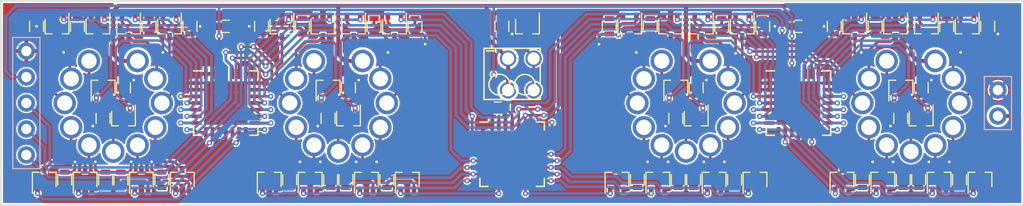
<source format=kicad_pcb>
(kicad_pcb (version 4) (host pcbnew 4.0.6)

  (general
    (links 261)
    (no_connects 0)
    (area 94.412667 89.910285 199.587334 114.089714)
    (thickness 1.6)
    (drawings 4)
    (tracks 1104)
    (zones 0)
    (modules 95)
    (nets 131)
  )

  (page A4)
  (layers
    (0 F.Cu signal)
    (31 B.Cu signal)
    (36 B.SilkS user)
    (37 F.SilkS user)
    (38 B.Mask user)
    (39 F.Mask user)
    (44 Edge.Cuts user)
  )

  (setup
    (last_trace_width 0.254)
    (trace_clearance 0.1524)
    (zone_clearance 0.1524)
    (zone_45_only no)
    (trace_min 0.1524)
    (segment_width 0.2)
    (edge_width 0.15)
    (via_size 0.508)
    (via_drill 0.254)
    (via_min_size 0.508)
    (via_min_drill 0.254)
    (uvia_size 0.254)
    (uvia_drill 0.127)
    (uvias_allowed no)
    (uvia_min_size 0.254)
    (uvia_min_drill 0.127)
    (pcb_text_width 0.3)
    (pcb_text_size 1.5 1.5)
    (mod_edge_width 0.15)
    (mod_text_size 1 1)
    (mod_text_width 0.15)
    (pad_size 2 2)
    (pad_drill 1.5)
    (pad_to_mask_clearance 0.1524)
    (aux_axis_origin 0 0)
    (visible_elements 7FFEFF7F)
    (pcbplotparams
      (layerselection 0x010a0_00000001)
      (usegerberextensions false)
      (excludeedgelayer true)
      (linewidth 0.100000)
      (plotframeref false)
      (viasonmask false)
      (mode 1)
      (useauxorigin false)
      (hpglpennumber 1)
      (hpglpenspeed 20)
      (hpglpendiameter 15)
      (hpglpenoverlay 2)
      (psnegative false)
      (psa4output false)
      (plotreference false)
      (plotvalue false)
      (plotinvisibletext false)
      (padsonsilk false)
      (subtractmaskfromsilk false)
      (outputformat 0)
      (mirror false)
      (drillshape 0)
      (scaleselection 1)
      (outputdirectory ""))
  )

  (net 0 "")
  (net 1 /TUBE_GND)
  (net 2 /TUBE_ANODE)
  (net 3 /nOE)
  (net 4 /SCL)
  (net 5 /SDA)
  (net 6 /VDD)
  (net 7 /VSS)
  (net 8 /T1_G_0)
  (net 9 /T1_E_0)
  (net 10 /T1_C_0)
  (net 11 /T1_G_1)
  (net 12 /T1_E_1)
  (net 13 /T1_C_1)
  (net 14 /T1_G_2)
  (net 15 /T1_E_2)
  (net 16 /T1_C_2)
  (net 17 /T1_G_3)
  (net 18 /T1_E_3)
  (net 19 /T1_C_3)
  (net 20 /T1_G_4)
  (net 21 /T1_E_4)
  (net 22 /T1_C_4)
  (net 23 /T1_G_5)
  (net 24 /T1_E_5)
  (net 25 /T1_C_5)
  (net 26 /T1_G_6)
  (net 27 /T1_E_6)
  (net 28 /T1_C_6)
  (net 29 /T1_G_7)
  (net 30 /T1_E_7)
  (net 31 /T1_C_7)
  (net 32 /T1_G_8)
  (net 33 /T1_E_8)
  (net 34 /T1_C_8)
  (net 35 /T1_G_9)
  (net 36 /T1_E_9)
  (net 37 /T1_C_9)
  (net 38 /T2_G_0)
  (net 39 /T2_E_0)
  (net 40 /T2_C_0)
  (net 41 /T2_G_1)
  (net 42 /T2_E_1)
  (net 43 /T2_C_1)
  (net 44 /T2_G_2)
  (net 45 /T2_E_2)
  (net 46 /T2_C_2)
  (net 47 /T2_G_3)
  (net 48 /T2_E_3)
  (net 49 /T2_C_3)
  (net 50 /T2_G_4)
  (net 51 /T2_E_4)
  (net 52 /T2_C_4)
  (net 53 /T2_G_5)
  (net 54 /T2_E_5)
  (net 55 /T2_C_5)
  (net 56 /T2_G_6)
  (net 57 /T2_E_6)
  (net 58 /T2_C_6)
  (net 59 /T2_G_7)
  (net 60 /T2_E_7)
  (net 61 /T2_C_7)
  (net 62 /T2_G_8)
  (net 63 /T2_E_8)
  (net 64 /T2_C_8)
  (net 65 /T2_G_9)
  (net 66 /T2_E_9)
  (net 67 /T2_C_9)
  (net 68 /T3_G_0)
  (net 69 /T3_E_0)
  (net 70 /T3_C_0)
  (net 71 /T3_G_1)
  (net 72 /T3_E_1)
  (net 73 /T3_C_1)
  (net 74 /T3_G_2)
  (net 75 /T3_E_2)
  (net 76 /T3_C_2)
  (net 77 /T3_G_3)
  (net 78 /T3_E_3)
  (net 79 /T3_C_3)
  (net 80 /T3_G_4)
  (net 81 /T3_E_4)
  (net 82 /T3_C_4)
  (net 83 /T3_G_5)
  (net 84 /T3_E_5)
  (net 85 /T3_C_5)
  (net 86 /T3_G_6)
  (net 87 /T3_E_6)
  (net 88 /T3_C_6)
  (net 89 /T3_G_7)
  (net 90 /T3_E_7)
  (net 91 /T3_C_7)
  (net 92 /T3_G_8)
  (net 93 /T3_E_8)
  (net 94 /T3_C_8)
  (net 95 /T3_G_9)
  (net 96 /T3_E_9)
  (net 97 /T3_C_9)
  (net 98 /T4_G_0)
  (net 99 /T4_E_0)
  (net 100 /T4_C_0)
  (net 101 /T4_G_1)
  (net 102 /T4_E_1)
  (net 103 /T4_C_1)
  (net 104 /T4_G_2)
  (net 105 /T4_E_2)
  (net 106 /T4_C_2)
  (net 107 /T4_G_3)
  (net 108 /T4_E_3)
  (net 109 /T4_C_3)
  (net 110 /T4_G_4)
  (net 111 /T4_E_4)
  (net 112 /T4_C_4)
  (net 113 /T4_G_5)
  (net 114 /T4_E_5)
  (net 115 /T4_C_5)
  (net 116 /T4_G_6)
  (net 117 /T4_E_6)
  (net 118 /T4_C_6)
  (net 119 /T4_G_7)
  (net 120 /T4_E_7)
  (net 121 /T4_C_7)
  (net 122 /T4_G_8)
  (net 123 /T4_E_8)
  (net 124 /T4_C_8)
  (net 125 /T4_G_9)
  (net 126 /T4_E_9)
  (net 127 /T4_C_9)
  (net 128 "Net-(Q41-Pad2)")
  (net 129 "Net-(Q41-Pad3)")
  (net 130 "Net-(Q41-Pad1)")

  (net_class Default "This is the default net class."
    (clearance 0.1524)
    (trace_width 0.254)
    (via_dia 0.508)
    (via_drill 0.254)
    (uvia_dia 0.254)
    (uvia_drill 0.127)
    (add_net /SCL)
    (add_net /SDA)
    (add_net /T1_C_0)
    (add_net /T1_C_1)
    (add_net /T1_C_2)
    (add_net /T1_C_3)
    (add_net /T1_C_4)
    (add_net /T1_C_5)
    (add_net /T1_C_6)
    (add_net /T1_C_7)
    (add_net /T1_C_8)
    (add_net /T1_C_9)
    (add_net /T1_E_0)
    (add_net /T1_E_1)
    (add_net /T1_E_2)
    (add_net /T1_E_3)
    (add_net /T1_E_4)
    (add_net /T1_E_5)
    (add_net /T1_E_6)
    (add_net /T1_E_7)
    (add_net /T1_E_8)
    (add_net /T1_E_9)
    (add_net /T1_G_0)
    (add_net /T1_G_1)
    (add_net /T1_G_2)
    (add_net /T1_G_3)
    (add_net /T1_G_4)
    (add_net /T1_G_5)
    (add_net /T1_G_6)
    (add_net /T1_G_7)
    (add_net /T1_G_8)
    (add_net /T1_G_9)
    (add_net /T2_C_0)
    (add_net /T2_C_1)
    (add_net /T2_C_2)
    (add_net /T2_C_3)
    (add_net /T2_C_4)
    (add_net /T2_C_5)
    (add_net /T2_C_6)
    (add_net /T2_C_7)
    (add_net /T2_C_8)
    (add_net /T2_C_9)
    (add_net /T2_E_0)
    (add_net /T2_E_1)
    (add_net /T2_E_2)
    (add_net /T2_E_3)
    (add_net /T2_E_4)
    (add_net /T2_E_5)
    (add_net /T2_E_6)
    (add_net /T2_E_7)
    (add_net /T2_E_8)
    (add_net /T2_E_9)
    (add_net /T2_G_0)
    (add_net /T2_G_1)
    (add_net /T2_G_2)
    (add_net /T2_G_3)
    (add_net /T2_G_4)
    (add_net /T2_G_5)
    (add_net /T2_G_6)
    (add_net /T2_G_7)
    (add_net /T2_G_8)
    (add_net /T2_G_9)
    (add_net /T3_C_0)
    (add_net /T3_C_1)
    (add_net /T3_C_2)
    (add_net /T3_C_3)
    (add_net /T3_C_4)
    (add_net /T3_C_5)
    (add_net /T3_C_6)
    (add_net /T3_C_7)
    (add_net /T3_C_8)
    (add_net /T3_C_9)
    (add_net /T3_E_0)
    (add_net /T3_E_1)
    (add_net /T3_E_2)
    (add_net /T3_E_3)
    (add_net /T3_E_4)
    (add_net /T3_E_5)
    (add_net /T3_E_6)
    (add_net /T3_E_7)
    (add_net /T3_E_8)
    (add_net /T3_E_9)
    (add_net /T3_G_0)
    (add_net /T3_G_1)
    (add_net /T3_G_2)
    (add_net /T3_G_3)
    (add_net /T3_G_4)
    (add_net /T3_G_5)
    (add_net /T3_G_6)
    (add_net /T3_G_7)
    (add_net /T3_G_8)
    (add_net /T3_G_9)
    (add_net /T4_C_0)
    (add_net /T4_C_1)
    (add_net /T4_C_2)
    (add_net /T4_C_3)
    (add_net /T4_C_4)
    (add_net /T4_C_5)
    (add_net /T4_C_6)
    (add_net /T4_C_7)
    (add_net /T4_C_8)
    (add_net /T4_C_9)
    (add_net /T4_E_0)
    (add_net /T4_E_1)
    (add_net /T4_E_2)
    (add_net /T4_E_3)
    (add_net /T4_E_4)
    (add_net /T4_E_5)
    (add_net /T4_E_6)
    (add_net /T4_E_7)
    (add_net /T4_E_8)
    (add_net /T4_E_9)
    (add_net /T4_G_0)
    (add_net /T4_G_1)
    (add_net /T4_G_2)
    (add_net /T4_G_3)
    (add_net /T4_G_4)
    (add_net /T4_G_5)
    (add_net /T4_G_6)
    (add_net /T4_G_7)
    (add_net /T4_G_8)
    (add_net /T4_G_9)
    (add_net /TUBE_GND)
    (add_net /VDD)
    (add_net /VSS)
    (add_net /nOE)
    (add_net "Net-(Q41-Pad1)")
    (add_net "Net-(Q41-Pad2)")
    (add_net "Net-(Q41-Pad3)")
  )

  (net_class HV_Anode ""
    (clearance 0.254)
    (trace_width 0.381)
    (via_dia 0.508)
    (via_drill 0.254)
    (uvia_dia 0.254)
    (uvia_drill 0.127)
    (add_net /TUBE_ANODE)
  )

  (module "Custom Parts:IN-8" (layer F.Cu) (tedit 594892FA) (tstamp 593C8649)
    (at 186 102)
    (path /5938FB49)
    (fp_text reference T4 (at 0 0) (layer F.SilkS) hide
      (effects (font (size 1 1) (thickness 0.15)))
    )
    (fp_text value IN-8 (at 0 -1.27) (layer F.Fab)
      (effects (font (size 1 1) (thickness 0.15)))
    )
    (pad 1 thru_hole circle (at -2.375 -4.114) (size 2.2 2.2) (drill 1.5) (layers *.Cu *.Mask)
      (net 100 /T4_C_0))
    (pad 2 thru_hole circle (at -4.114 -2.375) (size 2.2 2.2) (drill 1.5) (layers *.Cu *.Mask)
      (net 103 /T4_C_1))
    (pad 3 thru_hole circle (at -4.75 0) (size 2.2 2.2) (drill 1.5) (layers *.Cu *.Mask)
      (net 106 /T4_C_2))
    (pad 4 thru_hole circle (at -4.114 2.375) (size 2.2 2.2) (drill 1.5) (layers *.Cu *.Mask)
      (net 109 /T4_C_3))
    (pad 5 thru_hole circle (at -2.375 4.114) (size 2.2 2.2) (drill 1.5) (layers *.Cu *.Mask)
      (net 112 /T4_C_4))
    (pad 6 thru_hole circle (at 0 4.75) (size 2.2 2.2) (drill 1.5) (layers *.Cu *.Mask)
      (net 115 /T4_C_5))
    (pad 7 thru_hole circle (at 2.375 4.114) (size 2.2 2.2) (drill 1.5) (layers *.Cu *.Mask)
      (net 118 /T4_C_6))
    (pad 8 thru_hole circle (at 4.114 2.375) (size 2.2 2.2) (drill 1.5) (layers *.Cu *.Mask)
      (net 121 /T4_C_7))
    (pad 10 thru_hole circle (at 4.114 -2.375) (size 2.2 2.2) (drill 1.5) (layers *.Cu *.Mask)
      (net 127 /T4_C_9))
    (pad 11 thru_hole circle (at 2.375 -4.114) (size 2.2 2.2) (drill 1.5) (layers *.Cu *.Mask)
      (net 2 /TUBE_ANODE))
    (pad 9 thru_hole circle (at 4.75 0) (size 2.2 2.2) (drill 1.5) (layers *.Cu *.Mask)
      (net 124 /T4_C_8))
  )

  (module "Custom Parts:IN-8" (layer F.Cu) (tedit 594892BA) (tstamp 593C862E)
    (at 164 102)
    (path /5938FA0F)
    (fp_text reference T3 (at 0 0) (layer F.SilkS) hide
      (effects (font (size 1 1) (thickness 0.15)))
    )
    (fp_text value IN-8 (at 0 -1.27) (layer F.Fab)
      (effects (font (size 1 1) (thickness 0.15)))
    )
    (pad 1 thru_hole circle (at -2.375 -4.114) (size 2.2 2.2) (drill 1.5) (layers *.Cu *.Mask)
      (net 70 /T3_C_0))
    (pad 2 thru_hole circle (at -4.114 -2.375) (size 2.2 2.2) (drill 1.5) (layers *.Cu *.Mask)
      (net 73 /T3_C_1))
    (pad 3 thru_hole circle (at -4.75 0) (size 2.2 2.2) (drill 1.5) (layers *.Cu *.Mask)
      (net 76 /T3_C_2))
    (pad 4 thru_hole circle (at -4.114 2.375) (size 2.2 2.2) (drill 1.5) (layers *.Cu *.Mask)
      (net 79 /T3_C_3))
    (pad 5 thru_hole circle (at -2.375 4.114) (size 2.2 2.2) (drill 1.5) (layers *.Cu *.Mask)
      (net 82 /T3_C_4))
    (pad 6 thru_hole circle (at 0 4.75) (size 2.2 2.2) (drill 1.5) (layers *.Cu *.Mask)
      (net 85 /T3_C_5))
    (pad 7 thru_hole circle (at 2.375 4.114) (size 2.2 2.2) (drill 1.5) (layers *.Cu *.Mask)
      (net 88 /T3_C_6))
    (pad 8 thru_hole circle (at 4.114 2.375) (size 2.2 2.2) (drill 1.5) (layers *.Cu *.Mask)
      (net 91 /T3_C_7))
    (pad 10 thru_hole circle (at 4.114 -2.375) (size 2.2 2.2) (drill 1.5) (layers *.Cu *.Mask)
      (net 97 /T3_C_9))
    (pad 11 thru_hole circle (at 2.375 -4.114) (size 2.2 2.2) (drill 1.5) (layers *.Cu *.Mask)
      (net 2 /TUBE_ANODE))
    (pad 9 thru_hole circle (at 4.75 0) (size 2.2 2.2) (drill 1.5) (layers *.Cu *.Mask)
      (net 94 /T3_C_8))
  )

  (module "Custom Parts:IN-8" (layer F.Cu) (tedit 5948927B) (tstamp 593C8613)
    (at 130 102)
    (path /5938FA7E)
    (fp_text reference T2 (at 0 0) (layer F.SilkS) hide
      (effects (font (size 1 1) (thickness 0.15)))
    )
    (fp_text value IN-8 (at 0 -1.27) (layer F.Fab)
      (effects (font (size 1 1) (thickness 0.15)))
    )
    (pad 1 thru_hole circle (at -2.375 -4.114) (size 2.2 2.2) (drill 1.5) (layers *.Cu *.Mask)
      (net 40 /T2_C_0))
    (pad 2 thru_hole circle (at -4.114 -2.375) (size 2.2 2.2) (drill 1.5) (layers *.Cu *.Mask)
      (net 43 /T2_C_1))
    (pad 3 thru_hole circle (at -4.75 0) (size 2.2 2.2) (drill 1.5) (layers *.Cu *.Mask)
      (net 46 /T2_C_2))
    (pad 4 thru_hole circle (at -4.114 2.375) (size 2.2 2.2) (drill 1.5) (layers *.Cu *.Mask)
      (net 49 /T2_C_3))
    (pad 5 thru_hole circle (at -2.375 4.114) (size 2.2 2.2) (drill 1.5) (layers *.Cu *.Mask)
      (net 52 /T2_C_4))
    (pad 6 thru_hole circle (at 0 4.75) (size 2.2 2.2) (drill 1.5) (layers *.Cu *.Mask)
      (net 55 /T2_C_5))
    (pad 7 thru_hole circle (at 2.375 4.114) (size 2.2 2.2) (drill 1.5) (layers *.Cu *.Mask)
      (net 58 /T2_C_6))
    (pad 8 thru_hole circle (at 4.114 2.375) (size 2.2 2.2) (drill 1.5) (layers *.Cu *.Mask)
      (net 61 /T2_C_7))
    (pad 10 thru_hole circle (at 4.114 -2.375) (size 2.2 2.2) (drill 1.5) (layers *.Cu *.Mask)
      (net 67 /T2_C_9))
    (pad 11 thru_hole circle (at 2.375 -4.114) (size 2.2 2.2) (drill 1.5) (layers *.Cu *.Mask)
      (net 2 /TUBE_ANODE))
    (pad 9 thru_hole circle (at 4.75 0) (size 2.2 2.2) (drill 1.5) (layers *.Cu *.Mask)
      (net 64 /T2_C_8))
  )

  (module "Custom Parts:IN-8" (layer F.Cu) (tedit 5948927F) (tstamp 593C85F8)
    (at 108 102)
    (path /5938FAE9)
    (fp_text reference T1 (at 0 0) (layer F.SilkS) hide
      (effects (font (size 1 1) (thickness 0.15)))
    )
    (fp_text value IN-8 (at 0 -1.27) (layer F.Fab)
      (effects (font (size 1 1) (thickness 0.15)))
    )
    (pad 1 thru_hole circle (at -2.375 -4.114) (size 2.2 2.2) (drill 1.5) (layers *.Cu *.Mask)
      (net 10 /T1_C_0))
    (pad 2 thru_hole circle (at -4.114 -2.375) (size 2.2 2.2) (drill 1.5) (layers *.Cu *.Mask)
      (net 13 /T1_C_1))
    (pad 3 thru_hole circle (at -4.75 0) (size 2.2 2.2) (drill 1.5) (layers *.Cu *.Mask)
      (net 16 /T1_C_2))
    (pad 4 thru_hole circle (at -4.114 2.375) (size 2.2 2.2) (drill 1.5) (layers *.Cu *.Mask)
      (net 19 /T1_C_3))
    (pad 5 thru_hole circle (at -2.375 4.114) (size 2.2 2.2) (drill 1.5) (layers *.Cu *.Mask)
      (net 22 /T1_C_4))
    (pad 6 thru_hole circle (at 0 4.75) (size 2.2 2.2) (drill 1.5) (layers *.Cu *.Mask)
      (net 25 /T1_C_5))
    (pad 7 thru_hole circle (at 2.375 4.114) (size 2.2 2.2) (drill 1.5) (layers *.Cu *.Mask)
      (net 28 /T1_C_6))
    (pad 8 thru_hole circle (at 4.114 2.375) (size 2.2 2.2) (drill 1.5) (layers *.Cu *.Mask)
      (net 31 /T1_C_7))
    (pad 10 thru_hole circle (at 4.114 -2.375) (size 2.2 2.2) (drill 1.5) (layers *.Cu *.Mask)
      (net 37 /T1_C_9))
    (pad 11 thru_hole circle (at 2.375 -4.114) (size 2.2 2.2) (drill 1.5) (layers *.Cu *.Mask)
      (net 2 /TUBE_ANODE))
    (pad 9 thru_hole circle (at 4.75 0) (size 2.2 2.2) (drill 1.5) (layers *.Cu *.Mask)
      (net 34 /T1_C_8))
  )

  (module TO_SOT_Packages_SMD:SOT-323_SC-70 (layer F.Cu) (tedit 59489268) (tstamp 593C80B2)
    (at 124.5 94.5 270)
    (descr "SOT-323, SC-70")
    (tags "SOT-323 SC-70")
    (path /593936B6)
    (attr smd)
    (fp_text reference Q13 (at -0.05 -1.95 270) (layer F.SilkS) hide
      (effects (font (size 1 1) (thickness 0.15)))
    )
    (fp_text value Q_NPN_BEC (at -0.05 2.05 270) (layer F.Fab)
      (effects (font (size 1 1) (thickness 0.15)))
    )
    (fp_text user %R (at -0.005 0 270) (layer F.Fab)
      (effects (font (size 0.5 0.5) (thickness 0.075)))
    )
    (fp_line (start 0.73 0.5) (end 0.73 1.16) (layer F.SilkS) (width 0.12))
    (fp_line (start 0.73 -1.16) (end 0.73 -0.5) (layer F.SilkS) (width 0.12))
    (fp_line (start 1.7 1.3) (end -1.7 1.3) (layer F.CrtYd) (width 0.05))
    (fp_line (start 1.7 -1.3) (end 1.7 1.3) (layer F.CrtYd) (width 0.05))
    (fp_line (start -1.7 -1.3) (end 1.7 -1.3) (layer F.CrtYd) (width 0.05))
    (fp_line (start -1.7 1.3) (end -1.7 -1.3) (layer F.CrtYd) (width 0.05))
    (fp_line (start 0.73 -1.16) (end -1.3 -1.16) (layer F.SilkS) (width 0.12))
    (fp_line (start -0.68 1.16) (end 0.73 1.16) (layer F.SilkS) (width 0.12))
    (fp_line (start 0.67 -1.1) (end -0.18 -1.1) (layer F.Fab) (width 0.1))
    (fp_line (start -0.68 -0.6) (end -0.68 1.1) (layer F.Fab) (width 0.1))
    (fp_line (start 0.67 -1.1) (end 0.67 1.1) (layer F.Fab) (width 0.1))
    (fp_line (start 0.67 1.1) (end -0.68 1.1) (layer F.Fab) (width 0.1))
    (fp_line (start -0.18 -1.1) (end -0.68 -0.6) (layer F.Fab) (width 0.1))
    (pad 1 smd rect (at -1 -0.65 180) (size 0.45 0.7) (layers F.Cu F.Mask)
      (net 44 /T2_G_2))
    (pad 2 smd rect (at -1 0.65 180) (size 0.45 0.7) (layers F.Cu F.Mask)
      (net 45 /T2_E_2))
    (pad 3 smd rect (at 1 0 180) (size 0.45 0.7) (layers F.Cu F.Mask)
      (net 46 /T2_C_2))
    (model ${KISYS3DMOD}/TO_SOT_Packages_SMD.3dshapes/SOT-323_SC-70.wrl
      (at (xyz 0 0 0))
      (scale (xyz 1 1 1))
      (rotate (xyz 0 0 0))
    )
  )

  (module Housings_DFN_QFN:QFN-28-1EP_6x6mm_Pitch0.65mm (layer F.Cu) (tedit 5948928B) (tstamp 593C86B5)
    (at 119 102)
    (descr "28-Lead Plastic Quad Flat, No Lead Package (ML) - 6x6 mm Body [QFN]; (see Microchip Packaging Specification 00000049BS.pdf)")
    (tags "QFN 0.65")
    (path /593A4DD3)
    (attr smd)
    (fp_text reference U1 (at 0 -4.35) (layer F.SilkS) hide
      (effects (font (size 1 1) (thickness 0.15)))
    )
    (fp_text value PCA9685 (at 0 4.35) (layer F.Fab)
      (effects (font (size 1 1) (thickness 0.15)))
    )
    (fp_line (start -2 -3) (end 3 -3) (layer F.Fab) (width 0.15))
    (fp_line (start 3 -3) (end 3 3) (layer F.Fab) (width 0.15))
    (fp_line (start 3 3) (end -3 3) (layer F.Fab) (width 0.15))
    (fp_line (start -3 3) (end -3 -2) (layer F.Fab) (width 0.15))
    (fp_line (start -3 -2) (end -2 -3) (layer F.Fab) (width 0.15))
    (fp_line (start -3.6 -3.6) (end -3.6 3.6) (layer F.CrtYd) (width 0.05))
    (fp_line (start 3.6 -3.6) (end 3.6 3.6) (layer F.CrtYd) (width 0.05))
    (fp_line (start -3.6 -3.6) (end 3.6 -3.6) (layer F.CrtYd) (width 0.05))
    (fp_line (start -3.6 3.6) (end 3.6 3.6) (layer F.CrtYd) (width 0.05))
    (fp_line (start 3.15 -3.15) (end 3.15 -2.36) (layer F.SilkS) (width 0.15))
    (fp_line (start -3.15 3.15) (end -3.15 2.36) (layer F.SilkS) (width 0.15))
    (fp_line (start 3.15 3.15) (end 3.15 2.36) (layer F.SilkS) (width 0.15))
    (fp_line (start -3.15 -3.15) (end -2.36 -3.15) (layer F.SilkS) (width 0.15))
    (fp_line (start -3.15 3.15) (end -2.36 3.15) (layer F.SilkS) (width 0.15))
    (fp_line (start 3.15 3.15) (end 2.36 3.15) (layer F.SilkS) (width 0.15))
    (fp_line (start 3.15 -3.15) (end 2.36 -3.15) (layer F.SilkS) (width 0.15))
    (pad 1 smd rect (at -2.85 -1.95) (size 1 0.37) (layers F.Cu F.Mask)
      (net 7 /VSS))
    (pad 2 smd rect (at -2.85 -1.3) (size 1 0.37) (layers F.Cu F.Mask)
      (net 7 /VSS))
    (pad 3 smd rect (at -2.85 -0.65) (size 1 0.37) (layers F.Cu F.Mask)
      (net 23 /T1_G_5))
    (pad 4 smd rect (at -2.85 0) (size 1 0.37) (layers F.Cu F.Mask)
      (net 8 /T1_G_0))
    (pad 5 smd rect (at -2.85 0.65) (size 1 0.37) (layers F.Cu F.Mask)
      (net 14 /T1_G_2))
    (pad 6 smd rect (at -2.85 1.3) (size 1 0.37) (layers F.Cu F.Mask)
      (net 11 /T1_G_1))
    (pad 7 smd rect (at -2.85 1.95) (size 1 0.37) (layers F.Cu F.Mask)
      (net 35 /T1_G_9))
    (pad 8 smd rect (at -1.95 2.85 90) (size 1 0.37) (layers F.Cu F.Mask)
      (net 32 /T1_G_8))
    (pad 9 smd rect (at -1.3 2.85 90) (size 1 0.37) (layers F.Cu F.Mask)
      (net 20 /T1_G_4))
    (pad 10 smd rect (at -0.65 2.85 90) (size 1 0.37) (layers F.Cu F.Mask))
    (pad 11 smd rect (at 0 2.85 90) (size 1 0.37) (layers F.Cu F.Mask)
      (net 7 /VSS))
    (pad 12 smd rect (at 0.65 2.85 90) (size 1 0.37) (layers F.Cu F.Mask))
    (pad 13 smd rect (at 1.3 2.85 90) (size 1 0.37) (layers F.Cu F.Mask)
      (net 17 /T1_G_3))
    (pad 14 smd rect (at 1.95 2.85 90) (size 1 0.37) (layers F.Cu F.Mask)
      (net 29 /T1_G_7))
    (pad 15 smd rect (at 2.85 1.95) (size 1 0.37) (layers F.Cu F.Mask)
      (net 26 /T1_G_6))
    (pad 16 smd rect (at 2.85 1.3) (size 1 0.37) (layers F.Cu F.Mask)
      (net 44 /T2_G_2))
    (pad 17 smd rect (at 2.85 0.65) (size 1 0.37) (layers F.Cu F.Mask)
      (net 41 /T2_G_1))
    (pad 18 smd rect (at 2.85 0) (size 1 0.37) (layers F.Cu F.Mask)
      (net 65 /T2_G_9))
    (pad 19 smd rect (at 2.85 -0.65) (size 1 0.37) (layers F.Cu F.Mask)
      (net 38 /T2_G_0))
    (pad 20 smd rect (at 2.85 -1.3) (size 1 0.37) (layers F.Cu F.Mask)
      (net 3 /nOE))
    (pad 21 smd rect (at 2.85 -1.95) (size 1 0.37) (layers F.Cu F.Mask)
      (net 7 /VSS))
    (pad 22 smd rect (at 1.95 -2.85 90) (size 1 0.37) (layers F.Cu F.Mask)
      (net 7 /VSS))
    (pad 23 smd rect (at 1.3 -2.85 90) (size 1 0.37) (layers F.Cu F.Mask)
      (net 4 /SCL))
    (pad 24 smd rect (at 0.65 -2.85 90) (size 1 0.37) (layers F.Cu F.Mask)
      (net 5 /SDA))
    (pad 25 smd rect (at 0 -2.85 90) (size 1 0.37) (layers F.Cu F.Mask)
      (net 6 /VDD))
    (pad 26 smd rect (at -0.65 -2.85 90) (size 1 0.37) (layers F.Cu F.Mask)
      (net 6 /VDD))
    (pad 27 smd rect (at -1.3 -2.85 90) (size 1 0.37) (layers F.Cu F.Mask)
      (net 7 /VSS))
    (pad 28 smd rect (at -1.95 -2.85 90) (size 1 0.37) (layers F.Cu F.Mask)
      (net 7 /VSS))
    (pad 29 smd rect (at 1.59375 1.59375) (size 1.0625 1.0625) (layers F.Cu F.Mask)
      (net 7 /VSS) (solder_paste_margin_ratio -0.2))
    (pad 29 smd rect (at 1.59375 0.53125) (size 1.0625 1.0625) (layers F.Cu F.Mask)
      (net 7 /VSS) (solder_paste_margin_ratio -0.2))
    (pad 29 smd rect (at 1.59375 -0.53125) (size 1.0625 1.0625) (layers F.Cu F.Mask)
      (net 7 /VSS) (solder_paste_margin_ratio -0.2))
    (pad 29 smd rect (at 1.59375 -1.59375) (size 1.0625 1.0625) (layers F.Cu F.Mask)
      (net 7 /VSS) (solder_paste_margin_ratio -0.2))
    (pad 29 smd rect (at 0.53125 1.59375) (size 1.0625 1.0625) (layers F.Cu F.Mask)
      (net 7 /VSS) (solder_paste_margin_ratio -0.2))
    (pad 29 smd rect (at 0.53125 0.53125) (size 1.0625 1.0625) (layers F.Cu F.Mask)
      (net 7 /VSS) (solder_paste_margin_ratio -0.2))
    (pad 29 smd rect (at 0.53125 -0.53125) (size 1.0625 1.0625) (layers F.Cu F.Mask)
      (net 7 /VSS) (solder_paste_margin_ratio -0.2))
    (pad 29 smd rect (at 0.53125 -1.59375) (size 1.0625 1.0625) (layers F.Cu F.Mask)
      (net 7 /VSS) (solder_paste_margin_ratio -0.2))
    (pad 29 smd rect (at -0.53125 1.59375) (size 1.0625 1.0625) (layers F.Cu F.Mask)
      (net 7 /VSS) (solder_paste_margin_ratio -0.2))
    (pad 29 smd rect (at -0.53125 0.53125) (size 1.0625 1.0625) (layers F.Cu F.Mask)
      (net 7 /VSS) (solder_paste_margin_ratio -0.2))
    (pad 29 smd rect (at -0.53125 -0.53125) (size 1.0625 1.0625) (layers F.Cu F.Mask)
      (net 7 /VSS) (solder_paste_margin_ratio -0.2))
    (pad 29 smd rect (at -0.53125 -1.59375) (size 1.0625 1.0625) (layers F.Cu F.Mask)
      (net 7 /VSS) (solder_paste_margin_ratio -0.2))
    (pad 29 smd rect (at -1.59375 1.59375) (size 1.0625 1.0625) (layers F.Cu F.Mask)
      (net 7 /VSS) (solder_paste_margin_ratio -0.2))
    (pad 29 smd rect (at -1.59375 0.53125) (size 1.0625 1.0625) (layers F.Cu F.Mask)
      (net 7 /VSS) (solder_paste_margin_ratio -0.2))
    (pad 29 smd rect (at -1.59375 -0.53125) (size 1.0625 1.0625) (layers F.Cu F.Mask)
      (net 7 /VSS) (solder_paste_margin_ratio -0.2))
    (pad 29 smd rect (at -1.59375 -1.59375) (size 1.0625 1.0625) (layers F.Cu F.Mask)
      (net 7 /VSS) (solder_paste_margin_ratio -0.2))
    (model Housings_DFN_QFN.3dshapes/QFN-28-1EP_6x6mm_Pitch0.65mm.wrl
      (at (xyz 0 0 0))
      (scale (xyz 1 1 1))
      (rotate (xyz 0 0 0))
    )
  )

  (module TO_SOT_Packages_SMD:SOT-323_SC-70 (layer F.Cu) (tedit 59489218) (tstamp 593C805E)
    (at 113.5 94.5 270)
    (descr "SOT-323, SC-70")
    (tags "SOT-323 SC-70")
    (path /59393716)
    (attr smd)
    (fp_text reference Q9 (at -0.05 -1.95 270) (layer F.SilkS) hide
      (effects (font (size 1 1) (thickness 0.15)))
    )
    (fp_text value Q_NPN_BEC (at -0.05 2.05 270) (layer F.Fab)
      (effects (font (size 1 1) (thickness 0.15)))
    )
    (fp_text user %R (at -0.005 0 270) (layer F.Fab)
      (effects (font (size 0.5 0.5) (thickness 0.075)))
    )
    (fp_line (start 0.73 0.5) (end 0.73 1.16) (layer F.SilkS) (width 0.12))
    (fp_line (start 0.73 -1.16) (end 0.73 -0.5) (layer F.SilkS) (width 0.12))
    (fp_line (start 1.7 1.3) (end -1.7 1.3) (layer F.CrtYd) (width 0.05))
    (fp_line (start 1.7 -1.3) (end 1.7 1.3) (layer F.CrtYd) (width 0.05))
    (fp_line (start -1.7 -1.3) (end 1.7 -1.3) (layer F.CrtYd) (width 0.05))
    (fp_line (start -1.7 1.3) (end -1.7 -1.3) (layer F.CrtYd) (width 0.05))
    (fp_line (start 0.73 -1.16) (end -1.3 -1.16) (layer F.SilkS) (width 0.12))
    (fp_line (start -0.68 1.16) (end 0.73 1.16) (layer F.SilkS) (width 0.12))
    (fp_line (start 0.67 -1.1) (end -0.18 -1.1) (layer F.Fab) (width 0.1))
    (fp_line (start -0.68 -0.6) (end -0.68 1.1) (layer F.Fab) (width 0.1))
    (fp_line (start 0.67 -1.1) (end 0.67 1.1) (layer F.Fab) (width 0.1))
    (fp_line (start 0.67 1.1) (end -0.68 1.1) (layer F.Fab) (width 0.1))
    (fp_line (start -0.18 -1.1) (end -0.68 -0.6) (layer F.Fab) (width 0.1))
    (pad 1 smd rect (at -1 -0.65 180) (size 0.45 0.7) (layers F.Cu F.Mask)
      (net 32 /T1_G_8))
    (pad 2 smd rect (at -1 0.65 180) (size 0.45 0.7) (layers F.Cu F.Mask)
      (net 33 /T1_E_8))
    (pad 3 smd rect (at 1 0 180) (size 0.45 0.7) (layers F.Cu F.Mask)
      (net 34 /T1_C_8))
    (model ${KISYS3DMOD}/TO_SOT_Packages_SMD.3dshapes/SOT-323_SC-70.wrl
      (at (xyz 0 0 0))
      (scale (xyz 1 1 1))
      (rotate (xyz 0 0 0))
    )
  )

  (module TO_SOT_Packages_SMD:SOT-323_SC-70 (layer F.Cu) (tedit 5948920F) (tstamp 593C7FCB)
    (at 106.5 94.5 270)
    (descr "SOT-323, SC-70")
    (tags "SOT-323 SC-70")
    (path /593936EC)
    (attr smd)
    (fp_text reference Q2 (at -0.05 -1.95 270) (layer F.SilkS) hide
      (effects (font (size 1 1) (thickness 0.15)))
    )
    (fp_text value Q_NPN_BEC (at -0.05 2.05 270) (layer F.Fab)
      (effects (font (size 1 1) (thickness 0.15)))
    )
    (fp_text user %R (at -0.005 0 270) (layer F.Fab)
      (effects (font (size 0.5 0.5) (thickness 0.075)))
    )
    (fp_line (start 0.73 0.5) (end 0.73 1.16) (layer F.SilkS) (width 0.12))
    (fp_line (start 0.73 -1.16) (end 0.73 -0.5) (layer F.SilkS) (width 0.12))
    (fp_line (start 1.7 1.3) (end -1.7 1.3) (layer F.CrtYd) (width 0.05))
    (fp_line (start 1.7 -1.3) (end 1.7 1.3) (layer F.CrtYd) (width 0.05))
    (fp_line (start -1.7 -1.3) (end 1.7 -1.3) (layer F.CrtYd) (width 0.05))
    (fp_line (start -1.7 1.3) (end -1.7 -1.3) (layer F.CrtYd) (width 0.05))
    (fp_line (start 0.73 -1.16) (end -1.3 -1.16) (layer F.SilkS) (width 0.12))
    (fp_line (start -0.68 1.16) (end 0.73 1.16) (layer F.SilkS) (width 0.12))
    (fp_line (start 0.67 -1.1) (end -0.18 -1.1) (layer F.Fab) (width 0.1))
    (fp_line (start -0.68 -0.6) (end -0.68 1.1) (layer F.Fab) (width 0.1))
    (fp_line (start 0.67 -1.1) (end 0.67 1.1) (layer F.Fab) (width 0.1))
    (fp_line (start 0.67 1.1) (end -0.68 1.1) (layer F.Fab) (width 0.1))
    (fp_line (start -0.18 -1.1) (end -0.68 -0.6) (layer F.Fab) (width 0.1))
    (pad 1 smd rect (at -1 -0.65 180) (size 0.45 0.7) (layers F.Cu F.Mask)
      (net 11 /T1_G_1))
    (pad 2 smd rect (at -1 0.65 180) (size 0.45 0.7) (layers F.Cu F.Mask)
      (net 12 /T1_E_1))
    (pad 3 smd rect (at 1 0 180) (size 0.45 0.7) (layers F.Cu F.Mask)
      (net 13 /T1_C_1))
    (model ${KISYS3DMOD}/TO_SOT_Packages_SMD.3dshapes/SOT-323_SC-70.wrl
      (at (xyz 0 0 0))
      (scale (xyz 1 1 1))
      (rotate (xyz 0 0 0))
    )
  )

  (module Resistors_SMD:R_0603 (layer F.Cu) (tedit 5948920D) (tstamp 593DDFAA)
    (at 104.5 94.5 270)
    (descr "Resistor SMD 0603, reflow soldering, Vishay (see dcrcw.pdf)")
    (tags "resistor 0603")
    (path /593D296E)
    (attr smd)
    (fp_text reference R2 (at 0 -1.45 270) (layer F.SilkS) hide
      (effects (font (size 1 1) (thickness 0.15)))
    )
    (fp_text value R (at 0 1.5 270) (layer F.Fab)
      (effects (font (size 1 1) (thickness 0.15)))
    )
    (fp_text user %R (at 0 0 270) (layer F.Fab)
      (effects (font (size 0.5 0.5) (thickness 0.075)))
    )
    (fp_line (start -0.8 0.4) (end -0.8 -0.4) (layer F.Fab) (width 0.1))
    (fp_line (start 0.8 0.4) (end -0.8 0.4) (layer F.Fab) (width 0.1))
    (fp_line (start 0.8 -0.4) (end 0.8 0.4) (layer F.Fab) (width 0.1))
    (fp_line (start -0.8 -0.4) (end 0.8 -0.4) (layer F.Fab) (width 0.1))
    (fp_line (start 0.5 0.68) (end -0.5 0.68) (layer F.SilkS) (width 0.12))
    (fp_line (start -0.5 -0.68) (end 0.5 -0.68) (layer F.SilkS) (width 0.12))
    (fp_line (start -1.25 -0.7) (end 1.25 -0.7) (layer F.CrtYd) (width 0.05))
    (fp_line (start -1.25 -0.7) (end -1.25 0.7) (layer F.CrtYd) (width 0.05))
    (fp_line (start 1.25 0.7) (end 1.25 -0.7) (layer F.CrtYd) (width 0.05))
    (fp_line (start 1.25 0.7) (end -1.25 0.7) (layer F.CrtYd) (width 0.05))
    (pad 1 smd rect (at -0.75 0 270) (size 0.5 0.9) (layers F.Cu F.Mask)
      (net 12 /T1_E_1))
    (pad 2 smd rect (at 0.75 0 270) (size 0.5 0.9) (layers F.Cu F.Mask)
      (net 1 /TUBE_GND))
    (model ${KISYS3DMOD}/Resistors_SMD.3dshapes/R_0603.wrl
      (at (xyz 0 0 0))
      (scale (xyz 1 1 1))
      (rotate (xyz 0 0 0))
    )
  )

  (module TO_SOT_Packages_SMD:SOT-323_SC-70 (layer F.Cu) (tedit 59489240) (tstamp 593C80C7)
    (at 123.25 109.5 90)
    (descr "SOT-323, SC-70")
    (tags "SOT-323 SC-70")
    (path /593936BC)
    (attr smd)
    (fp_text reference Q14 (at -0.05 -1.95 90) (layer F.SilkS) hide
      (effects (font (size 1 1) (thickness 0.15)))
    )
    (fp_text value Q_NPN_BEC (at -0.05 2.05 90) (layer F.Fab)
      (effects (font (size 1 1) (thickness 0.15)))
    )
    (fp_text user %R (at -0.005 0 90) (layer F.Fab)
      (effects (font (size 0.5 0.5) (thickness 0.075)))
    )
    (fp_line (start 0.73 0.5) (end 0.73 1.16) (layer F.SilkS) (width 0.12))
    (fp_line (start 0.73 -1.16) (end 0.73 -0.5) (layer F.SilkS) (width 0.12))
    (fp_line (start 1.7 1.3) (end -1.7 1.3) (layer F.CrtYd) (width 0.05))
    (fp_line (start 1.7 -1.3) (end 1.7 1.3) (layer F.CrtYd) (width 0.05))
    (fp_line (start -1.7 -1.3) (end 1.7 -1.3) (layer F.CrtYd) (width 0.05))
    (fp_line (start -1.7 1.3) (end -1.7 -1.3) (layer F.CrtYd) (width 0.05))
    (fp_line (start 0.73 -1.16) (end -1.3 -1.16) (layer F.SilkS) (width 0.12))
    (fp_line (start -0.68 1.16) (end 0.73 1.16) (layer F.SilkS) (width 0.12))
    (fp_line (start 0.67 -1.1) (end -0.18 -1.1) (layer F.Fab) (width 0.1))
    (fp_line (start -0.68 -0.6) (end -0.68 1.1) (layer F.Fab) (width 0.1))
    (fp_line (start 0.67 -1.1) (end 0.67 1.1) (layer F.Fab) (width 0.1))
    (fp_line (start 0.67 1.1) (end -0.68 1.1) (layer F.Fab) (width 0.1))
    (fp_line (start -0.18 -1.1) (end -0.68 -0.6) (layer F.Fab) (width 0.1))
    (pad 1 smd rect (at -1 -0.65) (size 0.45 0.7) (layers F.Cu F.Mask)
      (net 47 /T2_G_3))
    (pad 2 smd rect (at -1 0.65) (size 0.45 0.7) (layers F.Cu F.Mask)
      (net 48 /T2_E_3))
    (pad 3 smd rect (at 1 0) (size 0.45 0.7) (layers F.Cu F.Mask)
      (net 49 /T2_C_3))
    (model ${KISYS3DMOD}/TO_SOT_Packages_SMD.3dshapes/SOT-323_SC-70.wrl
      (at (xyz 0 0 0))
      (scale (xyz 1 1 1))
      (rotate (xyz 0 0 0))
    )
  )

  (module TO_SOT_Packages_SMD:SOT-323_SC-70 (layer F.Cu) (tedit 59489221) (tstamp 593C7FB6)
    (at 107 100.5 90)
    (descr "SOT-323, SC-70")
    (tags "SOT-323 SC-70")
    (path /593936E6)
    (attr smd)
    (fp_text reference Q1 (at -0.05 -1.95 90) (layer F.SilkS) hide
      (effects (font (size 1 1) (thickness 0.15)))
    )
    (fp_text value Q_NPN_BEC (at -0.05 2.05 90) (layer F.Fab)
      (effects (font (size 1 1) (thickness 0.15)))
    )
    (fp_text user %R (at -0.005 0 90) (layer F.Fab)
      (effects (font (size 0.5 0.5) (thickness 0.075)))
    )
    (fp_line (start 0.73 0.5) (end 0.73 1.16) (layer F.SilkS) (width 0.12))
    (fp_line (start 0.73 -1.16) (end 0.73 -0.5) (layer F.SilkS) (width 0.12))
    (fp_line (start 1.7 1.3) (end -1.7 1.3) (layer F.CrtYd) (width 0.05))
    (fp_line (start 1.7 -1.3) (end 1.7 1.3) (layer F.CrtYd) (width 0.05))
    (fp_line (start -1.7 -1.3) (end 1.7 -1.3) (layer F.CrtYd) (width 0.05))
    (fp_line (start -1.7 1.3) (end -1.7 -1.3) (layer F.CrtYd) (width 0.05))
    (fp_line (start 0.73 -1.16) (end -1.3 -1.16) (layer F.SilkS) (width 0.12))
    (fp_line (start -0.68 1.16) (end 0.73 1.16) (layer F.SilkS) (width 0.12))
    (fp_line (start 0.67 -1.1) (end -0.18 -1.1) (layer F.Fab) (width 0.1))
    (fp_line (start -0.68 -0.6) (end -0.68 1.1) (layer F.Fab) (width 0.1))
    (fp_line (start 0.67 -1.1) (end 0.67 1.1) (layer F.Fab) (width 0.1))
    (fp_line (start 0.67 1.1) (end -0.68 1.1) (layer F.Fab) (width 0.1))
    (fp_line (start -0.18 -1.1) (end -0.68 -0.6) (layer F.Fab) (width 0.1))
    (pad 1 smd rect (at -1 -0.65) (size 0.45 0.7) (layers F.Cu F.Mask)
      (net 8 /T1_G_0))
    (pad 2 smd rect (at -1 0.65) (size 0.45 0.7) (layers F.Cu F.Mask)
      (net 9 /T1_E_0))
    (pad 3 smd rect (at 1 0) (size 0.45 0.7) (layers F.Cu F.Mask)
      (net 10 /T1_C_0))
    (model ${KISYS3DMOD}/TO_SOT_Packages_SMD.3dshapes/SOT-323_SC-70.wrl
      (at (xyz 0 0 0))
      (scale (xyz 1 1 1))
      (rotate (xyz 0 0 0))
    )
  )

  (module TO_SOT_Packages_SMD:SOT-323_SC-70 (layer F.Cu) (tedit 5948920A) (tstamp 593C7FE0)
    (at 102.5 94.5 270)
    (descr "SOT-323, SC-70")
    (tags "SOT-323 SC-70")
    (path /593936F2)
    (attr smd)
    (fp_text reference Q3 (at -0.05 -1.95 270) (layer F.SilkS) hide
      (effects (font (size 1 1) (thickness 0.15)))
    )
    (fp_text value Q_NPN_BEC (at -0.05 2.05 270) (layer F.Fab)
      (effects (font (size 1 1) (thickness 0.15)))
    )
    (fp_text user %R (at -0.005 0 270) (layer F.Fab)
      (effects (font (size 0.5 0.5) (thickness 0.075)))
    )
    (fp_line (start 0.73 0.5) (end 0.73 1.16) (layer F.SilkS) (width 0.12))
    (fp_line (start 0.73 -1.16) (end 0.73 -0.5) (layer F.SilkS) (width 0.12))
    (fp_line (start 1.7 1.3) (end -1.7 1.3) (layer F.CrtYd) (width 0.05))
    (fp_line (start 1.7 -1.3) (end 1.7 1.3) (layer F.CrtYd) (width 0.05))
    (fp_line (start -1.7 -1.3) (end 1.7 -1.3) (layer F.CrtYd) (width 0.05))
    (fp_line (start -1.7 1.3) (end -1.7 -1.3) (layer F.CrtYd) (width 0.05))
    (fp_line (start 0.73 -1.16) (end -1.3 -1.16) (layer F.SilkS) (width 0.12))
    (fp_line (start -0.68 1.16) (end 0.73 1.16) (layer F.SilkS) (width 0.12))
    (fp_line (start 0.67 -1.1) (end -0.18 -1.1) (layer F.Fab) (width 0.1))
    (fp_line (start -0.68 -0.6) (end -0.68 1.1) (layer F.Fab) (width 0.1))
    (fp_line (start 0.67 -1.1) (end 0.67 1.1) (layer F.Fab) (width 0.1))
    (fp_line (start 0.67 1.1) (end -0.68 1.1) (layer F.Fab) (width 0.1))
    (fp_line (start -0.18 -1.1) (end -0.68 -0.6) (layer F.Fab) (width 0.1))
    (pad 1 smd rect (at -1 -0.65 180) (size 0.45 0.7) (layers F.Cu F.Mask)
      (net 14 /T1_G_2))
    (pad 2 smd rect (at -1 0.65 180) (size 0.45 0.7) (layers F.Cu F.Mask)
      (net 15 /T1_E_2))
    (pad 3 smd rect (at 1 0 180) (size 0.45 0.7) (layers F.Cu F.Mask)
      (net 16 /T1_C_2))
    (model ${KISYS3DMOD}/TO_SOT_Packages_SMD.3dshapes/SOT-323_SC-70.wrl
      (at (xyz 0 0 0))
      (scale (xyz 1 1 1))
      (rotate (xyz 0 0 0))
    )
  )

  (module TO_SOT_Packages_SMD:SOT-323_SC-70 (layer F.Cu) (tedit 5948922B) (tstamp 593C7FF5)
    (at 101.25 109.5 90)
    (descr "SOT-323, SC-70")
    (tags "SOT-323 SC-70")
    (path /593936F8)
    (attr smd)
    (fp_text reference Q4 (at -0.05 -1.95 90) (layer F.SilkS) hide
      (effects (font (size 1 1) (thickness 0.15)))
    )
    (fp_text value Q_NPN_BEC (at -0.05 2.05 90) (layer F.Fab)
      (effects (font (size 1 1) (thickness 0.15)))
    )
    (fp_text user %R (at -0.005 0 90) (layer F.Fab)
      (effects (font (size 0.5 0.5) (thickness 0.075)))
    )
    (fp_line (start 0.73 0.5) (end 0.73 1.16) (layer F.SilkS) (width 0.12))
    (fp_line (start 0.73 -1.16) (end 0.73 -0.5) (layer F.SilkS) (width 0.12))
    (fp_line (start 1.7 1.3) (end -1.7 1.3) (layer F.CrtYd) (width 0.05))
    (fp_line (start 1.7 -1.3) (end 1.7 1.3) (layer F.CrtYd) (width 0.05))
    (fp_line (start -1.7 -1.3) (end 1.7 -1.3) (layer F.CrtYd) (width 0.05))
    (fp_line (start -1.7 1.3) (end -1.7 -1.3) (layer F.CrtYd) (width 0.05))
    (fp_line (start 0.73 -1.16) (end -1.3 -1.16) (layer F.SilkS) (width 0.12))
    (fp_line (start -0.68 1.16) (end 0.73 1.16) (layer F.SilkS) (width 0.12))
    (fp_line (start 0.67 -1.1) (end -0.18 -1.1) (layer F.Fab) (width 0.1))
    (fp_line (start -0.68 -0.6) (end -0.68 1.1) (layer F.Fab) (width 0.1))
    (fp_line (start 0.67 -1.1) (end 0.67 1.1) (layer F.Fab) (width 0.1))
    (fp_line (start 0.67 1.1) (end -0.68 1.1) (layer F.Fab) (width 0.1))
    (fp_line (start -0.18 -1.1) (end -0.68 -0.6) (layer F.Fab) (width 0.1))
    (pad 1 smd rect (at -1 -0.65) (size 0.45 0.7) (layers F.Cu F.Mask)
      (net 17 /T1_G_3))
    (pad 2 smd rect (at -1 0.65) (size 0.45 0.7) (layers F.Cu F.Mask)
      (net 18 /T1_E_3))
    (pad 3 smd rect (at 1 0) (size 0.45 0.7) (layers F.Cu F.Mask)
      (net 19 /T1_C_3))
    (model ${KISYS3DMOD}/TO_SOT_Packages_SMD.3dshapes/SOT-323_SC-70.wrl
      (at (xyz 0 0 0))
      (scale (xyz 1 1 1))
      (rotate (xyz 0 0 0))
    )
  )

  (module TO_SOT_Packages_SMD:SOT-323_SC-70 (layer F.Cu) (tedit 59489232) (tstamp 593C800A)
    (at 105.25 109.5 90)
    (descr "SOT-323, SC-70")
    (tags "SOT-323 SC-70")
    (path /593936FE)
    (attr smd)
    (fp_text reference Q5 (at -0.05 -1.95 90) (layer F.SilkS) hide
      (effects (font (size 1 1) (thickness 0.15)))
    )
    (fp_text value Q_NPN_BEC (at -0.05 2.05 90) (layer F.Fab)
      (effects (font (size 1 1) (thickness 0.15)))
    )
    (fp_text user %R (at -0.005 0 90) (layer F.Fab)
      (effects (font (size 0.5 0.5) (thickness 0.075)))
    )
    (fp_line (start 0.73 0.5) (end 0.73 1.16) (layer F.SilkS) (width 0.12))
    (fp_line (start 0.73 -1.16) (end 0.73 -0.5) (layer F.SilkS) (width 0.12))
    (fp_line (start 1.7 1.3) (end -1.7 1.3) (layer F.CrtYd) (width 0.05))
    (fp_line (start 1.7 -1.3) (end 1.7 1.3) (layer F.CrtYd) (width 0.05))
    (fp_line (start -1.7 -1.3) (end 1.7 -1.3) (layer F.CrtYd) (width 0.05))
    (fp_line (start -1.7 1.3) (end -1.7 -1.3) (layer F.CrtYd) (width 0.05))
    (fp_line (start 0.73 -1.16) (end -1.3 -1.16) (layer F.SilkS) (width 0.12))
    (fp_line (start -0.68 1.16) (end 0.73 1.16) (layer F.SilkS) (width 0.12))
    (fp_line (start 0.67 -1.1) (end -0.18 -1.1) (layer F.Fab) (width 0.1))
    (fp_line (start -0.68 -0.6) (end -0.68 1.1) (layer F.Fab) (width 0.1))
    (fp_line (start 0.67 -1.1) (end 0.67 1.1) (layer F.Fab) (width 0.1))
    (fp_line (start 0.67 1.1) (end -0.68 1.1) (layer F.Fab) (width 0.1))
    (fp_line (start -0.18 -1.1) (end -0.68 -0.6) (layer F.Fab) (width 0.1))
    (pad 1 smd rect (at -1 -0.65) (size 0.45 0.7) (layers F.Cu F.Mask)
      (net 20 /T1_G_4))
    (pad 2 smd rect (at -1 0.65) (size 0.45 0.7) (layers F.Cu F.Mask)
      (net 21 /T1_E_4))
    (pad 3 smd rect (at 1 0) (size 0.45 0.7) (layers F.Cu F.Mask)
      (net 22 /T1_C_4))
    (model ${KISYS3DMOD}/TO_SOT_Packages_SMD.3dshapes/SOT-323_SC-70.wrl
      (at (xyz 0 0 0))
      (scale (xyz 1 1 1))
      (rotate (xyz 0 0 0))
    )
  )

  (module TO_SOT_Packages_SMD:SOT-323_SC-70 (layer F.Cu) (tedit 59489228) (tstamp 593C801F)
    (at 109 103.5 270)
    (descr "SOT-323, SC-70")
    (tags "SOT-323 SC-70")
    (path /59393704)
    (attr smd)
    (fp_text reference Q6 (at -0.05 -1.95 270) (layer F.SilkS) hide
      (effects (font (size 1 1) (thickness 0.15)))
    )
    (fp_text value Q_NPN_BEC (at -0.05 2.05 270) (layer F.Fab)
      (effects (font (size 1 1) (thickness 0.15)))
    )
    (fp_text user %R (at -0.005 0 270) (layer F.Fab)
      (effects (font (size 0.5 0.5) (thickness 0.075)))
    )
    (fp_line (start 0.73 0.5) (end 0.73 1.16) (layer F.SilkS) (width 0.12))
    (fp_line (start 0.73 -1.16) (end 0.73 -0.5) (layer F.SilkS) (width 0.12))
    (fp_line (start 1.7 1.3) (end -1.7 1.3) (layer F.CrtYd) (width 0.05))
    (fp_line (start 1.7 -1.3) (end 1.7 1.3) (layer F.CrtYd) (width 0.05))
    (fp_line (start -1.7 -1.3) (end 1.7 -1.3) (layer F.CrtYd) (width 0.05))
    (fp_line (start -1.7 1.3) (end -1.7 -1.3) (layer F.CrtYd) (width 0.05))
    (fp_line (start 0.73 -1.16) (end -1.3 -1.16) (layer F.SilkS) (width 0.12))
    (fp_line (start -0.68 1.16) (end 0.73 1.16) (layer F.SilkS) (width 0.12))
    (fp_line (start 0.67 -1.1) (end -0.18 -1.1) (layer F.Fab) (width 0.1))
    (fp_line (start -0.68 -0.6) (end -0.68 1.1) (layer F.Fab) (width 0.1))
    (fp_line (start 0.67 -1.1) (end 0.67 1.1) (layer F.Fab) (width 0.1))
    (fp_line (start 0.67 1.1) (end -0.68 1.1) (layer F.Fab) (width 0.1))
    (fp_line (start -0.18 -1.1) (end -0.68 -0.6) (layer F.Fab) (width 0.1))
    (pad 1 smd rect (at -1 -0.65 180) (size 0.45 0.7) (layers F.Cu F.Mask)
      (net 23 /T1_G_5))
    (pad 2 smd rect (at -1 0.65 180) (size 0.45 0.7) (layers F.Cu F.Mask)
      (net 24 /T1_E_5))
    (pad 3 smd rect (at 1 0 180) (size 0.45 0.7) (layers F.Cu F.Mask)
      (net 25 /T1_C_5))
    (model ${KISYS3DMOD}/TO_SOT_Packages_SMD.3dshapes/SOT-323_SC-70.wrl
      (at (xyz 0 0 0))
      (scale (xyz 1 1 1))
      (rotate (xyz 0 0 0))
    )
  )

  (module TO_SOT_Packages_SMD:SOT-323_SC-70 (layer F.Cu) (tedit 59489239) (tstamp 593C8034)
    (at 110.75 109.5 90)
    (descr "SOT-323, SC-70")
    (tags "SOT-323 SC-70")
    (path /5939370A)
    (attr smd)
    (fp_text reference Q7 (at -0.05 -1.95 90) (layer F.SilkS) hide
      (effects (font (size 1 1) (thickness 0.15)))
    )
    (fp_text value Q_NPN_BEC (at -0.05 2.05 90) (layer F.Fab)
      (effects (font (size 1 1) (thickness 0.15)))
    )
    (fp_text user %R (at -0.005 0 90) (layer F.Fab)
      (effects (font (size 0.5 0.5) (thickness 0.075)))
    )
    (fp_line (start 0.73 0.5) (end 0.73 1.16) (layer F.SilkS) (width 0.12))
    (fp_line (start 0.73 -1.16) (end 0.73 -0.5) (layer F.SilkS) (width 0.12))
    (fp_line (start 1.7 1.3) (end -1.7 1.3) (layer F.CrtYd) (width 0.05))
    (fp_line (start 1.7 -1.3) (end 1.7 1.3) (layer F.CrtYd) (width 0.05))
    (fp_line (start -1.7 -1.3) (end 1.7 -1.3) (layer F.CrtYd) (width 0.05))
    (fp_line (start -1.7 1.3) (end -1.7 -1.3) (layer F.CrtYd) (width 0.05))
    (fp_line (start 0.73 -1.16) (end -1.3 -1.16) (layer F.SilkS) (width 0.12))
    (fp_line (start -0.68 1.16) (end 0.73 1.16) (layer F.SilkS) (width 0.12))
    (fp_line (start 0.67 -1.1) (end -0.18 -1.1) (layer F.Fab) (width 0.1))
    (fp_line (start -0.68 -0.6) (end -0.68 1.1) (layer F.Fab) (width 0.1))
    (fp_line (start 0.67 -1.1) (end 0.67 1.1) (layer F.Fab) (width 0.1))
    (fp_line (start 0.67 1.1) (end -0.68 1.1) (layer F.Fab) (width 0.1))
    (fp_line (start -0.18 -1.1) (end -0.68 -0.6) (layer F.Fab) (width 0.1))
    (pad 1 smd rect (at -1 -0.65) (size 0.45 0.7) (layers F.Cu F.Mask)
      (net 26 /T1_G_6))
    (pad 2 smd rect (at -1 0.65) (size 0.45 0.7) (layers F.Cu F.Mask)
      (net 27 /T1_E_6))
    (pad 3 smd rect (at 1 0) (size 0.45 0.7) (layers F.Cu F.Mask)
      (net 28 /T1_C_6))
    (model ${KISYS3DMOD}/TO_SOT_Packages_SMD.3dshapes/SOT-323_SC-70.wrl
      (at (xyz 0 0 0))
      (scale (xyz 1 1 1))
      (rotate (xyz 0 0 0))
    )
  )

  (module TO_SOT_Packages_SMD:SOT-323_SC-70 (layer F.Cu) (tedit 5948923D) (tstamp 593C8049)
    (at 114.75 109.5 90)
    (descr "SOT-323, SC-70")
    (tags "SOT-323 SC-70")
    (path /59393710)
    (attr smd)
    (fp_text reference Q8 (at -0.05 -1.95 90) (layer F.SilkS) hide
      (effects (font (size 1 1) (thickness 0.15)))
    )
    (fp_text value Q_NPN_BEC (at -0.05 2.05 90) (layer F.Fab)
      (effects (font (size 1 1) (thickness 0.15)))
    )
    (fp_text user %R (at -0.005 0 90) (layer F.Fab)
      (effects (font (size 0.5 0.5) (thickness 0.075)))
    )
    (fp_line (start 0.73 0.5) (end 0.73 1.16) (layer F.SilkS) (width 0.12))
    (fp_line (start 0.73 -1.16) (end 0.73 -0.5) (layer F.SilkS) (width 0.12))
    (fp_line (start 1.7 1.3) (end -1.7 1.3) (layer F.CrtYd) (width 0.05))
    (fp_line (start 1.7 -1.3) (end 1.7 1.3) (layer F.CrtYd) (width 0.05))
    (fp_line (start -1.7 -1.3) (end 1.7 -1.3) (layer F.CrtYd) (width 0.05))
    (fp_line (start -1.7 1.3) (end -1.7 -1.3) (layer F.CrtYd) (width 0.05))
    (fp_line (start 0.73 -1.16) (end -1.3 -1.16) (layer F.SilkS) (width 0.12))
    (fp_line (start -0.68 1.16) (end 0.73 1.16) (layer F.SilkS) (width 0.12))
    (fp_line (start 0.67 -1.1) (end -0.18 -1.1) (layer F.Fab) (width 0.1))
    (fp_line (start -0.68 -0.6) (end -0.68 1.1) (layer F.Fab) (width 0.1))
    (fp_line (start 0.67 -1.1) (end 0.67 1.1) (layer F.Fab) (width 0.1))
    (fp_line (start 0.67 1.1) (end -0.68 1.1) (layer F.Fab) (width 0.1))
    (fp_line (start -0.18 -1.1) (end -0.68 -0.6) (layer F.Fab) (width 0.1))
    (pad 1 smd rect (at -1 -0.65) (size 0.45 0.7) (layers F.Cu F.Mask)
      (net 29 /T1_G_7))
    (pad 2 smd rect (at -1 0.65) (size 0.45 0.7) (layers F.Cu F.Mask)
      (net 30 /T1_E_7))
    (pad 3 smd rect (at 1 0) (size 0.45 0.7) (layers F.Cu F.Mask)
      (net 31 /T1_C_7))
    (model ${KISYS3DMOD}/TO_SOT_Packages_SMD.3dshapes/SOT-323_SC-70.wrl
      (at (xyz 0 0 0))
      (scale (xyz 1 1 1))
      (rotate (xyz 0 0 0))
    )
  )

  (module TO_SOT_Packages_SMD:SOT-323_SC-70 (layer F.Cu) (tedit 59489212) (tstamp 593C8073)
    (at 109.5 94.5 270)
    (descr "SOT-323, SC-70")
    (tags "SOT-323 SC-70")
    (path /5939371C)
    (attr smd)
    (fp_text reference Q10 (at -0.05 -1.95 270) (layer F.SilkS) hide
      (effects (font (size 1 1) (thickness 0.15)))
    )
    (fp_text value Q_NPN_BEC (at -0.05 2.05 270) (layer F.Fab)
      (effects (font (size 1 1) (thickness 0.15)))
    )
    (fp_text user %R (at -0.005 0 270) (layer F.Fab)
      (effects (font (size 0.5 0.5) (thickness 0.075)))
    )
    (fp_line (start 0.73 0.5) (end 0.73 1.16) (layer F.SilkS) (width 0.12))
    (fp_line (start 0.73 -1.16) (end 0.73 -0.5) (layer F.SilkS) (width 0.12))
    (fp_line (start 1.7 1.3) (end -1.7 1.3) (layer F.CrtYd) (width 0.05))
    (fp_line (start 1.7 -1.3) (end 1.7 1.3) (layer F.CrtYd) (width 0.05))
    (fp_line (start -1.7 -1.3) (end 1.7 -1.3) (layer F.CrtYd) (width 0.05))
    (fp_line (start -1.7 1.3) (end -1.7 -1.3) (layer F.CrtYd) (width 0.05))
    (fp_line (start 0.73 -1.16) (end -1.3 -1.16) (layer F.SilkS) (width 0.12))
    (fp_line (start -0.68 1.16) (end 0.73 1.16) (layer F.SilkS) (width 0.12))
    (fp_line (start 0.67 -1.1) (end -0.18 -1.1) (layer F.Fab) (width 0.1))
    (fp_line (start -0.68 -0.6) (end -0.68 1.1) (layer F.Fab) (width 0.1))
    (fp_line (start 0.67 -1.1) (end 0.67 1.1) (layer F.Fab) (width 0.1))
    (fp_line (start 0.67 1.1) (end -0.68 1.1) (layer F.Fab) (width 0.1))
    (fp_line (start -0.18 -1.1) (end -0.68 -0.6) (layer F.Fab) (width 0.1))
    (pad 1 smd rect (at -1 -0.65 180) (size 0.45 0.7) (layers F.Cu F.Mask)
      (net 35 /T1_G_9))
    (pad 2 smd rect (at -1 0.65 180) (size 0.45 0.7) (layers F.Cu F.Mask)
      (net 36 /T1_E_9))
    (pad 3 smd rect (at 1 0 180) (size 0.45 0.7) (layers F.Cu F.Mask)
      (net 37 /T1_C_9))
    (model ${KISYS3DMOD}/TO_SOT_Packages_SMD.3dshapes/SOT-323_SC-70.wrl
      (at (xyz 0 0 0))
      (scale (xyz 1 1 1))
      (rotate (xyz 0 0 0))
    )
  )

  (module TO_SOT_Packages_SMD:SOT-323_SC-70 (layer F.Cu) (tedit 59489262) (tstamp 593C8088)
    (at 129 100.5 90)
    (descr "SOT-323, SC-70")
    (tags "SOT-323 SC-70")
    (path /593936AA)
    (attr smd)
    (fp_text reference Q11 (at -0.05 -1.95 90) (layer F.SilkS) hide
      (effects (font (size 1 1) (thickness 0.15)))
    )
    (fp_text value Q_NPN_BEC (at -0.05 2.05 90) (layer F.Fab)
      (effects (font (size 1 1) (thickness 0.15)))
    )
    (fp_text user %R (at -0.005 0 90) (layer F.Fab)
      (effects (font (size 0.5 0.5) (thickness 0.075)))
    )
    (fp_line (start 0.73 0.5) (end 0.73 1.16) (layer F.SilkS) (width 0.12))
    (fp_line (start 0.73 -1.16) (end 0.73 -0.5) (layer F.SilkS) (width 0.12))
    (fp_line (start 1.7 1.3) (end -1.7 1.3) (layer F.CrtYd) (width 0.05))
    (fp_line (start 1.7 -1.3) (end 1.7 1.3) (layer F.CrtYd) (width 0.05))
    (fp_line (start -1.7 -1.3) (end 1.7 -1.3) (layer F.CrtYd) (width 0.05))
    (fp_line (start -1.7 1.3) (end -1.7 -1.3) (layer F.CrtYd) (width 0.05))
    (fp_line (start 0.73 -1.16) (end -1.3 -1.16) (layer F.SilkS) (width 0.12))
    (fp_line (start -0.68 1.16) (end 0.73 1.16) (layer F.SilkS) (width 0.12))
    (fp_line (start 0.67 -1.1) (end -0.18 -1.1) (layer F.Fab) (width 0.1))
    (fp_line (start -0.68 -0.6) (end -0.68 1.1) (layer F.Fab) (width 0.1))
    (fp_line (start 0.67 -1.1) (end 0.67 1.1) (layer F.Fab) (width 0.1))
    (fp_line (start 0.67 1.1) (end -0.68 1.1) (layer F.Fab) (width 0.1))
    (fp_line (start -0.18 -1.1) (end -0.68 -0.6) (layer F.Fab) (width 0.1))
    (pad 1 smd rect (at -1 -0.65) (size 0.45 0.7) (layers F.Cu F.Mask)
      (net 38 /T2_G_0))
    (pad 2 smd rect (at -1 0.65) (size 0.45 0.7) (layers F.Cu F.Mask)
      (net 39 /T2_E_0))
    (pad 3 smd rect (at 1 0) (size 0.45 0.7) (layers F.Cu F.Mask)
      (net 40 /T2_C_0))
    (model ${KISYS3DMOD}/TO_SOT_Packages_SMD.3dshapes/SOT-323_SC-70.wrl
      (at (xyz 0 0 0))
      (scale (xyz 1 1 1))
      (rotate (xyz 0 0 0))
    )
  )

  (module TO_SOT_Packages_SMD:SOT-323_SC-70 (layer F.Cu) (tedit 5948926E) (tstamp 593C809D)
    (at 128.5 94.5 270)
    (descr "SOT-323, SC-70")
    (tags "SOT-323 SC-70")
    (path /593936B0)
    (attr smd)
    (fp_text reference Q12 (at -0.05 -1.95 270) (layer F.SilkS) hide
      (effects (font (size 1 1) (thickness 0.15)))
    )
    (fp_text value Q_NPN_BEC (at -0.05 2.05 270) (layer F.Fab)
      (effects (font (size 1 1) (thickness 0.15)))
    )
    (fp_text user %R (at -0.005 0 270) (layer F.Fab)
      (effects (font (size 0.5 0.5) (thickness 0.075)))
    )
    (fp_line (start 0.73 0.5) (end 0.73 1.16) (layer F.SilkS) (width 0.12))
    (fp_line (start 0.73 -1.16) (end 0.73 -0.5) (layer F.SilkS) (width 0.12))
    (fp_line (start 1.7 1.3) (end -1.7 1.3) (layer F.CrtYd) (width 0.05))
    (fp_line (start 1.7 -1.3) (end 1.7 1.3) (layer F.CrtYd) (width 0.05))
    (fp_line (start -1.7 -1.3) (end 1.7 -1.3) (layer F.CrtYd) (width 0.05))
    (fp_line (start -1.7 1.3) (end -1.7 -1.3) (layer F.CrtYd) (width 0.05))
    (fp_line (start 0.73 -1.16) (end -1.3 -1.16) (layer F.SilkS) (width 0.12))
    (fp_line (start -0.68 1.16) (end 0.73 1.16) (layer F.SilkS) (width 0.12))
    (fp_line (start 0.67 -1.1) (end -0.18 -1.1) (layer F.Fab) (width 0.1))
    (fp_line (start -0.68 -0.6) (end -0.68 1.1) (layer F.Fab) (width 0.1))
    (fp_line (start 0.67 -1.1) (end 0.67 1.1) (layer F.Fab) (width 0.1))
    (fp_line (start 0.67 1.1) (end -0.68 1.1) (layer F.Fab) (width 0.1))
    (fp_line (start -0.18 -1.1) (end -0.68 -0.6) (layer F.Fab) (width 0.1))
    (pad 1 smd rect (at -1 -0.65 180) (size 0.45 0.7) (layers F.Cu F.Mask)
      (net 41 /T2_G_1))
    (pad 2 smd rect (at -1 0.65 180) (size 0.45 0.7) (layers F.Cu F.Mask)
      (net 42 /T2_E_1))
    (pad 3 smd rect (at 1 0 180) (size 0.45 0.7) (layers F.Cu F.Mask)
      (net 43 /T2_C_1))
    (model ${KISYS3DMOD}/TO_SOT_Packages_SMD.3dshapes/SOT-323_SC-70.wrl
      (at (xyz 0 0 0))
      (scale (xyz 1 1 1))
      (rotate (xyz 0 0 0))
    )
  )

  (module TO_SOT_Packages_SMD:SOT-323_SC-70 (layer F.Cu) (tedit 59489245) (tstamp 593C80DC)
    (at 127.25 109.5 90)
    (descr "SOT-323, SC-70")
    (tags "SOT-323 SC-70")
    (path /593936C2)
    (attr smd)
    (fp_text reference Q15 (at -0.05 -1.95 90) (layer F.SilkS) hide
      (effects (font (size 1 1) (thickness 0.15)))
    )
    (fp_text value Q_NPN_BEC (at -0.05 2.05 90) (layer F.Fab)
      (effects (font (size 1 1) (thickness 0.15)))
    )
    (fp_text user %R (at -0.005 0 90) (layer F.Fab)
      (effects (font (size 0.5 0.5) (thickness 0.075)))
    )
    (fp_line (start 0.73 0.5) (end 0.73 1.16) (layer F.SilkS) (width 0.12))
    (fp_line (start 0.73 -1.16) (end 0.73 -0.5) (layer F.SilkS) (width 0.12))
    (fp_line (start 1.7 1.3) (end -1.7 1.3) (layer F.CrtYd) (width 0.05))
    (fp_line (start 1.7 -1.3) (end 1.7 1.3) (layer F.CrtYd) (width 0.05))
    (fp_line (start -1.7 -1.3) (end 1.7 -1.3) (layer F.CrtYd) (width 0.05))
    (fp_line (start -1.7 1.3) (end -1.7 -1.3) (layer F.CrtYd) (width 0.05))
    (fp_line (start 0.73 -1.16) (end -1.3 -1.16) (layer F.SilkS) (width 0.12))
    (fp_line (start -0.68 1.16) (end 0.73 1.16) (layer F.SilkS) (width 0.12))
    (fp_line (start 0.67 -1.1) (end -0.18 -1.1) (layer F.Fab) (width 0.1))
    (fp_line (start -0.68 -0.6) (end -0.68 1.1) (layer F.Fab) (width 0.1))
    (fp_line (start 0.67 -1.1) (end 0.67 1.1) (layer F.Fab) (width 0.1))
    (fp_line (start 0.67 1.1) (end -0.68 1.1) (layer F.Fab) (width 0.1))
    (fp_line (start -0.18 -1.1) (end -0.68 -0.6) (layer F.Fab) (width 0.1))
    (pad 1 smd rect (at -1 -0.65) (size 0.45 0.7) (layers F.Cu F.Mask)
      (net 50 /T2_G_4))
    (pad 2 smd rect (at -1 0.65) (size 0.45 0.7) (layers F.Cu F.Mask)
      (net 51 /T2_E_4))
    (pad 3 smd rect (at 1 0) (size 0.45 0.7) (layers F.Cu F.Mask)
      (net 52 /T2_C_4))
    (model ${KISYS3DMOD}/TO_SOT_Packages_SMD.3dshapes/SOT-323_SC-70.wrl
      (at (xyz 0 0 0))
      (scale (xyz 1 1 1))
      (rotate (xyz 0 0 0))
    )
  )

  (module TO_SOT_Packages_SMD:SOT-323_SC-70 (layer F.Cu) (tedit 59489259) (tstamp 593C80F1)
    (at 131 103.5 270)
    (descr "SOT-323, SC-70")
    (tags "SOT-323 SC-70")
    (path /593936C8)
    (attr smd)
    (fp_text reference Q16 (at -0.05 -1.95 270) (layer F.SilkS) hide
      (effects (font (size 1 1) (thickness 0.15)))
    )
    (fp_text value Q_NPN_BEC (at -0.05 2.05 270) (layer F.Fab)
      (effects (font (size 1 1) (thickness 0.15)))
    )
    (fp_text user %R (at -0.005 0 270) (layer F.Fab)
      (effects (font (size 0.5 0.5) (thickness 0.075)))
    )
    (fp_line (start 0.73 0.5) (end 0.73 1.16) (layer F.SilkS) (width 0.12))
    (fp_line (start 0.73 -1.16) (end 0.73 -0.5) (layer F.SilkS) (width 0.12))
    (fp_line (start 1.7 1.3) (end -1.7 1.3) (layer F.CrtYd) (width 0.05))
    (fp_line (start 1.7 -1.3) (end 1.7 1.3) (layer F.CrtYd) (width 0.05))
    (fp_line (start -1.7 -1.3) (end 1.7 -1.3) (layer F.CrtYd) (width 0.05))
    (fp_line (start -1.7 1.3) (end -1.7 -1.3) (layer F.CrtYd) (width 0.05))
    (fp_line (start 0.73 -1.16) (end -1.3 -1.16) (layer F.SilkS) (width 0.12))
    (fp_line (start -0.68 1.16) (end 0.73 1.16) (layer F.SilkS) (width 0.12))
    (fp_line (start 0.67 -1.1) (end -0.18 -1.1) (layer F.Fab) (width 0.1))
    (fp_line (start -0.68 -0.6) (end -0.68 1.1) (layer F.Fab) (width 0.1))
    (fp_line (start 0.67 -1.1) (end 0.67 1.1) (layer F.Fab) (width 0.1))
    (fp_line (start 0.67 1.1) (end -0.68 1.1) (layer F.Fab) (width 0.1))
    (fp_line (start -0.18 -1.1) (end -0.68 -0.6) (layer F.Fab) (width 0.1))
    (pad 1 smd rect (at -1 -0.65 180) (size 0.45 0.7) (layers F.Cu F.Mask)
      (net 53 /T2_G_5))
    (pad 2 smd rect (at -1 0.65 180) (size 0.45 0.7) (layers F.Cu F.Mask)
      (net 54 /T2_E_5))
    (pad 3 smd rect (at 1 0 180) (size 0.45 0.7) (layers F.Cu F.Mask)
      (net 55 /T2_C_5))
    (model ${KISYS3DMOD}/TO_SOT_Packages_SMD.3dshapes/SOT-323_SC-70.wrl
      (at (xyz 0 0 0))
      (scale (xyz 1 1 1))
      (rotate (xyz 0 0 0))
    )
  )

  (module TO_SOT_Packages_SMD:SOT-323_SC-70 (layer F.Cu) (tedit 59489251) (tstamp 593C8106)
    (at 132.75 109.5 90)
    (descr "SOT-323, SC-70")
    (tags "SOT-323 SC-70")
    (path /593936CE)
    (attr smd)
    (fp_text reference Q17 (at -0.05 -1.95 90) (layer F.SilkS) hide
      (effects (font (size 1 1) (thickness 0.15)))
    )
    (fp_text value Q_NPN_BEC (at -0.05 2.05 90) (layer F.Fab)
      (effects (font (size 1 1) (thickness 0.15)))
    )
    (fp_text user %R (at -0.005 0 90) (layer F.Fab)
      (effects (font (size 0.5 0.5) (thickness 0.075)))
    )
    (fp_line (start 0.73 0.5) (end 0.73 1.16) (layer F.SilkS) (width 0.12))
    (fp_line (start 0.73 -1.16) (end 0.73 -0.5) (layer F.SilkS) (width 0.12))
    (fp_line (start 1.7 1.3) (end -1.7 1.3) (layer F.CrtYd) (width 0.05))
    (fp_line (start 1.7 -1.3) (end 1.7 1.3) (layer F.CrtYd) (width 0.05))
    (fp_line (start -1.7 -1.3) (end 1.7 -1.3) (layer F.CrtYd) (width 0.05))
    (fp_line (start -1.7 1.3) (end -1.7 -1.3) (layer F.CrtYd) (width 0.05))
    (fp_line (start 0.73 -1.16) (end -1.3 -1.16) (layer F.SilkS) (width 0.12))
    (fp_line (start -0.68 1.16) (end 0.73 1.16) (layer F.SilkS) (width 0.12))
    (fp_line (start 0.67 -1.1) (end -0.18 -1.1) (layer F.Fab) (width 0.1))
    (fp_line (start -0.68 -0.6) (end -0.68 1.1) (layer F.Fab) (width 0.1))
    (fp_line (start 0.67 -1.1) (end 0.67 1.1) (layer F.Fab) (width 0.1))
    (fp_line (start 0.67 1.1) (end -0.68 1.1) (layer F.Fab) (width 0.1))
    (fp_line (start -0.18 -1.1) (end -0.68 -0.6) (layer F.Fab) (width 0.1))
    (pad 1 smd rect (at -1 -0.65) (size 0.45 0.7) (layers F.Cu F.Mask)
      (net 56 /T2_G_6))
    (pad 2 smd rect (at -1 0.65) (size 0.45 0.7) (layers F.Cu F.Mask)
      (net 57 /T2_E_6))
    (pad 3 smd rect (at 1 0) (size 0.45 0.7) (layers F.Cu F.Mask)
      (net 58 /T2_C_6))
    (model ${KISYS3DMOD}/TO_SOT_Packages_SMD.3dshapes/SOT-323_SC-70.wrl
      (at (xyz 0 0 0))
      (scale (xyz 1 1 1))
      (rotate (xyz 0 0 0))
    )
  )

  (module TO_SOT_Packages_SMD:SOT-323_SC-70 (layer F.Cu) (tedit 59489256) (tstamp 593C811B)
    (at 136.75 109.5 90)
    (descr "SOT-323, SC-70")
    (tags "SOT-323 SC-70")
    (path /593936D4)
    (attr smd)
    (fp_text reference Q18 (at -0.05 -1.95 90) (layer F.SilkS) hide
      (effects (font (size 1 1) (thickness 0.15)))
    )
    (fp_text value Q_NPN_BEC (at -0.05 2.05 90) (layer F.Fab)
      (effects (font (size 1 1) (thickness 0.15)))
    )
    (fp_text user %R (at -0.005 0 90) (layer F.Fab)
      (effects (font (size 0.5 0.5) (thickness 0.075)))
    )
    (fp_line (start 0.73 0.5) (end 0.73 1.16) (layer F.SilkS) (width 0.12))
    (fp_line (start 0.73 -1.16) (end 0.73 -0.5) (layer F.SilkS) (width 0.12))
    (fp_line (start 1.7 1.3) (end -1.7 1.3) (layer F.CrtYd) (width 0.05))
    (fp_line (start 1.7 -1.3) (end 1.7 1.3) (layer F.CrtYd) (width 0.05))
    (fp_line (start -1.7 -1.3) (end 1.7 -1.3) (layer F.CrtYd) (width 0.05))
    (fp_line (start -1.7 1.3) (end -1.7 -1.3) (layer F.CrtYd) (width 0.05))
    (fp_line (start 0.73 -1.16) (end -1.3 -1.16) (layer F.SilkS) (width 0.12))
    (fp_line (start -0.68 1.16) (end 0.73 1.16) (layer F.SilkS) (width 0.12))
    (fp_line (start 0.67 -1.1) (end -0.18 -1.1) (layer F.Fab) (width 0.1))
    (fp_line (start -0.68 -0.6) (end -0.68 1.1) (layer F.Fab) (width 0.1))
    (fp_line (start 0.67 -1.1) (end 0.67 1.1) (layer F.Fab) (width 0.1))
    (fp_line (start 0.67 1.1) (end -0.68 1.1) (layer F.Fab) (width 0.1))
    (fp_line (start -0.18 -1.1) (end -0.68 -0.6) (layer F.Fab) (width 0.1))
    (pad 1 smd rect (at -1 -0.65) (size 0.45 0.7) (layers F.Cu F.Mask)
      (net 59 /T2_G_7))
    (pad 2 smd rect (at -1 0.65) (size 0.45 0.7) (layers F.Cu F.Mask)
      (net 60 /T2_E_7))
    (pad 3 smd rect (at 1 0) (size 0.45 0.7) (layers F.Cu F.Mask)
      (net 61 /T2_C_7))
    (model ${KISYS3DMOD}/TO_SOT_Packages_SMD.3dshapes/SOT-323_SC-70.wrl
      (at (xyz 0 0 0))
      (scale (xyz 1 1 1))
      (rotate (xyz 0 0 0))
    )
  )

  (module TO_SOT_Packages_SMD:SOT-323_SC-70 (layer F.Cu) (tedit 59489275) (tstamp 593C8130)
    (at 135.5 94.5 270)
    (descr "SOT-323, SC-70")
    (tags "SOT-323 SC-70")
    (path /593936DA)
    (attr smd)
    (fp_text reference Q19 (at -0.05 -1.95 270) (layer F.SilkS) hide
      (effects (font (size 1 1) (thickness 0.15)))
    )
    (fp_text value Q_NPN_BEC (at -0.05 2.05 270) (layer F.Fab)
      (effects (font (size 1 1) (thickness 0.15)))
    )
    (fp_text user %R (at -0.005 0 270) (layer F.Fab)
      (effects (font (size 0.5 0.5) (thickness 0.075)))
    )
    (fp_line (start 0.73 0.5) (end 0.73 1.16) (layer F.SilkS) (width 0.12))
    (fp_line (start 0.73 -1.16) (end 0.73 -0.5) (layer F.SilkS) (width 0.12))
    (fp_line (start 1.7 1.3) (end -1.7 1.3) (layer F.CrtYd) (width 0.05))
    (fp_line (start 1.7 -1.3) (end 1.7 1.3) (layer F.CrtYd) (width 0.05))
    (fp_line (start -1.7 -1.3) (end 1.7 -1.3) (layer F.CrtYd) (width 0.05))
    (fp_line (start -1.7 1.3) (end -1.7 -1.3) (layer F.CrtYd) (width 0.05))
    (fp_line (start 0.73 -1.16) (end -1.3 -1.16) (layer F.SilkS) (width 0.12))
    (fp_line (start -0.68 1.16) (end 0.73 1.16) (layer F.SilkS) (width 0.12))
    (fp_line (start 0.67 -1.1) (end -0.18 -1.1) (layer F.Fab) (width 0.1))
    (fp_line (start -0.68 -0.6) (end -0.68 1.1) (layer F.Fab) (width 0.1))
    (fp_line (start 0.67 -1.1) (end 0.67 1.1) (layer F.Fab) (width 0.1))
    (fp_line (start 0.67 1.1) (end -0.68 1.1) (layer F.Fab) (width 0.1))
    (fp_line (start -0.18 -1.1) (end -0.68 -0.6) (layer F.Fab) (width 0.1))
    (pad 1 smd rect (at -1 -0.65 180) (size 0.45 0.7) (layers F.Cu F.Mask)
      (net 62 /T2_G_8))
    (pad 2 smd rect (at -1 0.65 180) (size 0.45 0.7) (layers F.Cu F.Mask)
      (net 63 /T2_E_8))
    (pad 3 smd rect (at 1 0 180) (size 0.45 0.7) (layers F.Cu F.Mask)
      (net 64 /T2_C_8))
    (model ${KISYS3DMOD}/TO_SOT_Packages_SMD.3dshapes/SOT-323_SC-70.wrl
      (at (xyz 0 0 0))
      (scale (xyz 1 1 1))
      (rotate (xyz 0 0 0))
    )
  )

  (module TO_SOT_Packages_SMD:SOT-323_SC-70 (layer F.Cu) (tedit 59489270) (tstamp 593C8145)
    (at 131.5 94.5 270)
    (descr "SOT-323, SC-70")
    (tags "SOT-323 SC-70")
    (path /593936E0)
    (attr smd)
    (fp_text reference Q20 (at -0.05 -1.95 270) (layer F.SilkS) hide
      (effects (font (size 1 1) (thickness 0.15)))
    )
    (fp_text value Q_NPN_BEC (at -0.05 2.05 270) (layer F.Fab)
      (effects (font (size 1 1) (thickness 0.15)))
    )
    (fp_text user %R (at -0.005 0 270) (layer F.Fab)
      (effects (font (size 0.5 0.5) (thickness 0.075)))
    )
    (fp_line (start 0.73 0.5) (end 0.73 1.16) (layer F.SilkS) (width 0.12))
    (fp_line (start 0.73 -1.16) (end 0.73 -0.5) (layer F.SilkS) (width 0.12))
    (fp_line (start 1.7 1.3) (end -1.7 1.3) (layer F.CrtYd) (width 0.05))
    (fp_line (start 1.7 -1.3) (end 1.7 1.3) (layer F.CrtYd) (width 0.05))
    (fp_line (start -1.7 -1.3) (end 1.7 -1.3) (layer F.CrtYd) (width 0.05))
    (fp_line (start -1.7 1.3) (end -1.7 -1.3) (layer F.CrtYd) (width 0.05))
    (fp_line (start 0.73 -1.16) (end -1.3 -1.16) (layer F.SilkS) (width 0.12))
    (fp_line (start -0.68 1.16) (end 0.73 1.16) (layer F.SilkS) (width 0.12))
    (fp_line (start 0.67 -1.1) (end -0.18 -1.1) (layer F.Fab) (width 0.1))
    (fp_line (start -0.68 -0.6) (end -0.68 1.1) (layer F.Fab) (width 0.1))
    (fp_line (start 0.67 -1.1) (end 0.67 1.1) (layer F.Fab) (width 0.1))
    (fp_line (start 0.67 1.1) (end -0.68 1.1) (layer F.Fab) (width 0.1))
    (fp_line (start -0.18 -1.1) (end -0.68 -0.6) (layer F.Fab) (width 0.1))
    (pad 1 smd rect (at -1 -0.65 180) (size 0.45 0.7) (layers F.Cu F.Mask)
      (net 65 /T2_G_9))
    (pad 2 smd rect (at -1 0.65 180) (size 0.45 0.7) (layers F.Cu F.Mask)
      (net 66 /T2_E_9))
    (pad 3 smd rect (at 1 0 180) (size 0.45 0.7) (layers F.Cu F.Mask)
      (net 67 /T2_C_9))
    (model ${KISYS3DMOD}/TO_SOT_Packages_SMD.3dshapes/SOT-323_SC-70.wrl
      (at (xyz 0 0 0))
      (scale (xyz 1 1 1))
      (rotate (xyz 0 0 0))
    )
  )

  (module TO_SOT_Packages_SMD:SOT-323_SC-70 (layer F.Cu) (tedit 594892B6) (tstamp 593C815A)
    (at 163 100.5 90)
    (descr "SOT-323, SC-70")
    (tags "SOT-323 SC-70")
    (path /5939343C)
    (attr smd)
    (fp_text reference Q21 (at -0.05 -1.95 90) (layer F.SilkS) hide
      (effects (font (size 1 1) (thickness 0.15)))
    )
    (fp_text value Q_NPN_BEC (at -0.05 2.05 90) (layer F.Fab)
      (effects (font (size 1 1) (thickness 0.15)))
    )
    (fp_text user %R (at -0.005 0 90) (layer F.Fab)
      (effects (font (size 0.5 0.5) (thickness 0.075)))
    )
    (fp_line (start 0.73 0.5) (end 0.73 1.16) (layer F.SilkS) (width 0.12))
    (fp_line (start 0.73 -1.16) (end 0.73 -0.5) (layer F.SilkS) (width 0.12))
    (fp_line (start 1.7 1.3) (end -1.7 1.3) (layer F.CrtYd) (width 0.05))
    (fp_line (start 1.7 -1.3) (end 1.7 1.3) (layer F.CrtYd) (width 0.05))
    (fp_line (start -1.7 -1.3) (end 1.7 -1.3) (layer F.CrtYd) (width 0.05))
    (fp_line (start -1.7 1.3) (end -1.7 -1.3) (layer F.CrtYd) (width 0.05))
    (fp_line (start 0.73 -1.16) (end -1.3 -1.16) (layer F.SilkS) (width 0.12))
    (fp_line (start -0.68 1.16) (end 0.73 1.16) (layer F.SilkS) (width 0.12))
    (fp_line (start 0.67 -1.1) (end -0.18 -1.1) (layer F.Fab) (width 0.1))
    (fp_line (start -0.68 -0.6) (end -0.68 1.1) (layer F.Fab) (width 0.1))
    (fp_line (start 0.67 -1.1) (end 0.67 1.1) (layer F.Fab) (width 0.1))
    (fp_line (start 0.67 1.1) (end -0.68 1.1) (layer F.Fab) (width 0.1))
    (fp_line (start -0.18 -1.1) (end -0.68 -0.6) (layer F.Fab) (width 0.1))
    (pad 1 smd rect (at -1 -0.65) (size 0.45 0.7) (layers F.Cu F.Mask)
      (net 68 /T3_G_0))
    (pad 2 smd rect (at -1 0.65) (size 0.45 0.7) (layers F.Cu F.Mask)
      (net 69 /T3_E_0))
    (pad 3 smd rect (at 1 0) (size 0.45 0.7) (layers F.Cu F.Mask)
      (net 70 /T3_C_0))
    (model ${KISYS3DMOD}/TO_SOT_Packages_SMD.3dshapes/SOT-323_SC-70.wrl
      (at (xyz 0 0 0))
      (scale (xyz 1 1 1))
      (rotate (xyz 0 0 0))
    )
  )

  (module TO_SOT_Packages_SMD:SOT-323_SC-70 (layer F.Cu) (tedit 594892A8) (tstamp 593C816F)
    (at 162.5 94.5 270)
    (descr "SOT-323, SC-70")
    (tags "SOT-323 SC-70")
    (path /59393442)
    (attr smd)
    (fp_text reference Q22 (at -0.05 -1.95 270) (layer F.SilkS) hide
      (effects (font (size 1 1) (thickness 0.15)))
    )
    (fp_text value Q_NPN_BEC (at -0.05 2.05 270) (layer F.Fab)
      (effects (font (size 1 1) (thickness 0.15)))
    )
    (fp_text user %R (at -0.005 0 270) (layer F.Fab)
      (effects (font (size 0.5 0.5) (thickness 0.075)))
    )
    (fp_line (start 0.73 0.5) (end 0.73 1.16) (layer F.SilkS) (width 0.12))
    (fp_line (start 0.73 -1.16) (end 0.73 -0.5) (layer F.SilkS) (width 0.12))
    (fp_line (start 1.7 1.3) (end -1.7 1.3) (layer F.CrtYd) (width 0.05))
    (fp_line (start 1.7 -1.3) (end 1.7 1.3) (layer F.CrtYd) (width 0.05))
    (fp_line (start -1.7 -1.3) (end 1.7 -1.3) (layer F.CrtYd) (width 0.05))
    (fp_line (start -1.7 1.3) (end -1.7 -1.3) (layer F.CrtYd) (width 0.05))
    (fp_line (start 0.73 -1.16) (end -1.3 -1.16) (layer F.SilkS) (width 0.12))
    (fp_line (start -0.68 1.16) (end 0.73 1.16) (layer F.SilkS) (width 0.12))
    (fp_line (start 0.67 -1.1) (end -0.18 -1.1) (layer F.Fab) (width 0.1))
    (fp_line (start -0.68 -0.6) (end -0.68 1.1) (layer F.Fab) (width 0.1))
    (fp_line (start 0.67 -1.1) (end 0.67 1.1) (layer F.Fab) (width 0.1))
    (fp_line (start 0.67 1.1) (end -0.68 1.1) (layer F.Fab) (width 0.1))
    (fp_line (start -0.18 -1.1) (end -0.68 -0.6) (layer F.Fab) (width 0.1))
    (pad 1 smd rect (at -1 -0.65 180) (size 0.45 0.7) (layers F.Cu F.Mask)
      (net 71 /T3_G_1))
    (pad 2 smd rect (at -1 0.65 180) (size 0.45 0.7) (layers F.Cu F.Mask)
      (net 72 /T3_E_1))
    (pad 3 smd rect (at 1 0 180) (size 0.45 0.7) (layers F.Cu F.Mask)
      (net 73 /T3_C_1))
    (model ${KISYS3DMOD}/TO_SOT_Packages_SMD.3dshapes/SOT-323_SC-70.wrl
      (at (xyz 0 0 0))
      (scale (xyz 1 1 1))
      (rotate (xyz 0 0 0))
    )
  )

  (module TO_SOT_Packages_SMD:SOT-323_SC-70 (layer F.Cu) (tedit 594892A3) (tstamp 593C8184)
    (at 158.5 94.5 270)
    (descr "SOT-323, SC-70")
    (tags "SOT-323 SC-70")
    (path /59393448)
    (attr smd)
    (fp_text reference Q23 (at -0.05 -1.95 270) (layer F.SilkS) hide
      (effects (font (size 1 1) (thickness 0.15)))
    )
    (fp_text value Q_NPN_BEC (at -0.05 2.05 270) (layer F.Fab)
      (effects (font (size 1 1) (thickness 0.15)))
    )
    (fp_text user %R (at -0.005 0 270) (layer F.Fab)
      (effects (font (size 0.5 0.5) (thickness 0.075)))
    )
    (fp_line (start 0.73 0.5) (end 0.73 1.16) (layer F.SilkS) (width 0.12))
    (fp_line (start 0.73 -1.16) (end 0.73 -0.5) (layer F.SilkS) (width 0.12))
    (fp_line (start 1.7 1.3) (end -1.7 1.3) (layer F.CrtYd) (width 0.05))
    (fp_line (start 1.7 -1.3) (end 1.7 1.3) (layer F.CrtYd) (width 0.05))
    (fp_line (start -1.7 -1.3) (end 1.7 -1.3) (layer F.CrtYd) (width 0.05))
    (fp_line (start -1.7 1.3) (end -1.7 -1.3) (layer F.CrtYd) (width 0.05))
    (fp_line (start 0.73 -1.16) (end -1.3 -1.16) (layer F.SilkS) (width 0.12))
    (fp_line (start -0.68 1.16) (end 0.73 1.16) (layer F.SilkS) (width 0.12))
    (fp_line (start 0.67 -1.1) (end -0.18 -1.1) (layer F.Fab) (width 0.1))
    (fp_line (start -0.68 -0.6) (end -0.68 1.1) (layer F.Fab) (width 0.1))
    (fp_line (start 0.67 -1.1) (end 0.67 1.1) (layer F.Fab) (width 0.1))
    (fp_line (start 0.67 1.1) (end -0.68 1.1) (layer F.Fab) (width 0.1))
    (fp_line (start -0.18 -1.1) (end -0.68 -0.6) (layer F.Fab) (width 0.1))
    (pad 1 smd rect (at -1 -0.65 180) (size 0.45 0.7) (layers F.Cu F.Mask)
      (net 74 /T3_G_2))
    (pad 2 smd rect (at -1 0.65 180) (size 0.45 0.7) (layers F.Cu F.Mask)
      (net 75 /T3_E_2))
    (pad 3 smd rect (at 1 0 180) (size 0.45 0.7) (layers F.Cu F.Mask)
      (net 76 /T3_C_2))
    (model ${KISYS3DMOD}/TO_SOT_Packages_SMD.3dshapes/SOT-323_SC-70.wrl
      (at (xyz 0 0 0))
      (scale (xyz 1 1 1))
      (rotate (xyz 0 0 0))
    )
  )

  (module TO_SOT_Packages_SMD:SOT-323_SC-70 (layer F.Cu) (tedit 594892C1) (tstamp 593C8199)
    (at 157.25 109.5 90)
    (descr "SOT-323, SC-70")
    (tags "SOT-323 SC-70")
    (path /5939344E)
    (attr smd)
    (fp_text reference Q24 (at -0.05 -1.95 90) (layer F.SilkS) hide
      (effects (font (size 1 1) (thickness 0.15)))
    )
    (fp_text value Q_NPN_BEC (at -0.05 2.05 90) (layer F.Fab)
      (effects (font (size 1 1) (thickness 0.15)))
    )
    (fp_text user %R (at -0.005 0 90) (layer F.Fab)
      (effects (font (size 0.5 0.5) (thickness 0.075)))
    )
    (fp_line (start 0.73 0.5) (end 0.73 1.16) (layer F.SilkS) (width 0.12))
    (fp_line (start 0.73 -1.16) (end 0.73 -0.5) (layer F.SilkS) (width 0.12))
    (fp_line (start 1.7 1.3) (end -1.7 1.3) (layer F.CrtYd) (width 0.05))
    (fp_line (start 1.7 -1.3) (end 1.7 1.3) (layer F.CrtYd) (width 0.05))
    (fp_line (start -1.7 -1.3) (end 1.7 -1.3) (layer F.CrtYd) (width 0.05))
    (fp_line (start -1.7 1.3) (end -1.7 -1.3) (layer F.CrtYd) (width 0.05))
    (fp_line (start 0.73 -1.16) (end -1.3 -1.16) (layer F.SilkS) (width 0.12))
    (fp_line (start -0.68 1.16) (end 0.73 1.16) (layer F.SilkS) (width 0.12))
    (fp_line (start 0.67 -1.1) (end -0.18 -1.1) (layer F.Fab) (width 0.1))
    (fp_line (start -0.68 -0.6) (end -0.68 1.1) (layer F.Fab) (width 0.1))
    (fp_line (start 0.67 -1.1) (end 0.67 1.1) (layer F.Fab) (width 0.1))
    (fp_line (start 0.67 1.1) (end -0.68 1.1) (layer F.Fab) (width 0.1))
    (fp_line (start -0.18 -1.1) (end -0.68 -0.6) (layer F.Fab) (width 0.1))
    (pad 1 smd rect (at -1 -0.65) (size 0.45 0.7) (layers F.Cu F.Mask)
      (net 77 /T3_G_3))
    (pad 2 smd rect (at -1 0.65) (size 0.45 0.7) (layers F.Cu F.Mask)
      (net 78 /T3_E_3))
    (pad 3 smd rect (at 1 0) (size 0.45 0.7) (layers F.Cu F.Mask)
      (net 79 /T3_C_3))
    (model ${KISYS3DMOD}/TO_SOT_Packages_SMD.3dshapes/SOT-323_SC-70.wrl
      (at (xyz 0 0 0))
      (scale (xyz 1 1 1))
      (rotate (xyz 0 0 0))
    )
  )

  (module TO_SOT_Packages_SMD:SOT-323_SC-70 (layer F.Cu) (tedit 594892C6) (tstamp 593C81AE)
    (at 161.25 109.5 90)
    (descr "SOT-323, SC-70")
    (tags "SOT-323 SC-70")
    (path /59393454)
    (attr smd)
    (fp_text reference Q25 (at -0.05 -1.95 90) (layer F.SilkS) hide
      (effects (font (size 1 1) (thickness 0.15)))
    )
    (fp_text value Q_NPN_BEC (at -0.05 2.05 90) (layer F.Fab)
      (effects (font (size 1 1) (thickness 0.15)))
    )
    (fp_text user %R (at -0.005 0 90) (layer F.Fab)
      (effects (font (size 0.5 0.5) (thickness 0.075)))
    )
    (fp_line (start 0.73 0.5) (end 0.73 1.16) (layer F.SilkS) (width 0.12))
    (fp_line (start 0.73 -1.16) (end 0.73 -0.5) (layer F.SilkS) (width 0.12))
    (fp_line (start 1.7 1.3) (end -1.7 1.3) (layer F.CrtYd) (width 0.05))
    (fp_line (start 1.7 -1.3) (end 1.7 1.3) (layer F.CrtYd) (width 0.05))
    (fp_line (start -1.7 -1.3) (end 1.7 -1.3) (layer F.CrtYd) (width 0.05))
    (fp_line (start -1.7 1.3) (end -1.7 -1.3) (layer F.CrtYd) (width 0.05))
    (fp_line (start 0.73 -1.16) (end -1.3 -1.16) (layer F.SilkS) (width 0.12))
    (fp_line (start -0.68 1.16) (end 0.73 1.16) (layer F.SilkS) (width 0.12))
    (fp_line (start 0.67 -1.1) (end -0.18 -1.1) (layer F.Fab) (width 0.1))
    (fp_line (start -0.68 -0.6) (end -0.68 1.1) (layer F.Fab) (width 0.1))
    (fp_line (start 0.67 -1.1) (end 0.67 1.1) (layer F.Fab) (width 0.1))
    (fp_line (start 0.67 1.1) (end -0.68 1.1) (layer F.Fab) (width 0.1))
    (fp_line (start -0.18 -1.1) (end -0.68 -0.6) (layer F.Fab) (width 0.1))
    (pad 1 smd rect (at -1 -0.65) (size 0.45 0.7) (layers F.Cu F.Mask)
      (net 80 /T3_G_4))
    (pad 2 smd rect (at -1 0.65) (size 0.45 0.7) (layers F.Cu F.Mask)
      (net 81 /T3_E_4))
    (pad 3 smd rect (at 1 0) (size 0.45 0.7) (layers F.Cu F.Mask)
      (net 82 /T3_C_4))
    (model ${KISYS3DMOD}/TO_SOT_Packages_SMD.3dshapes/SOT-323_SC-70.wrl
      (at (xyz 0 0 0))
      (scale (xyz 1 1 1))
      (rotate (xyz 0 0 0))
    )
  )

  (module TO_SOT_Packages_SMD:SOT-323_SC-70 (layer F.Cu) (tedit 594892BE) (tstamp 593C81C3)
    (at 165 103.5 270)
    (descr "SOT-323, SC-70")
    (tags "SOT-323 SC-70")
    (path /5939345A)
    (attr smd)
    (fp_text reference Q26 (at -0.05 -1.95 270) (layer F.SilkS) hide
      (effects (font (size 1 1) (thickness 0.15)))
    )
    (fp_text value Q_NPN_BEC (at -0.05 2.05 270) (layer F.Fab)
      (effects (font (size 1 1) (thickness 0.15)))
    )
    (fp_text user %R (at -0.005 0 270) (layer F.Fab)
      (effects (font (size 0.5 0.5) (thickness 0.075)))
    )
    (fp_line (start 0.73 0.5) (end 0.73 1.16) (layer F.SilkS) (width 0.12))
    (fp_line (start 0.73 -1.16) (end 0.73 -0.5) (layer F.SilkS) (width 0.12))
    (fp_line (start 1.7 1.3) (end -1.7 1.3) (layer F.CrtYd) (width 0.05))
    (fp_line (start 1.7 -1.3) (end 1.7 1.3) (layer F.CrtYd) (width 0.05))
    (fp_line (start -1.7 -1.3) (end 1.7 -1.3) (layer F.CrtYd) (width 0.05))
    (fp_line (start -1.7 1.3) (end -1.7 -1.3) (layer F.CrtYd) (width 0.05))
    (fp_line (start 0.73 -1.16) (end -1.3 -1.16) (layer F.SilkS) (width 0.12))
    (fp_line (start -0.68 1.16) (end 0.73 1.16) (layer F.SilkS) (width 0.12))
    (fp_line (start 0.67 -1.1) (end -0.18 -1.1) (layer F.Fab) (width 0.1))
    (fp_line (start -0.68 -0.6) (end -0.68 1.1) (layer F.Fab) (width 0.1))
    (fp_line (start 0.67 -1.1) (end 0.67 1.1) (layer F.Fab) (width 0.1))
    (fp_line (start 0.67 1.1) (end -0.68 1.1) (layer F.Fab) (width 0.1))
    (fp_line (start -0.18 -1.1) (end -0.68 -0.6) (layer F.Fab) (width 0.1))
    (pad 1 smd rect (at -1 -0.65 180) (size 0.45 0.7) (layers F.Cu F.Mask)
      (net 83 /T3_G_5))
    (pad 2 smd rect (at -1 0.65 180) (size 0.45 0.7) (layers F.Cu F.Mask)
      (net 84 /T3_E_5))
    (pad 3 smd rect (at 1 0 180) (size 0.45 0.7) (layers F.Cu F.Mask)
      (net 85 /T3_C_5))
    (model ${KISYS3DMOD}/TO_SOT_Packages_SMD.3dshapes/SOT-323_SC-70.wrl
      (at (xyz 0 0 0))
      (scale (xyz 1 1 1))
      (rotate (xyz 0 0 0))
    )
  )

  (module TO_SOT_Packages_SMD:SOT-323_SC-70 (layer F.Cu) (tedit 594892CD) (tstamp 593C81D8)
    (at 166.75 109.5 90)
    (descr "SOT-323, SC-70")
    (tags "SOT-323 SC-70")
    (path /59393460)
    (attr smd)
    (fp_text reference Q27 (at -0.05 -1.95 90) (layer F.SilkS) hide
      (effects (font (size 1 1) (thickness 0.15)))
    )
    (fp_text value Q_NPN_BEC (at -0.05 2.05 90) (layer F.Fab)
      (effects (font (size 1 1) (thickness 0.15)))
    )
    (fp_text user %R (at -0.005 0 90) (layer F.Fab)
      (effects (font (size 0.5 0.5) (thickness 0.075)))
    )
    (fp_line (start 0.73 0.5) (end 0.73 1.16) (layer F.SilkS) (width 0.12))
    (fp_line (start 0.73 -1.16) (end 0.73 -0.5) (layer F.SilkS) (width 0.12))
    (fp_line (start 1.7 1.3) (end -1.7 1.3) (layer F.CrtYd) (width 0.05))
    (fp_line (start 1.7 -1.3) (end 1.7 1.3) (layer F.CrtYd) (width 0.05))
    (fp_line (start -1.7 -1.3) (end 1.7 -1.3) (layer F.CrtYd) (width 0.05))
    (fp_line (start -1.7 1.3) (end -1.7 -1.3) (layer F.CrtYd) (width 0.05))
    (fp_line (start 0.73 -1.16) (end -1.3 -1.16) (layer F.SilkS) (width 0.12))
    (fp_line (start -0.68 1.16) (end 0.73 1.16) (layer F.SilkS) (width 0.12))
    (fp_line (start 0.67 -1.1) (end -0.18 -1.1) (layer F.Fab) (width 0.1))
    (fp_line (start -0.68 -0.6) (end -0.68 1.1) (layer F.Fab) (width 0.1))
    (fp_line (start 0.67 -1.1) (end 0.67 1.1) (layer F.Fab) (width 0.1))
    (fp_line (start 0.67 1.1) (end -0.68 1.1) (layer F.Fab) (width 0.1))
    (fp_line (start -0.18 -1.1) (end -0.68 -0.6) (layer F.Fab) (width 0.1))
    (pad 1 smd rect (at -1 -0.65) (size 0.45 0.7) (layers F.Cu F.Mask)
      (net 86 /T3_G_6))
    (pad 2 smd rect (at -1 0.65) (size 0.45 0.7) (layers F.Cu F.Mask)
      (net 87 /T3_E_6))
    (pad 3 smd rect (at 1 0) (size 0.45 0.7) (layers F.Cu F.Mask)
      (net 88 /T3_C_6))
    (model ${KISYS3DMOD}/TO_SOT_Packages_SMD.3dshapes/SOT-323_SC-70.wrl
      (at (xyz 0 0 0))
      (scale (xyz 1 1 1))
      (rotate (xyz 0 0 0))
    )
  )

  (module TO_SOT_Packages_SMD:SOT-323_SC-70 (layer F.Cu) (tedit 594892D4) (tstamp 593C81ED)
    (at 170.75 109.5 90)
    (descr "SOT-323, SC-70")
    (tags "SOT-323 SC-70")
    (path /59393466)
    (attr smd)
    (fp_text reference Q28 (at -0.05 -1.95 90) (layer F.SilkS) hide
      (effects (font (size 1 1) (thickness 0.15)))
    )
    (fp_text value Q_NPN_BEC (at -0.05 2.05 90) (layer F.Fab)
      (effects (font (size 1 1) (thickness 0.15)))
    )
    (fp_text user %R (at -0.005 0 90) (layer F.Fab)
      (effects (font (size 0.5 0.5) (thickness 0.075)))
    )
    (fp_line (start 0.73 0.5) (end 0.73 1.16) (layer F.SilkS) (width 0.12))
    (fp_line (start 0.73 -1.16) (end 0.73 -0.5) (layer F.SilkS) (width 0.12))
    (fp_line (start 1.7 1.3) (end -1.7 1.3) (layer F.CrtYd) (width 0.05))
    (fp_line (start 1.7 -1.3) (end 1.7 1.3) (layer F.CrtYd) (width 0.05))
    (fp_line (start -1.7 -1.3) (end 1.7 -1.3) (layer F.CrtYd) (width 0.05))
    (fp_line (start -1.7 1.3) (end -1.7 -1.3) (layer F.CrtYd) (width 0.05))
    (fp_line (start 0.73 -1.16) (end -1.3 -1.16) (layer F.SilkS) (width 0.12))
    (fp_line (start -0.68 1.16) (end 0.73 1.16) (layer F.SilkS) (width 0.12))
    (fp_line (start 0.67 -1.1) (end -0.18 -1.1) (layer F.Fab) (width 0.1))
    (fp_line (start -0.68 -0.6) (end -0.68 1.1) (layer F.Fab) (width 0.1))
    (fp_line (start 0.67 -1.1) (end 0.67 1.1) (layer F.Fab) (width 0.1))
    (fp_line (start 0.67 1.1) (end -0.68 1.1) (layer F.Fab) (width 0.1))
    (fp_line (start -0.18 -1.1) (end -0.68 -0.6) (layer F.Fab) (width 0.1))
    (pad 1 smd rect (at -1 -0.65) (size 0.45 0.7) (layers F.Cu F.Mask)
      (net 89 /T3_G_7))
    (pad 2 smd rect (at -1 0.65) (size 0.45 0.7) (layers F.Cu F.Mask)
      (net 90 /T3_E_7))
    (pad 3 smd rect (at 1 0) (size 0.45 0.7) (layers F.Cu F.Mask)
      (net 91 /T3_C_7))
    (model ${KISYS3DMOD}/TO_SOT_Packages_SMD.3dshapes/SOT-323_SC-70.wrl
      (at (xyz 0 0 0))
      (scale (xyz 1 1 1))
      (rotate (xyz 0 0 0))
    )
  )

  (module TO_SOT_Packages_SMD:SOT-323_SC-70 (layer F.Cu) (tedit 594892B0) (tstamp 593C8202)
    (at 169.5 94.5 270)
    (descr "SOT-323, SC-70")
    (tags "SOT-323 SC-70")
    (path /5939346C)
    (attr smd)
    (fp_text reference Q29 (at -0.05 -1.95 270) (layer F.SilkS) hide
      (effects (font (size 1 1) (thickness 0.15)))
    )
    (fp_text value Q_NPN_BEC (at -0.05 2.05 270) (layer F.Fab)
      (effects (font (size 1 1) (thickness 0.15)))
    )
    (fp_text user %R (at -0.005 0 270) (layer F.Fab)
      (effects (font (size 0.5 0.5) (thickness 0.075)))
    )
    (fp_line (start 0.73 0.5) (end 0.73 1.16) (layer F.SilkS) (width 0.12))
    (fp_line (start 0.73 -1.16) (end 0.73 -0.5) (layer F.SilkS) (width 0.12))
    (fp_line (start 1.7 1.3) (end -1.7 1.3) (layer F.CrtYd) (width 0.05))
    (fp_line (start 1.7 -1.3) (end 1.7 1.3) (layer F.CrtYd) (width 0.05))
    (fp_line (start -1.7 -1.3) (end 1.7 -1.3) (layer F.CrtYd) (width 0.05))
    (fp_line (start -1.7 1.3) (end -1.7 -1.3) (layer F.CrtYd) (width 0.05))
    (fp_line (start 0.73 -1.16) (end -1.3 -1.16) (layer F.SilkS) (width 0.12))
    (fp_line (start -0.68 1.16) (end 0.73 1.16) (layer F.SilkS) (width 0.12))
    (fp_line (start 0.67 -1.1) (end -0.18 -1.1) (layer F.Fab) (width 0.1))
    (fp_line (start -0.68 -0.6) (end -0.68 1.1) (layer F.Fab) (width 0.1))
    (fp_line (start 0.67 -1.1) (end 0.67 1.1) (layer F.Fab) (width 0.1))
    (fp_line (start 0.67 1.1) (end -0.68 1.1) (layer F.Fab) (width 0.1))
    (fp_line (start -0.18 -1.1) (end -0.68 -0.6) (layer F.Fab) (width 0.1))
    (pad 1 smd rect (at -1 -0.65 180) (size 0.45 0.7) (layers F.Cu F.Mask)
      (net 92 /T3_G_8))
    (pad 2 smd rect (at -1 0.65 180) (size 0.45 0.7) (layers F.Cu F.Mask)
      (net 93 /T3_E_8))
    (pad 3 smd rect (at 1 0 180) (size 0.45 0.7) (layers F.Cu F.Mask)
      (net 94 /T3_C_8))
    (model ${KISYS3DMOD}/TO_SOT_Packages_SMD.3dshapes/SOT-323_SC-70.wrl
      (at (xyz 0 0 0))
      (scale (xyz 1 1 1))
      (rotate (xyz 0 0 0))
    )
  )

  (module TO_SOT_Packages_SMD:SOT-323_SC-70 (layer F.Cu) (tedit 594892AB) (tstamp 593C8217)
    (at 165.5 94.5 270)
    (descr "SOT-323, SC-70")
    (tags "SOT-323 SC-70")
    (path /59393472)
    (attr smd)
    (fp_text reference Q30 (at -0.05 -1.95 270) (layer F.SilkS) hide
      (effects (font (size 1 1) (thickness 0.15)))
    )
    (fp_text value Q_NPN_BEC (at -0.05 2.05 270) (layer F.Fab)
      (effects (font (size 1 1) (thickness 0.15)))
    )
    (fp_text user %R (at -0.005 0 270) (layer F.Fab)
      (effects (font (size 0.5 0.5) (thickness 0.075)))
    )
    (fp_line (start 0.73 0.5) (end 0.73 1.16) (layer F.SilkS) (width 0.12))
    (fp_line (start 0.73 -1.16) (end 0.73 -0.5) (layer F.SilkS) (width 0.12))
    (fp_line (start 1.7 1.3) (end -1.7 1.3) (layer F.CrtYd) (width 0.05))
    (fp_line (start 1.7 -1.3) (end 1.7 1.3) (layer F.CrtYd) (width 0.05))
    (fp_line (start -1.7 -1.3) (end 1.7 -1.3) (layer F.CrtYd) (width 0.05))
    (fp_line (start -1.7 1.3) (end -1.7 -1.3) (layer F.CrtYd) (width 0.05))
    (fp_line (start 0.73 -1.16) (end -1.3 -1.16) (layer F.SilkS) (width 0.12))
    (fp_line (start -0.68 1.16) (end 0.73 1.16) (layer F.SilkS) (width 0.12))
    (fp_line (start 0.67 -1.1) (end -0.18 -1.1) (layer F.Fab) (width 0.1))
    (fp_line (start -0.68 -0.6) (end -0.68 1.1) (layer F.Fab) (width 0.1))
    (fp_line (start 0.67 -1.1) (end 0.67 1.1) (layer F.Fab) (width 0.1))
    (fp_line (start 0.67 1.1) (end -0.68 1.1) (layer F.Fab) (width 0.1))
    (fp_line (start -0.18 -1.1) (end -0.68 -0.6) (layer F.Fab) (width 0.1))
    (pad 1 smd rect (at -1 -0.65 180) (size 0.45 0.7) (layers F.Cu F.Mask)
      (net 95 /T3_G_9))
    (pad 2 smd rect (at -1 0.65 180) (size 0.45 0.7) (layers F.Cu F.Mask)
      (net 96 /T3_E_9))
    (pad 3 smd rect (at 1 0 180) (size 0.45 0.7) (layers F.Cu F.Mask)
      (net 97 /T3_C_9))
    (model ${KISYS3DMOD}/TO_SOT_Packages_SMD.3dshapes/SOT-323_SC-70.wrl
      (at (xyz 0 0 0))
      (scale (xyz 1 1 1))
      (rotate (xyz 0 0 0))
    )
  )

  (module TO_SOT_Packages_SMD:SOT-323_SC-70 (layer F.Cu) (tedit 594892F5) (tstamp 593C822C)
    (at 185 100.5 90)
    (descr "SOT-323, SC-70")
    (tags "SOT-323 SC-70")
    (path /5938FCEB)
    (attr smd)
    (fp_text reference Q31 (at -0.05 -1.95 90) (layer F.SilkS) hide
      (effects (font (size 1 1) (thickness 0.15)))
    )
    (fp_text value Q_NPN_BEC (at -0.05 2.05 90) (layer F.Fab)
      (effects (font (size 1 1) (thickness 0.15)))
    )
    (fp_text user %R (at -0.005 0 90) (layer F.Fab)
      (effects (font (size 0.5 0.5) (thickness 0.075)))
    )
    (fp_line (start 0.73 0.5) (end 0.73 1.16) (layer F.SilkS) (width 0.12))
    (fp_line (start 0.73 -1.16) (end 0.73 -0.5) (layer F.SilkS) (width 0.12))
    (fp_line (start 1.7 1.3) (end -1.7 1.3) (layer F.CrtYd) (width 0.05))
    (fp_line (start 1.7 -1.3) (end 1.7 1.3) (layer F.CrtYd) (width 0.05))
    (fp_line (start -1.7 -1.3) (end 1.7 -1.3) (layer F.CrtYd) (width 0.05))
    (fp_line (start -1.7 1.3) (end -1.7 -1.3) (layer F.CrtYd) (width 0.05))
    (fp_line (start 0.73 -1.16) (end -1.3 -1.16) (layer F.SilkS) (width 0.12))
    (fp_line (start -0.68 1.16) (end 0.73 1.16) (layer F.SilkS) (width 0.12))
    (fp_line (start 0.67 -1.1) (end -0.18 -1.1) (layer F.Fab) (width 0.1))
    (fp_line (start -0.68 -0.6) (end -0.68 1.1) (layer F.Fab) (width 0.1))
    (fp_line (start 0.67 -1.1) (end 0.67 1.1) (layer F.Fab) (width 0.1))
    (fp_line (start 0.67 1.1) (end -0.68 1.1) (layer F.Fab) (width 0.1))
    (fp_line (start -0.18 -1.1) (end -0.68 -0.6) (layer F.Fab) (width 0.1))
    (pad 1 smd rect (at -1 -0.65) (size 0.45 0.7) (layers F.Cu F.Mask)
      (net 98 /T4_G_0))
    (pad 2 smd rect (at -1 0.65) (size 0.45 0.7) (layers F.Cu F.Mask)
      (net 99 /T4_E_0))
    (pad 3 smd rect (at 1 0) (size 0.45 0.7) (layers F.Cu F.Mask)
      (net 100 /T4_C_0))
    (model ${KISYS3DMOD}/TO_SOT_Packages_SMD.3dshapes/SOT-323_SC-70.wrl
      (at (xyz 0 0 0))
      (scale (xyz 1 1 1))
      (rotate (xyz 0 0 0))
    )
  )

  (module TO_SOT_Packages_SMD:SOT-323_SC-70 (layer F.Cu) (tedit 594892E5) (tstamp 593C8241)
    (at 184.5 94.5 270)
    (descr "SOT-323, SC-70")
    (tags "SOT-323 SC-70")
    (path /5938FF4E)
    (attr smd)
    (fp_text reference Q32 (at -0.05 -1.95 270) (layer F.SilkS) hide
      (effects (font (size 1 1) (thickness 0.15)))
    )
    (fp_text value Q_NPN_BEC (at -0.05 2.05 270) (layer F.Fab)
      (effects (font (size 1 1) (thickness 0.15)))
    )
    (fp_text user %R (at -0.005 0 270) (layer F.Fab)
      (effects (font (size 0.5 0.5) (thickness 0.075)))
    )
    (fp_line (start 0.73 0.5) (end 0.73 1.16) (layer F.SilkS) (width 0.12))
    (fp_line (start 0.73 -1.16) (end 0.73 -0.5) (layer F.SilkS) (width 0.12))
    (fp_line (start 1.7 1.3) (end -1.7 1.3) (layer F.CrtYd) (width 0.05))
    (fp_line (start 1.7 -1.3) (end 1.7 1.3) (layer F.CrtYd) (width 0.05))
    (fp_line (start -1.7 -1.3) (end 1.7 -1.3) (layer F.CrtYd) (width 0.05))
    (fp_line (start -1.7 1.3) (end -1.7 -1.3) (layer F.CrtYd) (width 0.05))
    (fp_line (start 0.73 -1.16) (end -1.3 -1.16) (layer F.SilkS) (width 0.12))
    (fp_line (start -0.68 1.16) (end 0.73 1.16) (layer F.SilkS) (width 0.12))
    (fp_line (start 0.67 -1.1) (end -0.18 -1.1) (layer F.Fab) (width 0.1))
    (fp_line (start -0.68 -0.6) (end -0.68 1.1) (layer F.Fab) (width 0.1))
    (fp_line (start 0.67 -1.1) (end 0.67 1.1) (layer F.Fab) (width 0.1))
    (fp_line (start 0.67 1.1) (end -0.68 1.1) (layer F.Fab) (width 0.1))
    (fp_line (start -0.18 -1.1) (end -0.68 -0.6) (layer F.Fab) (width 0.1))
    (pad 1 smd rect (at -1 -0.65 180) (size 0.45 0.7) (layers F.Cu F.Mask)
      (net 101 /T4_G_1))
    (pad 2 smd rect (at -1 0.65 180) (size 0.45 0.7) (layers F.Cu F.Mask)
      (net 102 /T4_E_1))
    (pad 3 smd rect (at 1 0 180) (size 0.45 0.7) (layers F.Cu F.Mask)
      (net 103 /T4_C_1))
    (model ${KISYS3DMOD}/TO_SOT_Packages_SMD.3dshapes/SOT-323_SC-70.wrl
      (at (xyz 0 0 0))
      (scale (xyz 1 1 1))
      (rotate (xyz 0 0 0))
    )
  )

  (module TO_SOT_Packages_SMD:SOT-323_SC-70 (layer F.Cu) (tedit 594892E0) (tstamp 593C8256)
    (at 180.5 94.5 270)
    (descr "SOT-323, SC-70")
    (tags "SOT-323 SC-70")
    (path /5938FF9A)
    (attr smd)
    (fp_text reference Q33 (at -0.05 -1.95 270) (layer F.SilkS) hide
      (effects (font (size 1 1) (thickness 0.15)))
    )
    (fp_text value Q_NPN_BEC (at -0.05 2.05 270) (layer F.Fab)
      (effects (font (size 1 1) (thickness 0.15)))
    )
    (fp_text user %R (at -0.005 0 270) (layer F.Fab)
      (effects (font (size 0.5 0.5) (thickness 0.075)))
    )
    (fp_line (start 0.73 0.5) (end 0.73 1.16) (layer F.SilkS) (width 0.12))
    (fp_line (start 0.73 -1.16) (end 0.73 -0.5) (layer F.SilkS) (width 0.12))
    (fp_line (start 1.7 1.3) (end -1.7 1.3) (layer F.CrtYd) (width 0.05))
    (fp_line (start 1.7 -1.3) (end 1.7 1.3) (layer F.CrtYd) (width 0.05))
    (fp_line (start -1.7 -1.3) (end 1.7 -1.3) (layer F.CrtYd) (width 0.05))
    (fp_line (start -1.7 1.3) (end -1.7 -1.3) (layer F.CrtYd) (width 0.05))
    (fp_line (start 0.73 -1.16) (end -1.3 -1.16) (layer F.SilkS) (width 0.12))
    (fp_line (start -0.68 1.16) (end 0.73 1.16) (layer F.SilkS) (width 0.12))
    (fp_line (start 0.67 -1.1) (end -0.18 -1.1) (layer F.Fab) (width 0.1))
    (fp_line (start -0.68 -0.6) (end -0.68 1.1) (layer F.Fab) (width 0.1))
    (fp_line (start 0.67 -1.1) (end 0.67 1.1) (layer F.Fab) (width 0.1))
    (fp_line (start 0.67 1.1) (end -0.68 1.1) (layer F.Fab) (width 0.1))
    (fp_line (start -0.18 -1.1) (end -0.68 -0.6) (layer F.Fab) (width 0.1))
    (pad 1 smd rect (at -1 -0.65 180) (size 0.45 0.7) (layers F.Cu F.Mask)
      (net 104 /T4_G_2))
    (pad 2 smd rect (at -1 0.65 180) (size 0.45 0.7) (layers F.Cu F.Mask)
      (net 105 /T4_E_2))
    (pad 3 smd rect (at 1 0 180) (size 0.45 0.7) (layers F.Cu F.Mask)
      (net 106 /T4_C_2))
    (model ${KISYS3DMOD}/TO_SOT_Packages_SMD.3dshapes/SOT-323_SC-70.wrl
      (at (xyz 0 0 0))
      (scale (xyz 1 1 1))
      (rotate (xyz 0 0 0))
    )
  )

  (module TO_SOT_Packages_SMD:SOT-323_SC-70 (layer F.Cu) (tedit 59489304) (tstamp 593C826B)
    (at 179.25 109.5 90)
    (descr "SOT-323, SC-70")
    (tags "SOT-323 SC-70")
    (path /5939000A)
    (attr smd)
    (fp_text reference Q34 (at -0.05 -1.95 90) (layer F.SilkS) hide
      (effects (font (size 1 1) (thickness 0.15)))
    )
    (fp_text value Q_NPN_BEC (at -0.05 2.05 90) (layer F.Fab)
      (effects (font (size 1 1) (thickness 0.15)))
    )
    (fp_text user %R (at -0.005 0 90) (layer F.Fab)
      (effects (font (size 0.5 0.5) (thickness 0.075)))
    )
    (fp_line (start 0.73 0.5) (end 0.73 1.16) (layer F.SilkS) (width 0.12))
    (fp_line (start 0.73 -1.16) (end 0.73 -0.5) (layer F.SilkS) (width 0.12))
    (fp_line (start 1.7 1.3) (end -1.7 1.3) (layer F.CrtYd) (width 0.05))
    (fp_line (start 1.7 -1.3) (end 1.7 1.3) (layer F.CrtYd) (width 0.05))
    (fp_line (start -1.7 -1.3) (end 1.7 -1.3) (layer F.CrtYd) (width 0.05))
    (fp_line (start -1.7 1.3) (end -1.7 -1.3) (layer F.CrtYd) (width 0.05))
    (fp_line (start 0.73 -1.16) (end -1.3 -1.16) (layer F.SilkS) (width 0.12))
    (fp_line (start -0.68 1.16) (end 0.73 1.16) (layer F.SilkS) (width 0.12))
    (fp_line (start 0.67 -1.1) (end -0.18 -1.1) (layer F.Fab) (width 0.1))
    (fp_line (start -0.68 -0.6) (end -0.68 1.1) (layer F.Fab) (width 0.1))
    (fp_line (start 0.67 -1.1) (end 0.67 1.1) (layer F.Fab) (width 0.1))
    (fp_line (start 0.67 1.1) (end -0.68 1.1) (layer F.Fab) (width 0.1))
    (fp_line (start -0.18 -1.1) (end -0.68 -0.6) (layer F.Fab) (width 0.1))
    (pad 1 smd rect (at -1 -0.65) (size 0.45 0.7) (layers F.Cu F.Mask)
      (net 107 /T4_G_3))
    (pad 2 smd rect (at -1 0.65) (size 0.45 0.7) (layers F.Cu F.Mask)
      (net 108 /T4_E_3))
    (pad 3 smd rect (at 1 0) (size 0.45 0.7) (layers F.Cu F.Mask)
      (net 109 /T4_C_3))
    (model ${KISYS3DMOD}/TO_SOT_Packages_SMD.3dshapes/SOT-323_SC-70.wrl
      (at (xyz 0 0 0))
      (scale (xyz 1 1 1))
      (rotate (xyz 0 0 0))
    )
  )

  (module TO_SOT_Packages_SMD:SOT-323_SC-70 (layer F.Cu) (tedit 59489309) (tstamp 593C8280)
    (at 183.25 109.5 90)
    (descr "SOT-323, SC-70")
    (tags "SOT-323 SC-70")
    (path /59390080)
    (attr smd)
    (fp_text reference Q35 (at -0.05 -1.95 90) (layer F.SilkS) hide
      (effects (font (size 1 1) (thickness 0.15)))
    )
    (fp_text value Q_NPN_BEC (at -0.05 2.05 90) (layer F.Fab)
      (effects (font (size 1 1) (thickness 0.15)))
    )
    (fp_text user %R (at -0.005 0 90) (layer F.Fab)
      (effects (font (size 0.5 0.5) (thickness 0.075)))
    )
    (fp_line (start 0.73 0.5) (end 0.73 1.16) (layer F.SilkS) (width 0.12))
    (fp_line (start 0.73 -1.16) (end 0.73 -0.5) (layer F.SilkS) (width 0.12))
    (fp_line (start 1.7 1.3) (end -1.7 1.3) (layer F.CrtYd) (width 0.05))
    (fp_line (start 1.7 -1.3) (end 1.7 1.3) (layer F.CrtYd) (width 0.05))
    (fp_line (start -1.7 -1.3) (end 1.7 -1.3) (layer F.CrtYd) (width 0.05))
    (fp_line (start -1.7 1.3) (end -1.7 -1.3) (layer F.CrtYd) (width 0.05))
    (fp_line (start 0.73 -1.16) (end -1.3 -1.16) (layer F.SilkS) (width 0.12))
    (fp_line (start -0.68 1.16) (end 0.73 1.16) (layer F.SilkS) (width 0.12))
    (fp_line (start 0.67 -1.1) (end -0.18 -1.1) (layer F.Fab) (width 0.1))
    (fp_line (start -0.68 -0.6) (end -0.68 1.1) (layer F.Fab) (width 0.1))
    (fp_line (start 0.67 -1.1) (end 0.67 1.1) (layer F.Fab) (width 0.1))
    (fp_line (start 0.67 1.1) (end -0.68 1.1) (layer F.Fab) (width 0.1))
    (fp_line (start -0.18 -1.1) (end -0.68 -0.6) (layer F.Fab) (width 0.1))
    (pad 1 smd rect (at -1 -0.65) (size 0.45 0.7) (layers F.Cu F.Mask)
      (net 110 /T4_G_4))
    (pad 2 smd rect (at -1 0.65) (size 0.45 0.7) (layers F.Cu F.Mask)
      (net 111 /T4_E_4))
    (pad 3 smd rect (at 1 0) (size 0.45 0.7) (layers F.Cu F.Mask)
      (net 112 /T4_C_4))
    (model ${KISYS3DMOD}/TO_SOT_Packages_SMD.3dshapes/SOT-323_SC-70.wrl
      (at (xyz 0 0 0))
      (scale (xyz 1 1 1))
      (rotate (xyz 0 0 0))
    )
  )

  (module TO_SOT_Packages_SMD:SOT-323_SC-70 (layer F.Cu) (tedit 594892FF) (tstamp 593C8295)
    (at 187 103.5 270)
    (descr "SOT-323, SC-70")
    (tags "SOT-323 SC-70")
    (path /593905DE)
    (attr smd)
    (fp_text reference Q36 (at -0.05 -1.95 270) (layer F.SilkS) hide
      (effects (font (size 1 1) (thickness 0.15)))
    )
    (fp_text value Q_NPN_BEC (at -0.05 2.05 270) (layer F.Fab)
      (effects (font (size 1 1) (thickness 0.15)))
    )
    (fp_text user %R (at -0.005 0 270) (layer F.Fab)
      (effects (font (size 0.5 0.5) (thickness 0.075)))
    )
    (fp_line (start 0.73 0.5) (end 0.73 1.16) (layer F.SilkS) (width 0.12))
    (fp_line (start 0.73 -1.16) (end 0.73 -0.5) (layer F.SilkS) (width 0.12))
    (fp_line (start 1.7 1.3) (end -1.7 1.3) (layer F.CrtYd) (width 0.05))
    (fp_line (start 1.7 -1.3) (end 1.7 1.3) (layer F.CrtYd) (width 0.05))
    (fp_line (start -1.7 -1.3) (end 1.7 -1.3) (layer F.CrtYd) (width 0.05))
    (fp_line (start -1.7 1.3) (end -1.7 -1.3) (layer F.CrtYd) (width 0.05))
    (fp_line (start 0.73 -1.16) (end -1.3 -1.16) (layer F.SilkS) (width 0.12))
    (fp_line (start -0.68 1.16) (end 0.73 1.16) (layer F.SilkS) (width 0.12))
    (fp_line (start 0.67 -1.1) (end -0.18 -1.1) (layer F.Fab) (width 0.1))
    (fp_line (start -0.68 -0.6) (end -0.68 1.1) (layer F.Fab) (width 0.1))
    (fp_line (start 0.67 -1.1) (end 0.67 1.1) (layer F.Fab) (width 0.1))
    (fp_line (start 0.67 1.1) (end -0.68 1.1) (layer F.Fab) (width 0.1))
    (fp_line (start -0.18 -1.1) (end -0.68 -0.6) (layer F.Fab) (width 0.1))
    (pad 1 smd rect (at -1 -0.65 180) (size 0.45 0.7) (layers F.Cu F.Mask)
      (net 113 /T4_G_5))
    (pad 2 smd rect (at -1 0.65 180) (size 0.45 0.7) (layers F.Cu F.Mask)
      (net 114 /T4_E_5))
    (pad 3 smd rect (at 1 0 180) (size 0.45 0.7) (layers F.Cu F.Mask)
      (net 115 /T4_C_5))
    (model ${KISYS3DMOD}/TO_SOT_Packages_SMD.3dshapes/SOT-323_SC-70.wrl
      (at (xyz 0 0 0))
      (scale (xyz 1 1 1))
      (rotate (xyz 0 0 0))
    )
  )

  (module TO_SOT_Packages_SMD:SOT-323_SC-70 (layer F.Cu) (tedit 5948930F) (tstamp 593C82AA)
    (at 188.75 109.5 90)
    (descr "SOT-323, SC-70")
    (tags "SOT-323 SC-70")
    (path /593905E4)
    (attr smd)
    (fp_text reference Q37 (at -0.05 -1.95 90) (layer F.SilkS) hide
      (effects (font (size 1 1) (thickness 0.15)))
    )
    (fp_text value Q_NPN_BEC (at -0.05 2.05 90) (layer F.Fab)
      (effects (font (size 1 1) (thickness 0.15)))
    )
    (fp_text user %R (at -0.005 0 90) (layer F.Fab)
      (effects (font (size 0.5 0.5) (thickness 0.075)))
    )
    (fp_line (start 0.73 0.5) (end 0.73 1.16) (layer F.SilkS) (width 0.12))
    (fp_line (start 0.73 -1.16) (end 0.73 -0.5) (layer F.SilkS) (width 0.12))
    (fp_line (start 1.7 1.3) (end -1.7 1.3) (layer F.CrtYd) (width 0.05))
    (fp_line (start 1.7 -1.3) (end 1.7 1.3) (layer F.CrtYd) (width 0.05))
    (fp_line (start -1.7 -1.3) (end 1.7 -1.3) (layer F.CrtYd) (width 0.05))
    (fp_line (start -1.7 1.3) (end -1.7 -1.3) (layer F.CrtYd) (width 0.05))
    (fp_line (start 0.73 -1.16) (end -1.3 -1.16) (layer F.SilkS) (width 0.12))
    (fp_line (start -0.68 1.16) (end 0.73 1.16) (layer F.SilkS) (width 0.12))
    (fp_line (start 0.67 -1.1) (end -0.18 -1.1) (layer F.Fab) (width 0.1))
    (fp_line (start -0.68 -0.6) (end -0.68 1.1) (layer F.Fab) (width 0.1))
    (fp_line (start 0.67 -1.1) (end 0.67 1.1) (layer F.Fab) (width 0.1))
    (fp_line (start 0.67 1.1) (end -0.68 1.1) (layer F.Fab) (width 0.1))
    (fp_line (start -0.18 -1.1) (end -0.68 -0.6) (layer F.Fab) (width 0.1))
    (pad 1 smd rect (at -1 -0.65) (size 0.45 0.7) (layers F.Cu F.Mask)
      (net 116 /T4_G_6))
    (pad 2 smd rect (at -1 0.65) (size 0.45 0.7) (layers F.Cu F.Mask)
      (net 117 /T4_E_6))
    (pad 3 smd rect (at 1 0) (size 0.45 0.7) (layers F.Cu F.Mask)
      (net 118 /T4_C_6))
    (model ${KISYS3DMOD}/TO_SOT_Packages_SMD.3dshapes/SOT-323_SC-70.wrl
      (at (xyz 0 0 0))
      (scale (xyz 1 1 1))
      (rotate (xyz 0 0 0))
    )
  )

  (module TO_SOT_Packages_SMD:SOT-323_SC-70 (layer F.Cu) (tedit 59489313) (tstamp 593C82BF)
    (at 192.75 109.5 90)
    (descr "SOT-323, SC-70")
    (tags "SOT-323 SC-70")
    (path /593905EA)
    (attr smd)
    (fp_text reference Q38 (at -0.05 -1.95 90) (layer F.SilkS) hide
      (effects (font (size 1 1) (thickness 0.15)))
    )
    (fp_text value Q_NPN_BEC (at -0.05 2.05 90) (layer F.Fab)
      (effects (font (size 1 1) (thickness 0.15)))
    )
    (fp_text user %R (at -0.005 0 90) (layer F.Fab)
      (effects (font (size 0.5 0.5) (thickness 0.075)))
    )
    (fp_line (start 0.73 0.5) (end 0.73 1.16) (layer F.SilkS) (width 0.12))
    (fp_line (start 0.73 -1.16) (end 0.73 -0.5) (layer F.SilkS) (width 0.12))
    (fp_line (start 1.7 1.3) (end -1.7 1.3) (layer F.CrtYd) (width 0.05))
    (fp_line (start 1.7 -1.3) (end 1.7 1.3) (layer F.CrtYd) (width 0.05))
    (fp_line (start -1.7 -1.3) (end 1.7 -1.3) (layer F.CrtYd) (width 0.05))
    (fp_line (start -1.7 1.3) (end -1.7 -1.3) (layer F.CrtYd) (width 0.05))
    (fp_line (start 0.73 -1.16) (end -1.3 -1.16) (layer F.SilkS) (width 0.12))
    (fp_line (start -0.68 1.16) (end 0.73 1.16) (layer F.SilkS) (width 0.12))
    (fp_line (start 0.67 -1.1) (end -0.18 -1.1) (layer F.Fab) (width 0.1))
    (fp_line (start -0.68 -0.6) (end -0.68 1.1) (layer F.Fab) (width 0.1))
    (fp_line (start 0.67 -1.1) (end 0.67 1.1) (layer F.Fab) (width 0.1))
    (fp_line (start 0.67 1.1) (end -0.68 1.1) (layer F.Fab) (width 0.1))
    (fp_line (start -0.18 -1.1) (end -0.68 -0.6) (layer F.Fab) (width 0.1))
    (pad 1 smd rect (at -1 -0.65) (size 0.45 0.7) (layers F.Cu F.Mask)
      (net 119 /T4_G_7))
    (pad 2 smd rect (at -1 0.65) (size 0.45 0.7) (layers F.Cu F.Mask)
      (net 120 /T4_E_7))
    (pad 3 smd rect (at 1 0) (size 0.45 0.7) (layers F.Cu F.Mask)
      (net 121 /T4_C_7))
    (model ${KISYS3DMOD}/TO_SOT_Packages_SMD.3dshapes/SOT-323_SC-70.wrl
      (at (xyz 0 0 0))
      (scale (xyz 1 1 1))
      (rotate (xyz 0 0 0))
    )
  )

  (module TO_SOT_Packages_SMD:SOT-323_SC-70 (layer F.Cu) (tedit 594892F0) (tstamp 593C82D4)
    (at 191.5 94.5 270)
    (descr "SOT-323, SC-70")
    (tags "SOT-323 SC-70")
    (path /593905F0)
    (attr smd)
    (fp_text reference Q39 (at -0.05 -1.95 270) (layer F.SilkS) hide
      (effects (font (size 1 1) (thickness 0.15)))
    )
    (fp_text value Q_NPN_BEC (at -0.05 2.05 270) (layer F.Fab)
      (effects (font (size 1 1) (thickness 0.15)))
    )
    (fp_text user %R (at -0.005 0 270) (layer F.Fab)
      (effects (font (size 0.5 0.5) (thickness 0.075)))
    )
    (fp_line (start 0.73 0.5) (end 0.73 1.16) (layer F.SilkS) (width 0.12))
    (fp_line (start 0.73 -1.16) (end 0.73 -0.5) (layer F.SilkS) (width 0.12))
    (fp_line (start 1.7 1.3) (end -1.7 1.3) (layer F.CrtYd) (width 0.05))
    (fp_line (start 1.7 -1.3) (end 1.7 1.3) (layer F.CrtYd) (width 0.05))
    (fp_line (start -1.7 -1.3) (end 1.7 -1.3) (layer F.CrtYd) (width 0.05))
    (fp_line (start -1.7 1.3) (end -1.7 -1.3) (layer F.CrtYd) (width 0.05))
    (fp_line (start 0.73 -1.16) (end -1.3 -1.16) (layer F.SilkS) (width 0.12))
    (fp_line (start -0.68 1.16) (end 0.73 1.16) (layer F.SilkS) (width 0.12))
    (fp_line (start 0.67 -1.1) (end -0.18 -1.1) (layer F.Fab) (width 0.1))
    (fp_line (start -0.68 -0.6) (end -0.68 1.1) (layer F.Fab) (width 0.1))
    (fp_line (start 0.67 -1.1) (end 0.67 1.1) (layer F.Fab) (width 0.1))
    (fp_line (start 0.67 1.1) (end -0.68 1.1) (layer F.Fab) (width 0.1))
    (fp_line (start -0.18 -1.1) (end -0.68 -0.6) (layer F.Fab) (width 0.1))
    (pad 1 smd rect (at -1 -0.65 180) (size 0.45 0.7) (layers F.Cu F.Mask)
      (net 122 /T4_G_8))
    (pad 2 smd rect (at -1 0.65 180) (size 0.45 0.7) (layers F.Cu F.Mask)
      (net 123 /T4_E_8))
    (pad 3 smd rect (at 1 0 180) (size 0.45 0.7) (layers F.Cu F.Mask)
      (net 124 /T4_C_8))
    (model ${KISYS3DMOD}/TO_SOT_Packages_SMD.3dshapes/SOT-323_SC-70.wrl
      (at (xyz 0 0 0))
      (scale (xyz 1 1 1))
      (rotate (xyz 0 0 0))
    )
  )

  (module TO_SOT_Packages_SMD:SOT-323_SC-70 (layer F.Cu) (tedit 594892E8) (tstamp 593C82E9)
    (at 187.5 94.5 270)
    (descr "SOT-323, SC-70")
    (tags "SOT-323 SC-70")
    (path /593905F6)
    (attr smd)
    (fp_text reference Q40 (at -0.05 -1.95 270) (layer F.SilkS) hide
      (effects (font (size 1 1) (thickness 0.15)))
    )
    (fp_text value Q_NPN_BEC (at -0.05 2.05 270) (layer F.Fab)
      (effects (font (size 1 1) (thickness 0.15)))
    )
    (fp_text user %R (at -0.005 0 270) (layer F.Fab)
      (effects (font (size 0.5 0.5) (thickness 0.075)))
    )
    (fp_line (start 0.73 0.5) (end 0.73 1.16) (layer F.SilkS) (width 0.12))
    (fp_line (start 0.73 -1.16) (end 0.73 -0.5) (layer F.SilkS) (width 0.12))
    (fp_line (start 1.7 1.3) (end -1.7 1.3) (layer F.CrtYd) (width 0.05))
    (fp_line (start 1.7 -1.3) (end 1.7 1.3) (layer F.CrtYd) (width 0.05))
    (fp_line (start -1.7 -1.3) (end 1.7 -1.3) (layer F.CrtYd) (width 0.05))
    (fp_line (start -1.7 1.3) (end -1.7 -1.3) (layer F.CrtYd) (width 0.05))
    (fp_line (start 0.73 -1.16) (end -1.3 -1.16) (layer F.SilkS) (width 0.12))
    (fp_line (start -0.68 1.16) (end 0.73 1.16) (layer F.SilkS) (width 0.12))
    (fp_line (start 0.67 -1.1) (end -0.18 -1.1) (layer F.Fab) (width 0.1))
    (fp_line (start -0.68 -0.6) (end -0.68 1.1) (layer F.Fab) (width 0.1))
    (fp_line (start 0.67 -1.1) (end 0.67 1.1) (layer F.Fab) (width 0.1))
    (fp_line (start 0.67 1.1) (end -0.68 1.1) (layer F.Fab) (width 0.1))
    (fp_line (start -0.18 -1.1) (end -0.68 -0.6) (layer F.Fab) (width 0.1))
    (pad 1 smd rect (at -1 -0.65 180) (size 0.45 0.7) (layers F.Cu F.Mask)
      (net 125 /T4_G_9))
    (pad 2 smd rect (at -1 0.65 180) (size 0.45 0.7) (layers F.Cu F.Mask)
      (net 126 /T4_E_9))
    (pad 3 smd rect (at 1 0 180) (size 0.45 0.7) (layers F.Cu F.Mask)
      (net 127 /T4_C_9))
    (model ${KISYS3DMOD}/TO_SOT_Packages_SMD.3dshapes/SOT-323_SC-70.wrl
      (at (xyz 0 0 0))
      (scale (xyz 1 1 1))
      (rotate (xyz 0 0 0))
    )
  )

  (module TO_SOT_Packages_SMD:SOT-323_SC-70 (layer F.Cu) (tedit 59489294) (tstamp 593C82FE)
    (at 148.5 94.5 270)
    (descr "SOT-323, SC-70")
    (tags "SOT-323 SC-70")
    (path /593B48A7)
    (attr smd)
    (fp_text reference Q41 (at -0.05 -1.95 270) (layer F.SilkS) hide
      (effects (font (size 1 1) (thickness 0.15)))
    )
    (fp_text value Q_NPN_BEC (at -0.05 2.05 270) (layer F.Fab)
      (effects (font (size 1 1) (thickness 0.15)))
    )
    (fp_text user %R (at -0.005 0 270) (layer F.Fab)
      (effects (font (size 0.5 0.5) (thickness 0.075)))
    )
    (fp_line (start 0.73 0.5) (end 0.73 1.16) (layer F.SilkS) (width 0.12))
    (fp_line (start 0.73 -1.16) (end 0.73 -0.5) (layer F.SilkS) (width 0.12))
    (fp_line (start 1.7 1.3) (end -1.7 1.3) (layer F.CrtYd) (width 0.05))
    (fp_line (start 1.7 -1.3) (end 1.7 1.3) (layer F.CrtYd) (width 0.05))
    (fp_line (start -1.7 -1.3) (end 1.7 -1.3) (layer F.CrtYd) (width 0.05))
    (fp_line (start -1.7 1.3) (end -1.7 -1.3) (layer F.CrtYd) (width 0.05))
    (fp_line (start 0.73 -1.16) (end -1.3 -1.16) (layer F.SilkS) (width 0.12))
    (fp_line (start -0.68 1.16) (end 0.73 1.16) (layer F.SilkS) (width 0.12))
    (fp_line (start 0.67 -1.1) (end -0.18 -1.1) (layer F.Fab) (width 0.1))
    (fp_line (start -0.68 -0.6) (end -0.68 1.1) (layer F.Fab) (width 0.1))
    (fp_line (start 0.67 -1.1) (end 0.67 1.1) (layer F.Fab) (width 0.1))
    (fp_line (start 0.67 1.1) (end -0.68 1.1) (layer F.Fab) (width 0.1))
    (fp_line (start -0.18 -1.1) (end -0.68 -0.6) (layer F.Fab) (width 0.1))
    (pad 1 smd rect (at -1 -0.65 180) (size 0.45 0.7) (layers F.Cu F.Mask)
      (net 130 "Net-(Q41-Pad1)"))
    (pad 2 smd rect (at -1 0.65 180) (size 0.45 0.7) (layers F.Cu F.Mask)
      (net 128 "Net-(Q41-Pad2)"))
    (pad 3 smd rect (at 1 0 180) (size 0.45 0.7) (layers F.Cu F.Mask)
      (net 129 "Net-(Q41-Pad3)"))
    (model ${KISYS3DMOD}/TO_SOT_Packages_SMD.3dshapes/SOT-323_SC-70.wrl
      (at (xyz 0 0 0))
      (scale (xyz 1 1 1))
      (rotate (xyz 0 0 0))
    )
  )

  (module Housings_DFN_QFN:QFN-28-1EP_6x6mm_Pitch0.65mm (layer F.Cu) (tedit 59489287) (tstamp 593C86F5)
    (at 147 107)
    (descr "28-Lead Plastic Quad Flat, No Lead Package (ML) - 6x6 mm Body [QFN]; (see Microchip Packaging Specification 00000049BS.pdf)")
    (tags "QFN 0.65")
    (path /593A4ED6)
    (attr smd)
    (fp_text reference U2 (at 0 -4.35) (layer F.SilkS) hide
      (effects (font (size 1 1) (thickness 0.15)))
    )
    (fp_text value PCA9685 (at 0 4.35) (layer F.Fab)
      (effects (font (size 1 1) (thickness 0.15)))
    )
    (fp_line (start -2 -3) (end 3 -3) (layer F.Fab) (width 0.15))
    (fp_line (start 3 -3) (end 3 3) (layer F.Fab) (width 0.15))
    (fp_line (start 3 3) (end -3 3) (layer F.Fab) (width 0.15))
    (fp_line (start -3 3) (end -3 -2) (layer F.Fab) (width 0.15))
    (fp_line (start -3 -2) (end -2 -3) (layer F.Fab) (width 0.15))
    (fp_line (start -3.6 -3.6) (end -3.6 3.6) (layer F.CrtYd) (width 0.05))
    (fp_line (start 3.6 -3.6) (end 3.6 3.6) (layer F.CrtYd) (width 0.05))
    (fp_line (start -3.6 -3.6) (end 3.6 -3.6) (layer F.CrtYd) (width 0.05))
    (fp_line (start -3.6 3.6) (end 3.6 3.6) (layer F.CrtYd) (width 0.05))
    (fp_line (start 3.15 -3.15) (end 3.15 -2.36) (layer F.SilkS) (width 0.15))
    (fp_line (start -3.15 3.15) (end -3.15 2.36) (layer F.SilkS) (width 0.15))
    (fp_line (start 3.15 3.15) (end 3.15 2.36) (layer F.SilkS) (width 0.15))
    (fp_line (start -3.15 -3.15) (end -2.36 -3.15) (layer F.SilkS) (width 0.15))
    (fp_line (start -3.15 3.15) (end -2.36 3.15) (layer F.SilkS) (width 0.15))
    (fp_line (start 3.15 3.15) (end 2.36 3.15) (layer F.SilkS) (width 0.15))
    (fp_line (start 3.15 -3.15) (end 2.36 -3.15) (layer F.SilkS) (width 0.15))
    (pad 1 smd rect (at -2.85 -1.95) (size 1 0.37) (layers F.Cu F.Mask)
      (net 7 /VSS))
    (pad 2 smd rect (at -2.85 -1.3) (size 1 0.37) (layers F.Cu F.Mask)
      (net 7 /VSS))
    (pad 3 smd rect (at -2.85 -0.65) (size 1 0.37) (layers F.Cu F.Mask))
    (pad 4 smd rect (at -2.85 0) (size 1 0.37) (layers F.Cu F.Mask)
      (net 62 /T2_G_8))
    (pad 5 smd rect (at -2.85 0.65) (size 1 0.37) (layers F.Cu F.Mask)
      (net 53 /T2_G_5))
    (pad 6 smd rect (at -2.85 1.3) (size 1 0.37) (layers F.Cu F.Mask)
      (net 47 /T2_G_3))
    (pad 7 smd rect (at -2.85 1.95) (size 1 0.37) (layers F.Cu F.Mask)
      (net 50 /T2_G_4))
    (pad 8 smd rect (at -1.95 2.85 90) (size 1 0.37) (layers F.Cu F.Mask)
      (net 56 /T2_G_6))
    (pad 9 smd rect (at -1.3 2.85 90) (size 1 0.37) (layers F.Cu F.Mask)
      (net 59 /T2_G_7))
    (pad 10 smd rect (at -0.65 2.85 90) (size 1 0.37) (layers F.Cu F.Mask))
    (pad 11 smd rect (at 0 2.85 90) (size 1 0.37) (layers F.Cu F.Mask)
      (net 7 /VSS))
    (pad 12 smd rect (at 0.65 2.85 90) (size 1 0.37) (layers F.Cu F.Mask))
    (pad 13 smd rect (at 1.3 2.85 90) (size 1 0.37) (layers F.Cu F.Mask)
      (net 77 /T3_G_3))
    (pad 14 smd rect (at 1.95 2.85 90) (size 1 0.37) (layers F.Cu F.Mask)
      (net 80 /T3_G_4))
    (pad 15 smd rect (at 2.85 1.95) (size 1 0.37) (layers F.Cu F.Mask)
      (net 86 /T3_G_6))
    (pad 16 smd rect (at 2.85 1.3) (size 1 0.37) (layers F.Cu F.Mask)
      (net 89 /T3_G_7))
    (pad 17 smd rect (at 2.85 0.65) (size 1 0.37) (layers F.Cu F.Mask)
      (net 74 /T3_G_2))
    (pad 18 smd rect (at 2.85 0) (size 1 0.37) (layers F.Cu F.Mask)
      (net 68 /T3_G_0))
    (pad 19 smd rect (at 2.85 -0.65) (size 1 0.37) (layers F.Cu F.Mask)
      (net 130 "Net-(Q41-Pad1)"))
    (pad 20 smd rect (at 2.85 -1.3) (size 1 0.37) (layers F.Cu F.Mask)
      (net 3 /nOE))
    (pad 21 smd rect (at 2.85 -1.95) (size 1 0.37) (layers F.Cu F.Mask)
      (net 7 /VSS))
    (pad 22 smd rect (at 1.95 -2.85 90) (size 1 0.37) (layers F.Cu F.Mask)
      (net 7 /VSS))
    (pad 23 smd rect (at 1.3 -2.85 90) (size 1 0.37) (layers F.Cu F.Mask)
      (net 4 /SCL))
    (pad 24 smd rect (at 0.65 -2.85 90) (size 1 0.37) (layers F.Cu F.Mask)
      (net 5 /SDA))
    (pad 25 smd rect (at 0 -2.85 90) (size 1 0.37) (layers F.Cu F.Mask)
      (net 6 /VDD))
    (pad 26 smd rect (at -0.65 -2.85 90) (size 1 0.37) (layers F.Cu F.Mask)
      (net 7 /VSS))
    (pad 27 smd rect (at -1.3 -2.85 90) (size 1 0.37) (layers F.Cu F.Mask)
      (net 6 /VDD))
    (pad 28 smd rect (at -1.95 -2.85 90) (size 1 0.37) (layers F.Cu F.Mask)
      (net 7 /VSS))
    (pad 29 smd rect (at 1.59375 1.59375) (size 1.0625 1.0625) (layers F.Cu F.Mask)
      (net 7 /VSS) (solder_paste_margin_ratio -0.2))
    (pad 29 smd rect (at 1.59375 0.53125) (size 1.0625 1.0625) (layers F.Cu F.Mask)
      (net 7 /VSS) (solder_paste_margin_ratio -0.2))
    (pad 29 smd rect (at 1.59375 -0.53125) (size 1.0625 1.0625) (layers F.Cu F.Mask)
      (net 7 /VSS) (solder_paste_margin_ratio -0.2))
    (pad 29 smd rect (at 1.59375 -1.59375) (size 1.0625 1.0625) (layers F.Cu F.Mask)
      (net 7 /VSS) (solder_paste_margin_ratio -0.2))
    (pad 29 smd rect (at 0.53125 1.59375) (size 1.0625 1.0625) (layers F.Cu F.Mask)
      (net 7 /VSS) (solder_paste_margin_ratio -0.2))
    (pad 29 smd rect (at 0.53125 0.53125) (size 1.0625 1.0625) (layers F.Cu F.Mask)
      (net 7 /VSS) (solder_paste_margin_ratio -0.2))
    (pad 29 smd rect (at 0.53125 -0.53125) (size 1.0625 1.0625) (layers F.Cu F.Mask)
      (net 7 /VSS) (solder_paste_margin_ratio -0.2))
    (pad 29 smd rect (at 0.53125 -1.59375) (size 1.0625 1.0625) (layers F.Cu F.Mask)
      (net 7 /VSS) (solder_paste_margin_ratio -0.2))
    (pad 29 smd rect (at -0.53125 1.59375) (size 1.0625 1.0625) (layers F.Cu F.Mask)
      (net 7 /VSS) (solder_paste_margin_ratio -0.2))
    (pad 29 smd rect (at -0.53125 0.53125) (size 1.0625 1.0625) (layers F.Cu F.Mask)
      (net 7 /VSS) (solder_paste_margin_ratio -0.2))
    (pad 29 smd rect (at -0.53125 -0.53125) (size 1.0625 1.0625) (layers F.Cu F.Mask)
      (net 7 /VSS) (solder_paste_margin_ratio -0.2))
    (pad 29 smd rect (at -0.53125 -1.59375) (size 1.0625 1.0625) (layers F.Cu F.Mask)
      (net 7 /VSS) (solder_paste_margin_ratio -0.2))
    (pad 29 smd rect (at -1.59375 1.59375) (size 1.0625 1.0625) (layers F.Cu F.Mask)
      (net 7 /VSS) (solder_paste_margin_ratio -0.2))
    (pad 29 smd rect (at -1.59375 0.53125) (size 1.0625 1.0625) (layers F.Cu F.Mask)
      (net 7 /VSS) (solder_paste_margin_ratio -0.2))
    (pad 29 smd rect (at -1.59375 -0.53125) (size 1.0625 1.0625) (layers F.Cu F.Mask)
      (net 7 /VSS) (solder_paste_margin_ratio -0.2))
    (pad 29 smd rect (at -1.59375 -1.59375) (size 1.0625 1.0625) (layers F.Cu F.Mask)
      (net 7 /VSS) (solder_paste_margin_ratio -0.2))
    (model Housings_DFN_QFN.3dshapes/QFN-28-1EP_6x6mm_Pitch0.65mm.wrl
      (at (xyz 0 0 0))
      (scale (xyz 1 1 1))
      (rotate (xyz 0 0 0))
    )
  )

  (module Housings_DFN_QFN:QFN-28-1EP_6x6mm_Pitch0.65mm (layer F.Cu) (tedit 594892D8) (tstamp 593C8735)
    (at 175 102)
    (descr "28-Lead Plastic Quad Flat, No Lead Package (ML) - 6x6 mm Body [QFN]; (see Microchip Packaging Specification 00000049BS.pdf)")
    (tags "QFN 0.65")
    (path /593A4FC1)
    (attr smd)
    (fp_text reference U3 (at 0 -4.35) (layer F.SilkS) hide
      (effects (font (size 1 1) (thickness 0.15)))
    )
    (fp_text value PCA9685 (at 0 4.35) (layer F.Fab)
      (effects (font (size 1 1) (thickness 0.15)))
    )
    (fp_line (start -2 -3) (end 3 -3) (layer F.Fab) (width 0.15))
    (fp_line (start 3 -3) (end 3 3) (layer F.Fab) (width 0.15))
    (fp_line (start 3 3) (end -3 3) (layer F.Fab) (width 0.15))
    (fp_line (start -3 3) (end -3 -2) (layer F.Fab) (width 0.15))
    (fp_line (start -3 -2) (end -2 -3) (layer F.Fab) (width 0.15))
    (fp_line (start -3.6 -3.6) (end -3.6 3.6) (layer F.CrtYd) (width 0.05))
    (fp_line (start 3.6 -3.6) (end 3.6 3.6) (layer F.CrtYd) (width 0.05))
    (fp_line (start -3.6 -3.6) (end 3.6 -3.6) (layer F.CrtYd) (width 0.05))
    (fp_line (start -3.6 3.6) (end 3.6 3.6) (layer F.CrtYd) (width 0.05))
    (fp_line (start 3.15 -3.15) (end 3.15 -2.36) (layer F.SilkS) (width 0.15))
    (fp_line (start -3.15 3.15) (end -3.15 2.36) (layer F.SilkS) (width 0.15))
    (fp_line (start 3.15 3.15) (end 3.15 2.36) (layer F.SilkS) (width 0.15))
    (fp_line (start -3.15 -3.15) (end -2.36 -3.15) (layer F.SilkS) (width 0.15))
    (fp_line (start -3.15 3.15) (end -2.36 3.15) (layer F.SilkS) (width 0.15))
    (fp_line (start 3.15 3.15) (end 2.36 3.15) (layer F.SilkS) (width 0.15))
    (fp_line (start 3.15 -3.15) (end 2.36 -3.15) (layer F.SilkS) (width 0.15))
    (pad 1 smd rect (at -2.85 -1.95) (size 1 0.37) (layers F.Cu F.Mask)
      (net 7 /VSS))
    (pad 2 smd rect (at -2.85 -1.3) (size 1 0.37) (layers F.Cu F.Mask)
      (net 7 /VSS))
    (pad 3 smd rect (at -2.85 -0.65) (size 1 0.37) (layers F.Cu F.Mask)
      (net 83 /T3_G_5))
    (pad 4 smd rect (at -2.85 0) (size 1 0.37) (layers F.Cu F.Mask)
      (net 71 /T3_G_1))
    (pad 5 smd rect (at -2.85 0.65) (size 1 0.37) (layers F.Cu F.Mask)
      (net 95 /T3_G_9))
    (pad 6 smd rect (at -2.85 1.3) (size 1 0.37) (layers F.Cu F.Mask)
      (net 92 /T3_G_8))
    (pad 7 smd rect (at -2.85 1.95) (size 1 0.37) (layers F.Cu F.Mask)
      (net 116 /T4_G_6))
    (pad 8 smd rect (at -1.95 2.85 90) (size 1 0.37) (layers F.Cu F.Mask)
      (net 110 /T4_G_4))
    (pad 9 smd rect (at -1.3 2.85 90) (size 1 0.37) (layers F.Cu F.Mask)
      (net 107 /T4_G_3))
    (pad 10 smd rect (at -0.65 2.85 90) (size 1 0.37) (layers F.Cu F.Mask))
    (pad 11 smd rect (at 0 2.85 90) (size 1 0.37) (layers F.Cu F.Mask)
      (net 7 /VSS))
    (pad 12 smd rect (at 0.65 2.85 90) (size 1 0.37) (layers F.Cu F.Mask))
    (pad 13 smd rect (at 1.3 2.85 90) (size 1 0.37) (layers F.Cu F.Mask)
      (net 119 /T4_G_7))
    (pad 14 smd rect (at 1.95 2.85 90) (size 1 0.37) (layers F.Cu F.Mask)
      (net 104 /T4_G_2))
    (pad 15 smd rect (at 2.85 1.95) (size 1 0.37) (layers F.Cu F.Mask)
      (net 101 /T4_G_1))
    (pad 16 smd rect (at 2.85 1.3) (size 1 0.37) (layers F.Cu F.Mask)
      (net 125 /T4_G_9))
    (pad 17 smd rect (at 2.85 0.65) (size 1 0.37) (layers F.Cu F.Mask)
      (net 122 /T4_G_8))
    (pad 18 smd rect (at 2.85 0) (size 1 0.37) (layers F.Cu F.Mask)
      (net 113 /T4_G_5))
    (pad 19 smd rect (at 2.85 -0.65) (size 1 0.37) (layers F.Cu F.Mask)
      (net 98 /T4_G_0))
    (pad 20 smd rect (at 2.85 -1.3) (size 1 0.37) (layers F.Cu F.Mask)
      (net 3 /nOE))
    (pad 21 smd rect (at 2.85 -1.95) (size 1 0.37) (layers F.Cu F.Mask)
      (net 7 /VSS))
    (pad 22 smd rect (at 1.95 -2.85 90) (size 1 0.37) (layers F.Cu F.Mask)
      (net 7 /VSS))
    (pad 23 smd rect (at 1.3 -2.85 90) (size 1 0.37) (layers F.Cu F.Mask)
      (net 4 /SCL))
    (pad 24 smd rect (at 0.65 -2.85 90) (size 1 0.37) (layers F.Cu F.Mask)
      (net 5 /SDA))
    (pad 25 smd rect (at 0 -2.85 90) (size 1 0.37) (layers F.Cu F.Mask)
      (net 6 /VDD))
    (pad 26 smd rect (at -0.65 -2.85 90) (size 1 0.37) (layers F.Cu F.Mask)
      (net 6 /VDD))
    (pad 27 smd rect (at -1.3 -2.85 90) (size 1 0.37) (layers F.Cu F.Mask)
      (net 6 /VDD))
    (pad 28 smd rect (at -1.95 -2.85 90) (size 1 0.37) (layers F.Cu F.Mask)
      (net 7 /VSS))
    (pad 29 smd rect (at 1.59375 1.59375) (size 1.0625 1.0625) (layers F.Cu F.Mask)
      (net 7 /VSS) (solder_paste_margin_ratio -0.2))
    (pad 29 smd rect (at 1.59375 0.53125) (size 1.0625 1.0625) (layers F.Cu F.Mask)
      (net 7 /VSS) (solder_paste_margin_ratio -0.2))
    (pad 29 smd rect (at 1.59375 -0.53125) (size 1.0625 1.0625) (layers F.Cu F.Mask)
      (net 7 /VSS) (solder_paste_margin_ratio -0.2))
    (pad 29 smd rect (at 1.59375 -1.59375) (size 1.0625 1.0625) (layers F.Cu F.Mask)
      (net 7 /VSS) (solder_paste_margin_ratio -0.2))
    (pad 29 smd rect (at 0.53125 1.59375) (size 1.0625 1.0625) (layers F.Cu F.Mask)
      (net 7 /VSS) (solder_paste_margin_ratio -0.2))
    (pad 29 smd rect (at 0.53125 0.53125) (size 1.0625 1.0625) (layers F.Cu F.Mask)
      (net 7 /VSS) (solder_paste_margin_ratio -0.2))
    (pad 29 smd rect (at 0.53125 -0.53125) (size 1.0625 1.0625) (layers F.Cu F.Mask)
      (net 7 /VSS) (solder_paste_margin_ratio -0.2))
    (pad 29 smd rect (at 0.53125 -1.59375) (size 1.0625 1.0625) (layers F.Cu F.Mask)
      (net 7 /VSS) (solder_paste_margin_ratio -0.2))
    (pad 29 smd rect (at -0.53125 1.59375) (size 1.0625 1.0625) (layers F.Cu F.Mask)
      (net 7 /VSS) (solder_paste_margin_ratio -0.2))
    (pad 29 smd rect (at -0.53125 0.53125) (size 1.0625 1.0625) (layers F.Cu F.Mask)
      (net 7 /VSS) (solder_paste_margin_ratio -0.2))
    (pad 29 smd rect (at -0.53125 -0.53125) (size 1.0625 1.0625) (layers F.Cu F.Mask)
      (net 7 /VSS) (solder_paste_margin_ratio -0.2))
    (pad 29 smd rect (at -0.53125 -1.59375) (size 1.0625 1.0625) (layers F.Cu F.Mask)
      (net 7 /VSS) (solder_paste_margin_ratio -0.2))
    (pad 29 smd rect (at -1.59375 1.59375) (size 1.0625 1.0625) (layers F.Cu F.Mask)
      (net 7 /VSS) (solder_paste_margin_ratio -0.2))
    (pad 29 smd rect (at -1.59375 0.53125) (size 1.0625 1.0625) (layers F.Cu F.Mask)
      (net 7 /VSS) (solder_paste_margin_ratio -0.2))
    (pad 29 smd rect (at -1.59375 -0.53125) (size 1.0625 1.0625) (layers F.Cu F.Mask)
      (net 7 /VSS) (solder_paste_margin_ratio -0.2))
    (pad 29 smd rect (at -1.59375 -1.59375) (size 1.0625 1.0625) (layers F.Cu F.Mask)
      (net 7 /VSS) (solder_paste_margin_ratio -0.2))
    (model Housings_DFN_QFN.3dshapes/QFN-28-1EP_6x6mm_Pitch0.65mm.wrl
      (at (xyz 0 0 0))
      (scale (xyz 1 1 1))
      (rotate (xyz 0 0 0))
    )
  )

  (module Resistors_SMD:R_0603 (layer F.Cu) (tedit 59489223) (tstamp 593DDFA5)
    (at 109 100.5 90)
    (descr "Resistor SMD 0603, reflow soldering, Vishay (see dcrcw.pdf)")
    (tags "resistor 0603")
    (path /593D252E)
    (attr smd)
    (fp_text reference R1 (at 0 -1.45 90) (layer F.SilkS) hide
      (effects (font (size 1 1) (thickness 0.15)))
    )
    (fp_text value R (at 0 1.5 90) (layer F.Fab)
      (effects (font (size 1 1) (thickness 0.15)))
    )
    (fp_text user %R (at 0 0 90) (layer F.Fab)
      (effects (font (size 0.5 0.5) (thickness 0.075)))
    )
    (fp_line (start -0.8 0.4) (end -0.8 -0.4) (layer F.Fab) (width 0.1))
    (fp_line (start 0.8 0.4) (end -0.8 0.4) (layer F.Fab) (width 0.1))
    (fp_line (start 0.8 -0.4) (end 0.8 0.4) (layer F.Fab) (width 0.1))
    (fp_line (start -0.8 -0.4) (end 0.8 -0.4) (layer F.Fab) (width 0.1))
    (fp_line (start 0.5 0.68) (end -0.5 0.68) (layer F.SilkS) (width 0.12))
    (fp_line (start -0.5 -0.68) (end 0.5 -0.68) (layer F.SilkS) (width 0.12))
    (fp_line (start -1.25 -0.7) (end 1.25 -0.7) (layer F.CrtYd) (width 0.05))
    (fp_line (start -1.25 -0.7) (end -1.25 0.7) (layer F.CrtYd) (width 0.05))
    (fp_line (start 1.25 0.7) (end 1.25 -0.7) (layer F.CrtYd) (width 0.05))
    (fp_line (start 1.25 0.7) (end -1.25 0.7) (layer F.CrtYd) (width 0.05))
    (pad 1 smd rect (at -0.75 0 90) (size 0.5 0.9) (layers F.Cu F.Mask)
      (net 9 /T1_E_0))
    (pad 2 smd rect (at 0.75 0 90) (size 0.5 0.9) (layers F.Cu F.Mask)
      (net 1 /TUBE_GND))
    (model ${KISYS3DMOD}/Resistors_SMD.3dshapes/R_0603.wrl
      (at (xyz 0 0 0))
      (scale (xyz 1 1 1))
      (rotate (xyz 0 0 0))
    )
  )

  (module Resistors_SMD:R_0603 (layer F.Cu) (tedit 59489206) (tstamp 593DDFAF)
    (at 100.5 94.5 270)
    (descr "Resistor SMD 0603, reflow soldering, Vishay (see dcrcw.pdf)")
    (tags "resistor 0603")
    (path /593D2A32)
    (attr smd)
    (fp_text reference R3 (at 0 -1.45 270) (layer F.SilkS) hide
      (effects (font (size 1 1) (thickness 0.15)))
    )
    (fp_text value R (at 0 1.5 270) (layer F.Fab)
      (effects (font (size 1 1) (thickness 0.15)))
    )
    (fp_text user %R (at 0 0 270) (layer F.Fab)
      (effects (font (size 0.5 0.5) (thickness 0.075)))
    )
    (fp_line (start -0.8 0.4) (end -0.8 -0.4) (layer F.Fab) (width 0.1))
    (fp_line (start 0.8 0.4) (end -0.8 0.4) (layer F.Fab) (width 0.1))
    (fp_line (start 0.8 -0.4) (end 0.8 0.4) (layer F.Fab) (width 0.1))
    (fp_line (start -0.8 -0.4) (end 0.8 -0.4) (layer F.Fab) (width 0.1))
    (fp_line (start 0.5 0.68) (end -0.5 0.68) (layer F.SilkS) (width 0.12))
    (fp_line (start -0.5 -0.68) (end 0.5 -0.68) (layer F.SilkS) (width 0.12))
    (fp_line (start -1.25 -0.7) (end 1.25 -0.7) (layer F.CrtYd) (width 0.05))
    (fp_line (start -1.25 -0.7) (end -1.25 0.7) (layer F.CrtYd) (width 0.05))
    (fp_line (start 1.25 0.7) (end 1.25 -0.7) (layer F.CrtYd) (width 0.05))
    (fp_line (start 1.25 0.7) (end -1.25 0.7) (layer F.CrtYd) (width 0.05))
    (pad 1 smd rect (at -0.75 0 270) (size 0.5 0.9) (layers F.Cu F.Mask)
      (net 15 /T1_E_2))
    (pad 2 smd rect (at 0.75 0 270) (size 0.5 0.9) (layers F.Cu F.Mask)
      (net 1 /TUBE_GND))
    (model ${KISYS3DMOD}/Resistors_SMD.3dshapes/R_0603.wrl
      (at (xyz 0 0 0))
      (scale (xyz 1 1 1))
      (rotate (xyz 0 0 0))
    )
  )

  (module Resistors_SMD:R_0603 (layer F.Cu) (tedit 59489230) (tstamp 593DDFB4)
    (at 103.25 109.5 90)
    (descr "Resistor SMD 0603, reflow soldering, Vishay (see dcrcw.pdf)")
    (tags "resistor 0603")
    (path /593D2AF9)
    (attr smd)
    (fp_text reference R4 (at 0 -1.45 90) (layer F.SilkS) hide
      (effects (font (size 1 1) (thickness 0.15)))
    )
    (fp_text value R (at 0 1.5 90) (layer F.Fab)
      (effects (font (size 1 1) (thickness 0.15)))
    )
    (fp_text user %R (at 0 0 90) (layer F.Fab)
      (effects (font (size 0.5 0.5) (thickness 0.075)))
    )
    (fp_line (start -0.8 0.4) (end -0.8 -0.4) (layer F.Fab) (width 0.1))
    (fp_line (start 0.8 0.4) (end -0.8 0.4) (layer F.Fab) (width 0.1))
    (fp_line (start 0.8 -0.4) (end 0.8 0.4) (layer F.Fab) (width 0.1))
    (fp_line (start -0.8 -0.4) (end 0.8 -0.4) (layer F.Fab) (width 0.1))
    (fp_line (start 0.5 0.68) (end -0.5 0.68) (layer F.SilkS) (width 0.12))
    (fp_line (start -0.5 -0.68) (end 0.5 -0.68) (layer F.SilkS) (width 0.12))
    (fp_line (start -1.25 -0.7) (end 1.25 -0.7) (layer F.CrtYd) (width 0.05))
    (fp_line (start -1.25 -0.7) (end -1.25 0.7) (layer F.CrtYd) (width 0.05))
    (fp_line (start 1.25 0.7) (end 1.25 -0.7) (layer F.CrtYd) (width 0.05))
    (fp_line (start 1.25 0.7) (end -1.25 0.7) (layer F.CrtYd) (width 0.05))
    (pad 1 smd rect (at -0.75 0 90) (size 0.5 0.9) (layers F.Cu F.Mask)
      (net 18 /T1_E_3))
    (pad 2 smd rect (at 0.75 0 90) (size 0.5 0.9) (layers F.Cu F.Mask)
      (net 1 /TUBE_GND))
    (model ${KISYS3DMOD}/Resistors_SMD.3dshapes/R_0603.wrl
      (at (xyz 0 0 0))
      (scale (xyz 1 1 1))
      (rotate (xyz 0 0 0))
    )
  )

  (module Resistors_SMD:R_0603 (layer F.Cu) (tedit 59489235) (tstamp 593DDFB9)
    (at 107.25 109.5 90)
    (descr "Resistor SMD 0603, reflow soldering, Vishay (see dcrcw.pdf)")
    (tags "resistor 0603")
    (path /593D2BC7)
    (attr smd)
    (fp_text reference R5 (at 0 -1.45 90) (layer F.SilkS) hide
      (effects (font (size 1 1) (thickness 0.15)))
    )
    (fp_text value R (at 0 1.5 90) (layer F.Fab)
      (effects (font (size 1 1) (thickness 0.15)))
    )
    (fp_text user %R (at 0 0 90) (layer F.Fab)
      (effects (font (size 0.5 0.5) (thickness 0.075)))
    )
    (fp_line (start -0.8 0.4) (end -0.8 -0.4) (layer F.Fab) (width 0.1))
    (fp_line (start 0.8 0.4) (end -0.8 0.4) (layer F.Fab) (width 0.1))
    (fp_line (start 0.8 -0.4) (end 0.8 0.4) (layer F.Fab) (width 0.1))
    (fp_line (start -0.8 -0.4) (end 0.8 -0.4) (layer F.Fab) (width 0.1))
    (fp_line (start 0.5 0.68) (end -0.5 0.68) (layer F.SilkS) (width 0.12))
    (fp_line (start -0.5 -0.68) (end 0.5 -0.68) (layer F.SilkS) (width 0.12))
    (fp_line (start -1.25 -0.7) (end 1.25 -0.7) (layer F.CrtYd) (width 0.05))
    (fp_line (start -1.25 -0.7) (end -1.25 0.7) (layer F.CrtYd) (width 0.05))
    (fp_line (start 1.25 0.7) (end 1.25 -0.7) (layer F.CrtYd) (width 0.05))
    (fp_line (start 1.25 0.7) (end -1.25 0.7) (layer F.CrtYd) (width 0.05))
    (pad 1 smd rect (at -0.75 0 90) (size 0.5 0.9) (layers F.Cu F.Mask)
      (net 21 /T1_E_4))
    (pad 2 smd rect (at 0.75 0 90) (size 0.5 0.9) (layers F.Cu F.Mask)
      (net 1 /TUBE_GND))
    (model ${KISYS3DMOD}/Resistors_SMD.3dshapes/R_0603.wrl
      (at (xyz 0 0 0))
      (scale (xyz 1 1 1))
      (rotate (xyz 0 0 0))
    )
  )

  (module Resistors_SMD:R_0603 (layer F.Cu) (tedit 59489225) (tstamp 593DDFBE)
    (at 107 103.5 270)
    (descr "Resistor SMD 0603, reflow soldering, Vishay (see dcrcw.pdf)")
    (tags "resistor 0603")
    (path /593D2CD3)
    (attr smd)
    (fp_text reference R6 (at 0 -1.45 270) (layer F.SilkS) hide
      (effects (font (size 1 1) (thickness 0.15)))
    )
    (fp_text value R (at 0 1.5 270) (layer F.Fab)
      (effects (font (size 1 1) (thickness 0.15)))
    )
    (fp_text user %R (at 0 0 270) (layer F.Fab)
      (effects (font (size 0.5 0.5) (thickness 0.075)))
    )
    (fp_line (start -0.8 0.4) (end -0.8 -0.4) (layer F.Fab) (width 0.1))
    (fp_line (start 0.8 0.4) (end -0.8 0.4) (layer F.Fab) (width 0.1))
    (fp_line (start 0.8 -0.4) (end 0.8 0.4) (layer F.Fab) (width 0.1))
    (fp_line (start -0.8 -0.4) (end 0.8 -0.4) (layer F.Fab) (width 0.1))
    (fp_line (start 0.5 0.68) (end -0.5 0.68) (layer F.SilkS) (width 0.12))
    (fp_line (start -0.5 -0.68) (end 0.5 -0.68) (layer F.SilkS) (width 0.12))
    (fp_line (start -1.25 -0.7) (end 1.25 -0.7) (layer F.CrtYd) (width 0.05))
    (fp_line (start -1.25 -0.7) (end -1.25 0.7) (layer F.CrtYd) (width 0.05))
    (fp_line (start 1.25 0.7) (end 1.25 -0.7) (layer F.CrtYd) (width 0.05))
    (fp_line (start 1.25 0.7) (end -1.25 0.7) (layer F.CrtYd) (width 0.05))
    (pad 1 smd rect (at -0.75 0 270) (size 0.5 0.9) (layers F.Cu F.Mask)
      (net 24 /T1_E_5))
    (pad 2 smd rect (at 0.75 0 270) (size 0.5 0.9) (layers F.Cu F.Mask)
      (net 1 /TUBE_GND))
    (model ${KISYS3DMOD}/Resistors_SMD.3dshapes/R_0603.wrl
      (at (xyz 0 0 0))
      (scale (xyz 1 1 1))
      (rotate (xyz 0 0 0))
    )
  )

  (module Resistors_SMD:R_0603 (layer F.Cu) (tedit 59489237) (tstamp 593DDFC3)
    (at 108.75 109.5 90)
    (descr "Resistor SMD 0603, reflow soldering, Vishay (see dcrcw.pdf)")
    (tags "resistor 0603")
    (path /593D2DA3)
    (attr smd)
    (fp_text reference R7 (at 0 -1.45 90) (layer F.SilkS) hide
      (effects (font (size 1 1) (thickness 0.15)))
    )
    (fp_text value R (at 0 1.5 90) (layer F.Fab)
      (effects (font (size 1 1) (thickness 0.15)))
    )
    (fp_text user %R (at 0 0 90) (layer F.Fab)
      (effects (font (size 0.5 0.5) (thickness 0.075)))
    )
    (fp_line (start -0.8 0.4) (end -0.8 -0.4) (layer F.Fab) (width 0.1))
    (fp_line (start 0.8 0.4) (end -0.8 0.4) (layer F.Fab) (width 0.1))
    (fp_line (start 0.8 -0.4) (end 0.8 0.4) (layer F.Fab) (width 0.1))
    (fp_line (start -0.8 -0.4) (end 0.8 -0.4) (layer F.Fab) (width 0.1))
    (fp_line (start 0.5 0.68) (end -0.5 0.68) (layer F.SilkS) (width 0.12))
    (fp_line (start -0.5 -0.68) (end 0.5 -0.68) (layer F.SilkS) (width 0.12))
    (fp_line (start -1.25 -0.7) (end 1.25 -0.7) (layer F.CrtYd) (width 0.05))
    (fp_line (start -1.25 -0.7) (end -1.25 0.7) (layer F.CrtYd) (width 0.05))
    (fp_line (start 1.25 0.7) (end 1.25 -0.7) (layer F.CrtYd) (width 0.05))
    (fp_line (start 1.25 0.7) (end -1.25 0.7) (layer F.CrtYd) (width 0.05))
    (pad 1 smd rect (at -0.75 0 90) (size 0.5 0.9) (layers F.Cu F.Mask)
      (net 27 /T1_E_6))
    (pad 2 smd rect (at 0.75 0 90) (size 0.5 0.9) (layers F.Cu F.Mask)
      (net 1 /TUBE_GND))
    (model ${KISYS3DMOD}/Resistors_SMD.3dshapes/R_0603.wrl
      (at (xyz 0 0 0))
      (scale (xyz 1 1 1))
      (rotate (xyz 0 0 0))
    )
  )

  (module Resistors_SMD:R_0603 (layer F.Cu) (tedit 5948923B) (tstamp 593DDFC8)
    (at 112.75 109.5 90)
    (descr "Resistor SMD 0603, reflow soldering, Vishay (see dcrcw.pdf)")
    (tags "resistor 0603")
    (path /593D2E76)
    (attr smd)
    (fp_text reference R8 (at 0 -1.45 90) (layer F.SilkS) hide
      (effects (font (size 1 1) (thickness 0.15)))
    )
    (fp_text value R (at 0 1.5 90) (layer F.Fab)
      (effects (font (size 1 1) (thickness 0.15)))
    )
    (fp_text user %R (at 0 0 90) (layer F.Fab)
      (effects (font (size 0.5 0.5) (thickness 0.075)))
    )
    (fp_line (start -0.8 0.4) (end -0.8 -0.4) (layer F.Fab) (width 0.1))
    (fp_line (start 0.8 0.4) (end -0.8 0.4) (layer F.Fab) (width 0.1))
    (fp_line (start 0.8 -0.4) (end 0.8 0.4) (layer F.Fab) (width 0.1))
    (fp_line (start -0.8 -0.4) (end 0.8 -0.4) (layer F.Fab) (width 0.1))
    (fp_line (start 0.5 0.68) (end -0.5 0.68) (layer F.SilkS) (width 0.12))
    (fp_line (start -0.5 -0.68) (end 0.5 -0.68) (layer F.SilkS) (width 0.12))
    (fp_line (start -1.25 -0.7) (end 1.25 -0.7) (layer F.CrtYd) (width 0.05))
    (fp_line (start -1.25 -0.7) (end -1.25 0.7) (layer F.CrtYd) (width 0.05))
    (fp_line (start 1.25 0.7) (end 1.25 -0.7) (layer F.CrtYd) (width 0.05))
    (fp_line (start 1.25 0.7) (end -1.25 0.7) (layer F.CrtYd) (width 0.05))
    (pad 1 smd rect (at -0.75 0 90) (size 0.5 0.9) (layers F.Cu F.Mask)
      (net 30 /T1_E_7))
    (pad 2 smd rect (at 0.75 0 90) (size 0.5 0.9) (layers F.Cu F.Mask)
      (net 1 /TUBE_GND))
    (model ${KISYS3DMOD}/Resistors_SMD.3dshapes/R_0603.wrl
      (at (xyz 0 0 0))
      (scale (xyz 1 1 1))
      (rotate (xyz 0 0 0))
    )
  )

  (module Resistors_SMD:R_0603 (layer F.Cu) (tedit 5948921A) (tstamp 593DDFCD)
    (at 115.5 94.5 270)
    (descr "Resistor SMD 0603, reflow soldering, Vishay (see dcrcw.pdf)")
    (tags "resistor 0603")
    (path /593D2F4C)
    (attr smd)
    (fp_text reference R9 (at 0 -1.45 270) (layer F.SilkS) hide
      (effects (font (size 1 1) (thickness 0.15)))
    )
    (fp_text value R (at 0 1.5 270) (layer F.Fab)
      (effects (font (size 1 1) (thickness 0.15)))
    )
    (fp_text user %R (at 0 0 270) (layer F.Fab)
      (effects (font (size 0.5 0.5) (thickness 0.075)))
    )
    (fp_line (start -0.8 0.4) (end -0.8 -0.4) (layer F.Fab) (width 0.1))
    (fp_line (start 0.8 0.4) (end -0.8 0.4) (layer F.Fab) (width 0.1))
    (fp_line (start 0.8 -0.4) (end 0.8 0.4) (layer F.Fab) (width 0.1))
    (fp_line (start -0.8 -0.4) (end 0.8 -0.4) (layer F.Fab) (width 0.1))
    (fp_line (start 0.5 0.68) (end -0.5 0.68) (layer F.SilkS) (width 0.12))
    (fp_line (start -0.5 -0.68) (end 0.5 -0.68) (layer F.SilkS) (width 0.12))
    (fp_line (start -1.25 -0.7) (end 1.25 -0.7) (layer F.CrtYd) (width 0.05))
    (fp_line (start -1.25 -0.7) (end -1.25 0.7) (layer F.CrtYd) (width 0.05))
    (fp_line (start 1.25 0.7) (end 1.25 -0.7) (layer F.CrtYd) (width 0.05))
    (fp_line (start 1.25 0.7) (end -1.25 0.7) (layer F.CrtYd) (width 0.05))
    (pad 1 smd rect (at -0.75 0 270) (size 0.5 0.9) (layers F.Cu F.Mask)
      (net 33 /T1_E_8))
    (pad 2 smd rect (at 0.75 0 270) (size 0.5 0.9) (layers F.Cu F.Mask)
      (net 1 /TUBE_GND))
    (model ${KISYS3DMOD}/Resistors_SMD.3dshapes/R_0603.wrl
      (at (xyz 0 0 0))
      (scale (xyz 1 1 1))
      (rotate (xyz 0 0 0))
    )
  )

  (module Resistors_SMD:R_0603 (layer F.Cu) (tedit 59489215) (tstamp 593DDFD2)
    (at 111.5 94.5 270)
    (descr "Resistor SMD 0603, reflow soldering, Vishay (see dcrcw.pdf)")
    (tags "resistor 0603")
    (path /593D3025)
    (attr smd)
    (fp_text reference R10 (at 0 -1.45 270) (layer F.SilkS) hide
      (effects (font (size 1 1) (thickness 0.15)))
    )
    (fp_text value R (at 0 1.5 270) (layer F.Fab)
      (effects (font (size 1 1) (thickness 0.15)))
    )
    (fp_text user %R (at 0 0 270) (layer F.Fab)
      (effects (font (size 0.5 0.5) (thickness 0.075)))
    )
    (fp_line (start -0.8 0.4) (end -0.8 -0.4) (layer F.Fab) (width 0.1))
    (fp_line (start 0.8 0.4) (end -0.8 0.4) (layer F.Fab) (width 0.1))
    (fp_line (start 0.8 -0.4) (end 0.8 0.4) (layer F.Fab) (width 0.1))
    (fp_line (start -0.8 -0.4) (end 0.8 -0.4) (layer F.Fab) (width 0.1))
    (fp_line (start 0.5 0.68) (end -0.5 0.68) (layer F.SilkS) (width 0.12))
    (fp_line (start -0.5 -0.68) (end 0.5 -0.68) (layer F.SilkS) (width 0.12))
    (fp_line (start -1.25 -0.7) (end 1.25 -0.7) (layer F.CrtYd) (width 0.05))
    (fp_line (start -1.25 -0.7) (end -1.25 0.7) (layer F.CrtYd) (width 0.05))
    (fp_line (start 1.25 0.7) (end 1.25 -0.7) (layer F.CrtYd) (width 0.05))
    (fp_line (start 1.25 0.7) (end -1.25 0.7) (layer F.CrtYd) (width 0.05))
    (pad 1 smd rect (at -0.75 0 270) (size 0.5 0.9) (layers F.Cu F.Mask)
      (net 36 /T1_E_9))
    (pad 2 smd rect (at 0.75 0 270) (size 0.5 0.9) (layers F.Cu F.Mask)
      (net 1 /TUBE_GND))
    (model ${KISYS3DMOD}/Resistors_SMD.3dshapes/R_0603.wrl
      (at (xyz 0 0 0))
      (scale (xyz 1 1 1))
      (rotate (xyz 0 0 0))
    )
  )

  (module Resistors_SMD:R_0603 (layer F.Cu) (tedit 5948925F) (tstamp 593DDFD7)
    (at 131 100.5 90)
    (descr "Resistor SMD 0603, reflow soldering, Vishay (see dcrcw.pdf)")
    (tags "resistor 0603")
    (path /593D3315)
    (attr smd)
    (fp_text reference R11 (at 0 -1.45 90) (layer F.SilkS) hide
      (effects (font (size 1 1) (thickness 0.15)))
    )
    (fp_text value R (at 0 1.5 90) (layer F.Fab)
      (effects (font (size 1 1) (thickness 0.15)))
    )
    (fp_text user %R (at 0 0 90) (layer F.Fab)
      (effects (font (size 0.5 0.5) (thickness 0.075)))
    )
    (fp_line (start -0.8 0.4) (end -0.8 -0.4) (layer F.Fab) (width 0.1))
    (fp_line (start 0.8 0.4) (end -0.8 0.4) (layer F.Fab) (width 0.1))
    (fp_line (start 0.8 -0.4) (end 0.8 0.4) (layer F.Fab) (width 0.1))
    (fp_line (start -0.8 -0.4) (end 0.8 -0.4) (layer F.Fab) (width 0.1))
    (fp_line (start 0.5 0.68) (end -0.5 0.68) (layer F.SilkS) (width 0.12))
    (fp_line (start -0.5 -0.68) (end 0.5 -0.68) (layer F.SilkS) (width 0.12))
    (fp_line (start -1.25 -0.7) (end 1.25 -0.7) (layer F.CrtYd) (width 0.05))
    (fp_line (start -1.25 -0.7) (end -1.25 0.7) (layer F.CrtYd) (width 0.05))
    (fp_line (start 1.25 0.7) (end 1.25 -0.7) (layer F.CrtYd) (width 0.05))
    (fp_line (start 1.25 0.7) (end -1.25 0.7) (layer F.CrtYd) (width 0.05))
    (pad 1 smd rect (at -0.75 0 90) (size 0.5 0.9) (layers F.Cu F.Mask)
      (net 39 /T2_E_0))
    (pad 2 smd rect (at 0.75 0 90) (size 0.5 0.9) (layers F.Cu F.Mask)
      (net 1 /TUBE_GND))
    (model ${KISYS3DMOD}/Resistors_SMD.3dshapes/R_0603.wrl
      (at (xyz 0 0 0))
      (scale (xyz 1 1 1))
      (rotate (xyz 0 0 0))
    )
  )

  (module Resistors_SMD:R_0603 (layer F.Cu) (tedit 5948926B) (tstamp 593DDFDC)
    (at 126.5 94.5 270)
    (descr "Resistor SMD 0603, reflow soldering, Vishay (see dcrcw.pdf)")
    (tags "resistor 0603")
    (path /593D331B)
    (attr smd)
    (fp_text reference R12 (at 0 -1.45 270) (layer F.SilkS) hide
      (effects (font (size 1 1) (thickness 0.15)))
    )
    (fp_text value R (at 0 1.5 270) (layer F.Fab)
      (effects (font (size 1 1) (thickness 0.15)))
    )
    (fp_text user %R (at 0 0 270) (layer F.Fab)
      (effects (font (size 0.5 0.5) (thickness 0.075)))
    )
    (fp_line (start -0.8 0.4) (end -0.8 -0.4) (layer F.Fab) (width 0.1))
    (fp_line (start 0.8 0.4) (end -0.8 0.4) (layer F.Fab) (width 0.1))
    (fp_line (start 0.8 -0.4) (end 0.8 0.4) (layer F.Fab) (width 0.1))
    (fp_line (start -0.8 -0.4) (end 0.8 -0.4) (layer F.Fab) (width 0.1))
    (fp_line (start 0.5 0.68) (end -0.5 0.68) (layer F.SilkS) (width 0.12))
    (fp_line (start -0.5 -0.68) (end 0.5 -0.68) (layer F.SilkS) (width 0.12))
    (fp_line (start -1.25 -0.7) (end 1.25 -0.7) (layer F.CrtYd) (width 0.05))
    (fp_line (start -1.25 -0.7) (end -1.25 0.7) (layer F.CrtYd) (width 0.05))
    (fp_line (start 1.25 0.7) (end 1.25 -0.7) (layer F.CrtYd) (width 0.05))
    (fp_line (start 1.25 0.7) (end -1.25 0.7) (layer F.CrtYd) (width 0.05))
    (pad 1 smd rect (at -0.75 0 270) (size 0.5 0.9) (layers F.Cu F.Mask)
      (net 42 /T2_E_1))
    (pad 2 smd rect (at 0.75 0 270) (size 0.5 0.9) (layers F.Cu F.Mask)
      (net 1 /TUBE_GND))
    (model ${KISYS3DMOD}/Resistors_SMD.3dshapes/R_0603.wrl
      (at (xyz 0 0 0))
      (scale (xyz 1 1 1))
      (rotate (xyz 0 0 0))
    )
  )

  (module Resistors_SMD:R_0603 (layer F.Cu) (tedit 59489265) (tstamp 593DDFE1)
    (at 122.5 94.5 270)
    (descr "Resistor SMD 0603, reflow soldering, Vishay (see dcrcw.pdf)")
    (tags "resistor 0603")
    (path /593D3321)
    (attr smd)
    (fp_text reference R13 (at 0 -1.45 270) (layer F.SilkS) hide
      (effects (font (size 1 1) (thickness 0.15)))
    )
    (fp_text value R (at 0 1.5 270) (layer F.Fab)
      (effects (font (size 1 1) (thickness 0.15)))
    )
    (fp_text user %R (at 0 0 270) (layer F.Fab)
      (effects (font (size 0.5 0.5) (thickness 0.075)))
    )
    (fp_line (start -0.8 0.4) (end -0.8 -0.4) (layer F.Fab) (width 0.1))
    (fp_line (start 0.8 0.4) (end -0.8 0.4) (layer F.Fab) (width 0.1))
    (fp_line (start 0.8 -0.4) (end 0.8 0.4) (layer F.Fab) (width 0.1))
    (fp_line (start -0.8 -0.4) (end 0.8 -0.4) (layer F.Fab) (width 0.1))
    (fp_line (start 0.5 0.68) (end -0.5 0.68) (layer F.SilkS) (width 0.12))
    (fp_line (start -0.5 -0.68) (end 0.5 -0.68) (layer F.SilkS) (width 0.12))
    (fp_line (start -1.25 -0.7) (end 1.25 -0.7) (layer F.CrtYd) (width 0.05))
    (fp_line (start -1.25 -0.7) (end -1.25 0.7) (layer F.CrtYd) (width 0.05))
    (fp_line (start 1.25 0.7) (end 1.25 -0.7) (layer F.CrtYd) (width 0.05))
    (fp_line (start 1.25 0.7) (end -1.25 0.7) (layer F.CrtYd) (width 0.05))
    (pad 1 smd rect (at -0.75 0 270) (size 0.5 0.9) (layers F.Cu F.Mask)
      (net 45 /T2_E_2))
    (pad 2 smd rect (at 0.75 0 270) (size 0.5 0.9) (layers F.Cu F.Mask)
      (net 1 /TUBE_GND))
    (model ${KISYS3DMOD}/Resistors_SMD.3dshapes/R_0603.wrl
      (at (xyz 0 0 0))
      (scale (xyz 1 1 1))
      (rotate (xyz 0 0 0))
    )
  )

  (module Resistors_SMD:R_0603 (layer F.Cu) (tedit 59489242) (tstamp 593DDFE6)
    (at 125.25 109.5 90)
    (descr "Resistor SMD 0603, reflow soldering, Vishay (see dcrcw.pdf)")
    (tags "resistor 0603")
    (path /593D3327)
    (attr smd)
    (fp_text reference R14 (at 0 -1.45 90) (layer F.SilkS) hide
      (effects (font (size 1 1) (thickness 0.15)))
    )
    (fp_text value R (at 0 1.5 90) (layer F.Fab)
      (effects (font (size 1 1) (thickness 0.15)))
    )
    (fp_text user %R (at 0 0 90) (layer F.Fab)
      (effects (font (size 0.5 0.5) (thickness 0.075)))
    )
    (fp_line (start -0.8 0.4) (end -0.8 -0.4) (layer F.Fab) (width 0.1))
    (fp_line (start 0.8 0.4) (end -0.8 0.4) (layer F.Fab) (width 0.1))
    (fp_line (start 0.8 -0.4) (end 0.8 0.4) (layer F.Fab) (width 0.1))
    (fp_line (start -0.8 -0.4) (end 0.8 -0.4) (layer F.Fab) (width 0.1))
    (fp_line (start 0.5 0.68) (end -0.5 0.68) (layer F.SilkS) (width 0.12))
    (fp_line (start -0.5 -0.68) (end 0.5 -0.68) (layer F.SilkS) (width 0.12))
    (fp_line (start -1.25 -0.7) (end 1.25 -0.7) (layer F.CrtYd) (width 0.05))
    (fp_line (start -1.25 -0.7) (end -1.25 0.7) (layer F.CrtYd) (width 0.05))
    (fp_line (start 1.25 0.7) (end 1.25 -0.7) (layer F.CrtYd) (width 0.05))
    (fp_line (start 1.25 0.7) (end -1.25 0.7) (layer F.CrtYd) (width 0.05))
    (pad 1 smd rect (at -0.75 0 90) (size 0.5 0.9) (layers F.Cu F.Mask)
      (net 48 /T2_E_3))
    (pad 2 smd rect (at 0.75 0 90) (size 0.5 0.9) (layers F.Cu F.Mask)
      (net 1 /TUBE_GND))
    (model ${KISYS3DMOD}/Resistors_SMD.3dshapes/R_0603.wrl
      (at (xyz 0 0 0))
      (scale (xyz 1 1 1))
      (rotate (xyz 0 0 0))
    )
  )

  (module Resistors_SMD:R_0603 (layer F.Cu) (tedit 59489248) (tstamp 593DDFEB)
    (at 129.25 109.5 90)
    (descr "Resistor SMD 0603, reflow soldering, Vishay (see dcrcw.pdf)")
    (tags "resistor 0603")
    (path /593D332D)
    (attr smd)
    (fp_text reference R15 (at 0 -1.45 90) (layer F.SilkS) hide
      (effects (font (size 1 1) (thickness 0.15)))
    )
    (fp_text value R (at 0 1.5 90) (layer F.Fab)
      (effects (font (size 1 1) (thickness 0.15)))
    )
    (fp_text user %R (at 0 0 90) (layer F.Fab)
      (effects (font (size 0.5 0.5) (thickness 0.075)))
    )
    (fp_line (start -0.8 0.4) (end -0.8 -0.4) (layer F.Fab) (width 0.1))
    (fp_line (start 0.8 0.4) (end -0.8 0.4) (layer F.Fab) (width 0.1))
    (fp_line (start 0.8 -0.4) (end 0.8 0.4) (layer F.Fab) (width 0.1))
    (fp_line (start -0.8 -0.4) (end 0.8 -0.4) (layer F.Fab) (width 0.1))
    (fp_line (start 0.5 0.68) (end -0.5 0.68) (layer F.SilkS) (width 0.12))
    (fp_line (start -0.5 -0.68) (end 0.5 -0.68) (layer F.SilkS) (width 0.12))
    (fp_line (start -1.25 -0.7) (end 1.25 -0.7) (layer F.CrtYd) (width 0.05))
    (fp_line (start -1.25 -0.7) (end -1.25 0.7) (layer F.CrtYd) (width 0.05))
    (fp_line (start 1.25 0.7) (end 1.25 -0.7) (layer F.CrtYd) (width 0.05))
    (fp_line (start 1.25 0.7) (end -1.25 0.7) (layer F.CrtYd) (width 0.05))
    (pad 1 smd rect (at -0.75 0 90) (size 0.5 0.9) (layers F.Cu F.Mask)
      (net 51 /T2_E_4))
    (pad 2 smd rect (at 0.75 0 90) (size 0.5 0.9) (layers F.Cu F.Mask)
      (net 1 /TUBE_GND))
    (model ${KISYS3DMOD}/Resistors_SMD.3dshapes/R_0603.wrl
      (at (xyz 0 0 0))
      (scale (xyz 1 1 1))
      (rotate (xyz 0 0 0))
    )
  )

  (module Resistors_SMD:R_0603 (layer F.Cu) (tedit 5948925C) (tstamp 593DDFF0)
    (at 129 103.5 270)
    (descr "Resistor SMD 0603, reflow soldering, Vishay (see dcrcw.pdf)")
    (tags "resistor 0603")
    (path /593D3333)
    (attr smd)
    (fp_text reference R16 (at 0 -1.45 270) (layer F.SilkS) hide
      (effects (font (size 1 1) (thickness 0.15)))
    )
    (fp_text value R (at 0 1.5 270) (layer F.Fab)
      (effects (font (size 1 1) (thickness 0.15)))
    )
    (fp_text user %R (at 0 0 270) (layer F.Fab)
      (effects (font (size 0.5 0.5) (thickness 0.075)))
    )
    (fp_line (start -0.8 0.4) (end -0.8 -0.4) (layer F.Fab) (width 0.1))
    (fp_line (start 0.8 0.4) (end -0.8 0.4) (layer F.Fab) (width 0.1))
    (fp_line (start 0.8 -0.4) (end 0.8 0.4) (layer F.Fab) (width 0.1))
    (fp_line (start -0.8 -0.4) (end 0.8 -0.4) (layer F.Fab) (width 0.1))
    (fp_line (start 0.5 0.68) (end -0.5 0.68) (layer F.SilkS) (width 0.12))
    (fp_line (start -0.5 -0.68) (end 0.5 -0.68) (layer F.SilkS) (width 0.12))
    (fp_line (start -1.25 -0.7) (end 1.25 -0.7) (layer F.CrtYd) (width 0.05))
    (fp_line (start -1.25 -0.7) (end -1.25 0.7) (layer F.CrtYd) (width 0.05))
    (fp_line (start 1.25 0.7) (end 1.25 -0.7) (layer F.CrtYd) (width 0.05))
    (fp_line (start 1.25 0.7) (end -1.25 0.7) (layer F.CrtYd) (width 0.05))
    (pad 1 smd rect (at -0.75 0 270) (size 0.5 0.9) (layers F.Cu F.Mask)
      (net 54 /T2_E_5))
    (pad 2 smd rect (at 0.75 0 270) (size 0.5 0.9) (layers F.Cu F.Mask)
      (net 1 /TUBE_GND))
    (model ${KISYS3DMOD}/Resistors_SMD.3dshapes/R_0603.wrl
      (at (xyz 0 0 0))
      (scale (xyz 1 1 1))
      (rotate (xyz 0 0 0))
    )
  )

  (module Resistors_SMD:R_0603 (layer F.Cu) (tedit 5948924E) (tstamp 593DDFF5)
    (at 130.75 109.5 90)
    (descr "Resistor SMD 0603, reflow soldering, Vishay (see dcrcw.pdf)")
    (tags "resistor 0603")
    (path /593D3339)
    (attr smd)
    (fp_text reference R17 (at 0 -1.45 90) (layer F.SilkS) hide
      (effects (font (size 1 1) (thickness 0.15)))
    )
    (fp_text value R (at 0 1.5 90) (layer F.Fab)
      (effects (font (size 1 1) (thickness 0.15)))
    )
    (fp_text user %R (at 0 0 90) (layer F.Fab)
      (effects (font (size 0.5 0.5) (thickness 0.075)))
    )
    (fp_line (start -0.8 0.4) (end -0.8 -0.4) (layer F.Fab) (width 0.1))
    (fp_line (start 0.8 0.4) (end -0.8 0.4) (layer F.Fab) (width 0.1))
    (fp_line (start 0.8 -0.4) (end 0.8 0.4) (layer F.Fab) (width 0.1))
    (fp_line (start -0.8 -0.4) (end 0.8 -0.4) (layer F.Fab) (width 0.1))
    (fp_line (start 0.5 0.68) (end -0.5 0.68) (layer F.SilkS) (width 0.12))
    (fp_line (start -0.5 -0.68) (end 0.5 -0.68) (layer F.SilkS) (width 0.12))
    (fp_line (start -1.25 -0.7) (end 1.25 -0.7) (layer F.CrtYd) (width 0.05))
    (fp_line (start -1.25 -0.7) (end -1.25 0.7) (layer F.CrtYd) (width 0.05))
    (fp_line (start 1.25 0.7) (end 1.25 -0.7) (layer F.CrtYd) (width 0.05))
    (fp_line (start 1.25 0.7) (end -1.25 0.7) (layer F.CrtYd) (width 0.05))
    (pad 1 smd rect (at -0.75 0 90) (size 0.5 0.9) (layers F.Cu F.Mask)
      (net 57 /T2_E_6))
    (pad 2 smd rect (at 0.75 0 90) (size 0.5 0.9) (layers F.Cu F.Mask)
      (net 1 /TUBE_GND))
    (model ${KISYS3DMOD}/Resistors_SMD.3dshapes/R_0603.wrl
      (at (xyz 0 0 0))
      (scale (xyz 1 1 1))
      (rotate (xyz 0 0 0))
    )
  )

  (module Resistors_SMD:R_0603 (layer F.Cu) (tedit 59489253) (tstamp 593DDFFA)
    (at 134.75 109.5 90)
    (descr "Resistor SMD 0603, reflow soldering, Vishay (see dcrcw.pdf)")
    (tags "resistor 0603")
    (path /593D333F)
    (attr smd)
    (fp_text reference R18 (at 0 -1.45 90) (layer F.SilkS) hide
      (effects (font (size 1 1) (thickness 0.15)))
    )
    (fp_text value R (at 0 1.5 90) (layer F.Fab)
      (effects (font (size 1 1) (thickness 0.15)))
    )
    (fp_text user %R (at 0 0 90) (layer F.Fab)
      (effects (font (size 0.5 0.5) (thickness 0.075)))
    )
    (fp_line (start -0.8 0.4) (end -0.8 -0.4) (layer F.Fab) (width 0.1))
    (fp_line (start 0.8 0.4) (end -0.8 0.4) (layer F.Fab) (width 0.1))
    (fp_line (start 0.8 -0.4) (end 0.8 0.4) (layer F.Fab) (width 0.1))
    (fp_line (start -0.8 -0.4) (end 0.8 -0.4) (layer F.Fab) (width 0.1))
    (fp_line (start 0.5 0.68) (end -0.5 0.68) (layer F.SilkS) (width 0.12))
    (fp_line (start -0.5 -0.68) (end 0.5 -0.68) (layer F.SilkS) (width 0.12))
    (fp_line (start -1.25 -0.7) (end 1.25 -0.7) (layer F.CrtYd) (width 0.05))
    (fp_line (start -1.25 -0.7) (end -1.25 0.7) (layer F.CrtYd) (width 0.05))
    (fp_line (start 1.25 0.7) (end 1.25 -0.7) (layer F.CrtYd) (width 0.05))
    (fp_line (start 1.25 0.7) (end -1.25 0.7) (layer F.CrtYd) (width 0.05))
    (pad 1 smd rect (at -0.75 0 90) (size 0.5 0.9) (layers F.Cu F.Mask)
      (net 60 /T2_E_7))
    (pad 2 smd rect (at 0.75 0 90) (size 0.5 0.9) (layers F.Cu F.Mask)
      (net 1 /TUBE_GND))
    (model ${KISYS3DMOD}/Resistors_SMD.3dshapes/R_0603.wrl
      (at (xyz 0 0 0))
      (scale (xyz 1 1 1))
      (rotate (xyz 0 0 0))
    )
  )

  (module Resistors_SMD:R_0603 (layer F.Cu) (tedit 59489278) (tstamp 593DDFFF)
    (at 137.5 94.5 270)
    (descr "Resistor SMD 0603, reflow soldering, Vishay (see dcrcw.pdf)")
    (tags "resistor 0603")
    (path /593D3345)
    (attr smd)
    (fp_text reference R19 (at 0 -1.45 270) (layer F.SilkS) hide
      (effects (font (size 1 1) (thickness 0.15)))
    )
    (fp_text value R (at 0 1.5 270) (layer F.Fab)
      (effects (font (size 1 1) (thickness 0.15)))
    )
    (fp_text user %R (at 0 0 270) (layer F.Fab)
      (effects (font (size 0.5 0.5) (thickness 0.075)))
    )
    (fp_line (start -0.8 0.4) (end -0.8 -0.4) (layer F.Fab) (width 0.1))
    (fp_line (start 0.8 0.4) (end -0.8 0.4) (layer F.Fab) (width 0.1))
    (fp_line (start 0.8 -0.4) (end 0.8 0.4) (layer F.Fab) (width 0.1))
    (fp_line (start -0.8 -0.4) (end 0.8 -0.4) (layer F.Fab) (width 0.1))
    (fp_line (start 0.5 0.68) (end -0.5 0.68) (layer F.SilkS) (width 0.12))
    (fp_line (start -0.5 -0.68) (end 0.5 -0.68) (layer F.SilkS) (width 0.12))
    (fp_line (start -1.25 -0.7) (end 1.25 -0.7) (layer F.CrtYd) (width 0.05))
    (fp_line (start -1.25 -0.7) (end -1.25 0.7) (layer F.CrtYd) (width 0.05))
    (fp_line (start 1.25 0.7) (end 1.25 -0.7) (layer F.CrtYd) (width 0.05))
    (fp_line (start 1.25 0.7) (end -1.25 0.7) (layer F.CrtYd) (width 0.05))
    (pad 1 smd rect (at -0.75 0 270) (size 0.5 0.9) (layers F.Cu F.Mask)
      (net 63 /T2_E_8))
    (pad 2 smd rect (at 0.75 0 270) (size 0.5 0.9) (layers F.Cu F.Mask)
      (net 1 /TUBE_GND))
    (model ${KISYS3DMOD}/Resistors_SMD.3dshapes/R_0603.wrl
      (at (xyz 0 0 0))
      (scale (xyz 1 1 1))
      (rotate (xyz 0 0 0))
    )
  )

  (module Resistors_SMD:R_0603 (layer F.Cu) (tedit 59489273) (tstamp 593DE004)
    (at 133.5 94.5 270)
    (descr "Resistor SMD 0603, reflow soldering, Vishay (see dcrcw.pdf)")
    (tags "resistor 0603")
    (path /593D334B)
    (attr smd)
    (fp_text reference R20 (at 0 -1.45 270) (layer F.SilkS) hide
      (effects (font (size 1 1) (thickness 0.15)))
    )
    (fp_text value R (at 0 1.5 270) (layer F.Fab)
      (effects (font (size 1 1) (thickness 0.15)))
    )
    (fp_text user %R (at 0 0 270) (layer F.Fab)
      (effects (font (size 0.5 0.5) (thickness 0.075)))
    )
    (fp_line (start -0.8 0.4) (end -0.8 -0.4) (layer F.Fab) (width 0.1))
    (fp_line (start 0.8 0.4) (end -0.8 0.4) (layer F.Fab) (width 0.1))
    (fp_line (start 0.8 -0.4) (end 0.8 0.4) (layer F.Fab) (width 0.1))
    (fp_line (start -0.8 -0.4) (end 0.8 -0.4) (layer F.Fab) (width 0.1))
    (fp_line (start 0.5 0.68) (end -0.5 0.68) (layer F.SilkS) (width 0.12))
    (fp_line (start -0.5 -0.68) (end 0.5 -0.68) (layer F.SilkS) (width 0.12))
    (fp_line (start -1.25 -0.7) (end 1.25 -0.7) (layer F.CrtYd) (width 0.05))
    (fp_line (start -1.25 -0.7) (end -1.25 0.7) (layer F.CrtYd) (width 0.05))
    (fp_line (start 1.25 0.7) (end 1.25 -0.7) (layer F.CrtYd) (width 0.05))
    (fp_line (start 1.25 0.7) (end -1.25 0.7) (layer F.CrtYd) (width 0.05))
    (pad 1 smd rect (at -0.75 0 270) (size 0.5 0.9) (layers F.Cu F.Mask)
      (net 66 /T2_E_9))
    (pad 2 smd rect (at 0.75 0 270) (size 0.5 0.9) (layers F.Cu F.Mask)
      (net 1 /TUBE_GND))
    (model ${KISYS3DMOD}/Resistors_SMD.3dshapes/R_0603.wrl
      (at (xyz 0 0 0))
      (scale (xyz 1 1 1))
      (rotate (xyz 0 0 0))
    )
  )

  (module Resistors_SMD:R_0603 (layer F.Cu) (tedit 594892B8) (tstamp 593DE009)
    (at 165 100.5 90)
    (descr "Resistor SMD 0603, reflow soldering, Vishay (see dcrcw.pdf)")
    (tags "resistor 0603")
    (path /593D3543)
    (attr smd)
    (fp_text reference R21 (at 0 -1.45 90) (layer F.SilkS) hide
      (effects (font (size 1 1) (thickness 0.15)))
    )
    (fp_text value R (at 0 1.5 90) (layer F.Fab)
      (effects (font (size 1 1) (thickness 0.15)))
    )
    (fp_text user %R (at 0 0 90) (layer F.Fab)
      (effects (font (size 0.5 0.5) (thickness 0.075)))
    )
    (fp_line (start -0.8 0.4) (end -0.8 -0.4) (layer F.Fab) (width 0.1))
    (fp_line (start 0.8 0.4) (end -0.8 0.4) (layer F.Fab) (width 0.1))
    (fp_line (start 0.8 -0.4) (end 0.8 0.4) (layer F.Fab) (width 0.1))
    (fp_line (start -0.8 -0.4) (end 0.8 -0.4) (layer F.Fab) (width 0.1))
    (fp_line (start 0.5 0.68) (end -0.5 0.68) (layer F.SilkS) (width 0.12))
    (fp_line (start -0.5 -0.68) (end 0.5 -0.68) (layer F.SilkS) (width 0.12))
    (fp_line (start -1.25 -0.7) (end 1.25 -0.7) (layer F.CrtYd) (width 0.05))
    (fp_line (start -1.25 -0.7) (end -1.25 0.7) (layer F.CrtYd) (width 0.05))
    (fp_line (start 1.25 0.7) (end 1.25 -0.7) (layer F.CrtYd) (width 0.05))
    (fp_line (start 1.25 0.7) (end -1.25 0.7) (layer F.CrtYd) (width 0.05))
    (pad 1 smd rect (at -0.75 0 90) (size 0.5 0.9) (layers F.Cu F.Mask)
      (net 69 /T3_E_0))
    (pad 2 smd rect (at 0.75 0 90) (size 0.5 0.9) (layers F.Cu F.Mask)
      (net 1 /TUBE_GND))
    (model ${KISYS3DMOD}/Resistors_SMD.3dshapes/R_0603.wrl
      (at (xyz 0 0 0))
      (scale (xyz 1 1 1))
      (rotate (xyz 0 0 0))
    )
  )

  (module Resistors_SMD:R_0603 (layer F.Cu) (tedit 594892A5) (tstamp 593DE00E)
    (at 160.5 94.5 270)
    (descr "Resistor SMD 0603, reflow soldering, Vishay (see dcrcw.pdf)")
    (tags "resistor 0603")
    (path /593D3549)
    (attr smd)
    (fp_text reference R22 (at 0 -1.45 270) (layer F.SilkS) hide
      (effects (font (size 1 1) (thickness 0.15)))
    )
    (fp_text value R (at 0 1.5 270) (layer F.Fab)
      (effects (font (size 1 1) (thickness 0.15)))
    )
    (fp_text user %R (at 0 0 270) (layer F.Fab)
      (effects (font (size 0.5 0.5) (thickness 0.075)))
    )
    (fp_line (start -0.8 0.4) (end -0.8 -0.4) (layer F.Fab) (width 0.1))
    (fp_line (start 0.8 0.4) (end -0.8 0.4) (layer F.Fab) (width 0.1))
    (fp_line (start 0.8 -0.4) (end 0.8 0.4) (layer F.Fab) (width 0.1))
    (fp_line (start -0.8 -0.4) (end 0.8 -0.4) (layer F.Fab) (width 0.1))
    (fp_line (start 0.5 0.68) (end -0.5 0.68) (layer F.SilkS) (width 0.12))
    (fp_line (start -0.5 -0.68) (end 0.5 -0.68) (layer F.SilkS) (width 0.12))
    (fp_line (start -1.25 -0.7) (end 1.25 -0.7) (layer F.CrtYd) (width 0.05))
    (fp_line (start -1.25 -0.7) (end -1.25 0.7) (layer F.CrtYd) (width 0.05))
    (fp_line (start 1.25 0.7) (end 1.25 -0.7) (layer F.CrtYd) (width 0.05))
    (fp_line (start 1.25 0.7) (end -1.25 0.7) (layer F.CrtYd) (width 0.05))
    (pad 1 smd rect (at -0.75 0 270) (size 0.5 0.9) (layers F.Cu F.Mask)
      (net 72 /T3_E_1))
    (pad 2 smd rect (at 0.75 0 270) (size 0.5 0.9) (layers F.Cu F.Mask)
      (net 1 /TUBE_GND))
    (model ${KISYS3DMOD}/Resistors_SMD.3dshapes/R_0603.wrl
      (at (xyz 0 0 0))
      (scale (xyz 1 1 1))
      (rotate (xyz 0 0 0))
    )
  )

  (module Resistors_SMD:R_0603 (layer F.Cu) (tedit 594892A1) (tstamp 593DE013)
    (at 156.5 94.5 270)
    (descr "Resistor SMD 0603, reflow soldering, Vishay (see dcrcw.pdf)")
    (tags "resistor 0603")
    (path /593D354F)
    (attr smd)
    (fp_text reference R23 (at 0 -1.45 270) (layer F.SilkS) hide
      (effects (font (size 1 1) (thickness 0.15)))
    )
    (fp_text value R (at 0 1.5 270) (layer F.Fab)
      (effects (font (size 1 1) (thickness 0.15)))
    )
    (fp_text user %R (at 0 0 270) (layer F.Fab)
      (effects (font (size 0.5 0.5) (thickness 0.075)))
    )
    (fp_line (start -0.8 0.4) (end -0.8 -0.4) (layer F.Fab) (width 0.1))
    (fp_line (start 0.8 0.4) (end -0.8 0.4) (layer F.Fab) (width 0.1))
    (fp_line (start 0.8 -0.4) (end 0.8 0.4) (layer F.Fab) (width 0.1))
    (fp_line (start -0.8 -0.4) (end 0.8 -0.4) (layer F.Fab) (width 0.1))
    (fp_line (start 0.5 0.68) (end -0.5 0.68) (layer F.SilkS) (width 0.12))
    (fp_line (start -0.5 -0.68) (end 0.5 -0.68) (layer F.SilkS) (width 0.12))
    (fp_line (start -1.25 -0.7) (end 1.25 -0.7) (layer F.CrtYd) (width 0.05))
    (fp_line (start -1.25 -0.7) (end -1.25 0.7) (layer F.CrtYd) (width 0.05))
    (fp_line (start 1.25 0.7) (end 1.25 -0.7) (layer F.CrtYd) (width 0.05))
    (fp_line (start 1.25 0.7) (end -1.25 0.7) (layer F.CrtYd) (width 0.05))
    (pad 1 smd rect (at -0.75 0 270) (size 0.5 0.9) (layers F.Cu F.Mask)
      (net 75 /T3_E_2))
    (pad 2 smd rect (at 0.75 0 270) (size 0.5 0.9) (layers F.Cu F.Mask)
      (net 1 /TUBE_GND))
    (model ${KISYS3DMOD}/Resistors_SMD.3dshapes/R_0603.wrl
      (at (xyz 0 0 0))
      (scale (xyz 1 1 1))
      (rotate (xyz 0 0 0))
    )
  )

  (module Resistors_SMD:R_0603 (layer F.Cu) (tedit 594892C3) (tstamp 593DE018)
    (at 159.25 109.5 90)
    (descr "Resistor SMD 0603, reflow soldering, Vishay (see dcrcw.pdf)")
    (tags "resistor 0603")
    (path /593D3555)
    (attr smd)
    (fp_text reference R24 (at 0 -1.45 90) (layer F.SilkS) hide
      (effects (font (size 1 1) (thickness 0.15)))
    )
    (fp_text value R (at 0 1.5 90) (layer F.Fab)
      (effects (font (size 1 1) (thickness 0.15)))
    )
    (fp_text user %R (at 0 0 90) (layer F.Fab)
      (effects (font (size 0.5 0.5) (thickness 0.075)))
    )
    (fp_line (start -0.8 0.4) (end -0.8 -0.4) (layer F.Fab) (width 0.1))
    (fp_line (start 0.8 0.4) (end -0.8 0.4) (layer F.Fab) (width 0.1))
    (fp_line (start 0.8 -0.4) (end 0.8 0.4) (layer F.Fab) (width 0.1))
    (fp_line (start -0.8 -0.4) (end 0.8 -0.4) (layer F.Fab) (width 0.1))
    (fp_line (start 0.5 0.68) (end -0.5 0.68) (layer F.SilkS) (width 0.12))
    (fp_line (start -0.5 -0.68) (end 0.5 -0.68) (layer F.SilkS) (width 0.12))
    (fp_line (start -1.25 -0.7) (end 1.25 -0.7) (layer F.CrtYd) (width 0.05))
    (fp_line (start -1.25 -0.7) (end -1.25 0.7) (layer F.CrtYd) (width 0.05))
    (fp_line (start 1.25 0.7) (end 1.25 -0.7) (layer F.CrtYd) (width 0.05))
    (fp_line (start 1.25 0.7) (end -1.25 0.7) (layer F.CrtYd) (width 0.05))
    (pad 1 smd rect (at -0.75 0 90) (size 0.5 0.9) (layers F.Cu F.Mask)
      (net 78 /T3_E_3))
    (pad 2 smd rect (at 0.75 0 90) (size 0.5 0.9) (layers F.Cu F.Mask)
      (net 1 /TUBE_GND))
    (model ${KISYS3DMOD}/Resistors_SMD.3dshapes/R_0603.wrl
      (at (xyz 0 0 0))
      (scale (xyz 1 1 1))
      (rotate (xyz 0 0 0))
    )
  )

  (module Resistors_SMD:R_0603 (layer F.Cu) (tedit 594892C8) (tstamp 593DE01D)
    (at 163.25 109.5 90)
    (descr "Resistor SMD 0603, reflow soldering, Vishay (see dcrcw.pdf)")
    (tags "resistor 0603")
    (path /593D355B)
    (attr smd)
    (fp_text reference R25 (at 0 -1.45 90) (layer F.SilkS) hide
      (effects (font (size 1 1) (thickness 0.15)))
    )
    (fp_text value R (at 0 1.5 90) (layer F.Fab)
      (effects (font (size 1 1) (thickness 0.15)))
    )
    (fp_text user %R (at 0 0 90) (layer F.Fab)
      (effects (font (size 0.5 0.5) (thickness 0.075)))
    )
    (fp_line (start -0.8 0.4) (end -0.8 -0.4) (layer F.Fab) (width 0.1))
    (fp_line (start 0.8 0.4) (end -0.8 0.4) (layer F.Fab) (width 0.1))
    (fp_line (start 0.8 -0.4) (end 0.8 0.4) (layer F.Fab) (width 0.1))
    (fp_line (start -0.8 -0.4) (end 0.8 -0.4) (layer F.Fab) (width 0.1))
    (fp_line (start 0.5 0.68) (end -0.5 0.68) (layer F.SilkS) (width 0.12))
    (fp_line (start -0.5 -0.68) (end 0.5 -0.68) (layer F.SilkS) (width 0.12))
    (fp_line (start -1.25 -0.7) (end 1.25 -0.7) (layer F.CrtYd) (width 0.05))
    (fp_line (start -1.25 -0.7) (end -1.25 0.7) (layer F.CrtYd) (width 0.05))
    (fp_line (start 1.25 0.7) (end 1.25 -0.7) (layer F.CrtYd) (width 0.05))
    (fp_line (start 1.25 0.7) (end -1.25 0.7) (layer F.CrtYd) (width 0.05))
    (pad 1 smd rect (at -0.75 0 90) (size 0.5 0.9) (layers F.Cu F.Mask)
      (net 81 /T3_E_4))
    (pad 2 smd rect (at 0.75 0 90) (size 0.5 0.9) (layers F.Cu F.Mask)
      (net 1 /TUBE_GND))
    (model ${KISYS3DMOD}/Resistors_SMD.3dshapes/R_0603.wrl
      (at (xyz 0 0 0))
      (scale (xyz 1 1 1))
      (rotate (xyz 0 0 0))
    )
  )

  (module Resistors_SMD:R_0603 (layer F.Cu) (tedit 594892BC) (tstamp 593DE022)
    (at 163 103.5 270)
    (descr "Resistor SMD 0603, reflow soldering, Vishay (see dcrcw.pdf)")
    (tags "resistor 0603")
    (path /593D3561)
    (attr smd)
    (fp_text reference R26 (at 0 -1.45 270) (layer F.SilkS) hide
      (effects (font (size 1 1) (thickness 0.15)))
    )
    (fp_text value R (at 0 1.5 270) (layer F.Fab)
      (effects (font (size 1 1) (thickness 0.15)))
    )
    (fp_text user %R (at 0 0 270) (layer F.Fab)
      (effects (font (size 0.5 0.5) (thickness 0.075)))
    )
    (fp_line (start -0.8 0.4) (end -0.8 -0.4) (layer F.Fab) (width 0.1))
    (fp_line (start 0.8 0.4) (end -0.8 0.4) (layer F.Fab) (width 0.1))
    (fp_line (start 0.8 -0.4) (end 0.8 0.4) (layer F.Fab) (width 0.1))
    (fp_line (start -0.8 -0.4) (end 0.8 -0.4) (layer F.Fab) (width 0.1))
    (fp_line (start 0.5 0.68) (end -0.5 0.68) (layer F.SilkS) (width 0.12))
    (fp_line (start -0.5 -0.68) (end 0.5 -0.68) (layer F.SilkS) (width 0.12))
    (fp_line (start -1.25 -0.7) (end 1.25 -0.7) (layer F.CrtYd) (width 0.05))
    (fp_line (start -1.25 -0.7) (end -1.25 0.7) (layer F.CrtYd) (width 0.05))
    (fp_line (start 1.25 0.7) (end 1.25 -0.7) (layer F.CrtYd) (width 0.05))
    (fp_line (start 1.25 0.7) (end -1.25 0.7) (layer F.CrtYd) (width 0.05))
    (pad 1 smd rect (at -0.75 0 270) (size 0.5 0.9) (layers F.Cu F.Mask)
      (net 84 /T3_E_5))
    (pad 2 smd rect (at 0.75 0 270) (size 0.5 0.9) (layers F.Cu F.Mask)
      (net 1 /TUBE_GND))
    (model ${KISYS3DMOD}/Resistors_SMD.3dshapes/R_0603.wrl
      (at (xyz 0 0 0))
      (scale (xyz 1 1 1))
      (rotate (xyz 0 0 0))
    )
  )

  (module Resistors_SMD:R_0603 (layer F.Cu) (tedit 594892CA) (tstamp 593DE027)
    (at 164.75 109.5 90)
    (descr "Resistor SMD 0603, reflow soldering, Vishay (see dcrcw.pdf)")
    (tags "resistor 0603")
    (path /593D3567)
    (attr smd)
    (fp_text reference R27 (at 0 -1.45 90) (layer F.SilkS) hide
      (effects (font (size 1 1) (thickness 0.15)))
    )
    (fp_text value R (at 0 1.5 90) (layer F.Fab)
      (effects (font (size 1 1) (thickness 0.15)))
    )
    (fp_text user %R (at 0 0 90) (layer F.Fab)
      (effects (font (size 0.5 0.5) (thickness 0.075)))
    )
    (fp_line (start -0.8 0.4) (end -0.8 -0.4) (layer F.Fab) (width 0.1))
    (fp_line (start 0.8 0.4) (end -0.8 0.4) (layer F.Fab) (width 0.1))
    (fp_line (start 0.8 -0.4) (end 0.8 0.4) (layer F.Fab) (width 0.1))
    (fp_line (start -0.8 -0.4) (end 0.8 -0.4) (layer F.Fab) (width 0.1))
    (fp_line (start 0.5 0.68) (end -0.5 0.68) (layer F.SilkS) (width 0.12))
    (fp_line (start -0.5 -0.68) (end 0.5 -0.68) (layer F.SilkS) (width 0.12))
    (fp_line (start -1.25 -0.7) (end 1.25 -0.7) (layer F.CrtYd) (width 0.05))
    (fp_line (start -1.25 -0.7) (end -1.25 0.7) (layer F.CrtYd) (width 0.05))
    (fp_line (start 1.25 0.7) (end 1.25 -0.7) (layer F.CrtYd) (width 0.05))
    (fp_line (start 1.25 0.7) (end -1.25 0.7) (layer F.CrtYd) (width 0.05))
    (pad 1 smd rect (at -0.75 0 90) (size 0.5 0.9) (layers F.Cu F.Mask)
      (net 87 /T3_E_6))
    (pad 2 smd rect (at 0.75 0 90) (size 0.5 0.9) (layers F.Cu F.Mask)
      (net 1 /TUBE_GND))
    (model ${KISYS3DMOD}/Resistors_SMD.3dshapes/R_0603.wrl
      (at (xyz 0 0 0))
      (scale (xyz 1 1 1))
      (rotate (xyz 0 0 0))
    )
  )

  (module Resistors_SMD:R_0603 (layer F.Cu) (tedit 594892CF) (tstamp 593DE02C)
    (at 168.75 109.5 90)
    (descr "Resistor SMD 0603, reflow soldering, Vishay (see dcrcw.pdf)")
    (tags "resistor 0603")
    (path /593D356D)
    (attr smd)
    (fp_text reference R28 (at 0 -1.45 90) (layer F.SilkS) hide
      (effects (font (size 1 1) (thickness 0.15)))
    )
    (fp_text value R (at 0 1.5 90) (layer F.Fab)
      (effects (font (size 1 1) (thickness 0.15)))
    )
    (fp_text user %R (at 0 0 90) (layer F.Fab)
      (effects (font (size 0.5 0.5) (thickness 0.075)))
    )
    (fp_line (start -0.8 0.4) (end -0.8 -0.4) (layer F.Fab) (width 0.1))
    (fp_line (start 0.8 0.4) (end -0.8 0.4) (layer F.Fab) (width 0.1))
    (fp_line (start 0.8 -0.4) (end 0.8 0.4) (layer F.Fab) (width 0.1))
    (fp_line (start -0.8 -0.4) (end 0.8 -0.4) (layer F.Fab) (width 0.1))
    (fp_line (start 0.5 0.68) (end -0.5 0.68) (layer F.SilkS) (width 0.12))
    (fp_line (start -0.5 -0.68) (end 0.5 -0.68) (layer F.SilkS) (width 0.12))
    (fp_line (start -1.25 -0.7) (end 1.25 -0.7) (layer F.CrtYd) (width 0.05))
    (fp_line (start -1.25 -0.7) (end -1.25 0.7) (layer F.CrtYd) (width 0.05))
    (fp_line (start 1.25 0.7) (end 1.25 -0.7) (layer F.CrtYd) (width 0.05))
    (fp_line (start 1.25 0.7) (end -1.25 0.7) (layer F.CrtYd) (width 0.05))
    (pad 1 smd rect (at -0.75 0 90) (size 0.5 0.9) (layers F.Cu F.Mask)
      (net 90 /T3_E_7))
    (pad 2 smd rect (at 0.75 0 90) (size 0.5 0.9) (layers F.Cu F.Mask)
      (net 1 /TUBE_GND))
    (model ${KISYS3DMOD}/Resistors_SMD.3dshapes/R_0603.wrl
      (at (xyz 0 0 0))
      (scale (xyz 1 1 1))
      (rotate (xyz 0 0 0))
    )
  )

  (module Resistors_SMD:R_0603 (layer F.Cu) (tedit 594892B2) (tstamp 593DE031)
    (at 171.5 94.5 270)
    (descr "Resistor SMD 0603, reflow soldering, Vishay (see dcrcw.pdf)")
    (tags "resistor 0603")
    (path /593D3573)
    (attr smd)
    (fp_text reference R29 (at 0 -1.45 270) (layer F.SilkS) hide
      (effects (font (size 1 1) (thickness 0.15)))
    )
    (fp_text value R (at 0 1.5 270) (layer F.Fab)
      (effects (font (size 1 1) (thickness 0.15)))
    )
    (fp_text user %R (at 0 0 270) (layer F.Fab)
      (effects (font (size 0.5 0.5) (thickness 0.075)))
    )
    (fp_line (start -0.8 0.4) (end -0.8 -0.4) (layer F.Fab) (width 0.1))
    (fp_line (start 0.8 0.4) (end -0.8 0.4) (layer F.Fab) (width 0.1))
    (fp_line (start 0.8 -0.4) (end 0.8 0.4) (layer F.Fab) (width 0.1))
    (fp_line (start -0.8 -0.4) (end 0.8 -0.4) (layer F.Fab) (width 0.1))
    (fp_line (start 0.5 0.68) (end -0.5 0.68) (layer F.SilkS) (width 0.12))
    (fp_line (start -0.5 -0.68) (end 0.5 -0.68) (layer F.SilkS) (width 0.12))
    (fp_line (start -1.25 -0.7) (end 1.25 -0.7) (layer F.CrtYd) (width 0.05))
    (fp_line (start -1.25 -0.7) (end -1.25 0.7) (layer F.CrtYd) (width 0.05))
    (fp_line (start 1.25 0.7) (end 1.25 -0.7) (layer F.CrtYd) (width 0.05))
    (fp_line (start 1.25 0.7) (end -1.25 0.7) (layer F.CrtYd) (width 0.05))
    (pad 1 smd rect (at -0.75 0 270) (size 0.5 0.9) (layers F.Cu F.Mask)
      (net 93 /T3_E_8))
    (pad 2 smd rect (at 0.75 0 270) (size 0.5 0.9) (layers F.Cu F.Mask)
      (net 1 /TUBE_GND))
    (model ${KISYS3DMOD}/Resistors_SMD.3dshapes/R_0603.wrl
      (at (xyz 0 0 0))
      (scale (xyz 1 1 1))
      (rotate (xyz 0 0 0))
    )
  )

  (module Resistors_SMD:R_0603 (layer F.Cu) (tedit 594892AD) (tstamp 593DE036)
    (at 167.5 94.5 270)
    (descr "Resistor SMD 0603, reflow soldering, Vishay (see dcrcw.pdf)")
    (tags "resistor 0603")
    (path /593D3579)
    (attr smd)
    (fp_text reference R30 (at 0 -1.45 270) (layer F.SilkS) hide
      (effects (font (size 1 1) (thickness 0.15)))
    )
    (fp_text value R (at 0 1.5 270) (layer F.Fab)
      (effects (font (size 1 1) (thickness 0.15)))
    )
    (fp_text user %R (at 0 0 270) (layer F.Fab)
      (effects (font (size 0.5 0.5) (thickness 0.075)))
    )
    (fp_line (start -0.8 0.4) (end -0.8 -0.4) (layer F.Fab) (width 0.1))
    (fp_line (start 0.8 0.4) (end -0.8 0.4) (layer F.Fab) (width 0.1))
    (fp_line (start 0.8 -0.4) (end 0.8 0.4) (layer F.Fab) (width 0.1))
    (fp_line (start -0.8 -0.4) (end 0.8 -0.4) (layer F.Fab) (width 0.1))
    (fp_line (start 0.5 0.68) (end -0.5 0.68) (layer F.SilkS) (width 0.12))
    (fp_line (start -0.5 -0.68) (end 0.5 -0.68) (layer F.SilkS) (width 0.12))
    (fp_line (start -1.25 -0.7) (end 1.25 -0.7) (layer F.CrtYd) (width 0.05))
    (fp_line (start -1.25 -0.7) (end -1.25 0.7) (layer F.CrtYd) (width 0.05))
    (fp_line (start 1.25 0.7) (end 1.25 -0.7) (layer F.CrtYd) (width 0.05))
    (fp_line (start 1.25 0.7) (end -1.25 0.7) (layer F.CrtYd) (width 0.05))
    (pad 1 smd rect (at -0.75 0 270) (size 0.5 0.9) (layers F.Cu F.Mask)
      (net 96 /T3_E_9))
    (pad 2 smd rect (at 0.75 0 270) (size 0.5 0.9) (layers F.Cu F.Mask)
      (net 1 /TUBE_GND))
    (model ${KISYS3DMOD}/Resistors_SMD.3dshapes/R_0603.wrl
      (at (xyz 0 0 0))
      (scale (xyz 1 1 1))
      (rotate (xyz 0 0 0))
    )
  )

  (module Resistors_SMD:R_0603 (layer F.Cu) (tedit 594892F8) (tstamp 593DE03B)
    (at 187 100.5 90)
    (descr "Resistor SMD 0603, reflow soldering, Vishay (see dcrcw.pdf)")
    (tags "resistor 0603")
    (path /593D3771)
    (attr smd)
    (fp_text reference R31 (at 0 -1.45 90) (layer F.SilkS) hide
      (effects (font (size 1 1) (thickness 0.15)))
    )
    (fp_text value R (at 0 1.5 90) (layer F.Fab)
      (effects (font (size 1 1) (thickness 0.15)))
    )
    (fp_text user %R (at 0 0 90) (layer F.Fab)
      (effects (font (size 0.5 0.5) (thickness 0.075)))
    )
    (fp_line (start -0.8 0.4) (end -0.8 -0.4) (layer F.Fab) (width 0.1))
    (fp_line (start 0.8 0.4) (end -0.8 0.4) (layer F.Fab) (width 0.1))
    (fp_line (start 0.8 -0.4) (end 0.8 0.4) (layer F.Fab) (width 0.1))
    (fp_line (start -0.8 -0.4) (end 0.8 -0.4) (layer F.Fab) (width 0.1))
    (fp_line (start 0.5 0.68) (end -0.5 0.68) (layer F.SilkS) (width 0.12))
    (fp_line (start -0.5 -0.68) (end 0.5 -0.68) (layer F.SilkS) (width 0.12))
    (fp_line (start -1.25 -0.7) (end 1.25 -0.7) (layer F.CrtYd) (width 0.05))
    (fp_line (start -1.25 -0.7) (end -1.25 0.7) (layer F.CrtYd) (width 0.05))
    (fp_line (start 1.25 0.7) (end 1.25 -0.7) (layer F.CrtYd) (width 0.05))
    (fp_line (start 1.25 0.7) (end -1.25 0.7) (layer F.CrtYd) (width 0.05))
    (pad 1 smd rect (at -0.75 0 90) (size 0.5 0.9) (layers F.Cu F.Mask)
      (net 99 /T4_E_0))
    (pad 2 smd rect (at 0.75 0 90) (size 0.5 0.9) (layers F.Cu F.Mask)
      (net 1 /TUBE_GND))
    (model ${KISYS3DMOD}/Resistors_SMD.3dshapes/R_0603.wrl
      (at (xyz 0 0 0))
      (scale (xyz 1 1 1))
      (rotate (xyz 0 0 0))
    )
  )

  (module Resistors_SMD:R_0603 (layer F.Cu) (tedit 594892E2) (tstamp 593DE040)
    (at 182.5 94.5 270)
    (descr "Resistor SMD 0603, reflow soldering, Vishay (see dcrcw.pdf)")
    (tags "resistor 0603")
    (path /593D3777)
    (attr smd)
    (fp_text reference R32 (at 0 -1.45 270) (layer F.SilkS) hide
      (effects (font (size 1 1) (thickness 0.15)))
    )
    (fp_text value R (at 0 1.5 270) (layer F.Fab)
      (effects (font (size 1 1) (thickness 0.15)))
    )
    (fp_text user %R (at 0 0 270) (layer F.Fab)
      (effects (font (size 0.5 0.5) (thickness 0.075)))
    )
    (fp_line (start -0.8 0.4) (end -0.8 -0.4) (layer F.Fab) (width 0.1))
    (fp_line (start 0.8 0.4) (end -0.8 0.4) (layer F.Fab) (width 0.1))
    (fp_line (start 0.8 -0.4) (end 0.8 0.4) (layer F.Fab) (width 0.1))
    (fp_line (start -0.8 -0.4) (end 0.8 -0.4) (layer F.Fab) (width 0.1))
    (fp_line (start 0.5 0.68) (end -0.5 0.68) (layer F.SilkS) (width 0.12))
    (fp_line (start -0.5 -0.68) (end 0.5 -0.68) (layer F.SilkS) (width 0.12))
    (fp_line (start -1.25 -0.7) (end 1.25 -0.7) (layer F.CrtYd) (width 0.05))
    (fp_line (start -1.25 -0.7) (end -1.25 0.7) (layer F.CrtYd) (width 0.05))
    (fp_line (start 1.25 0.7) (end 1.25 -0.7) (layer F.CrtYd) (width 0.05))
    (fp_line (start 1.25 0.7) (end -1.25 0.7) (layer F.CrtYd) (width 0.05))
    (pad 1 smd rect (at -0.75 0 270) (size 0.5 0.9) (layers F.Cu F.Mask)
      (net 102 /T4_E_1))
    (pad 2 smd rect (at 0.75 0 270) (size 0.5 0.9) (layers F.Cu F.Mask)
      (net 1 /TUBE_GND))
    (model ${KISYS3DMOD}/Resistors_SMD.3dshapes/R_0603.wrl
      (at (xyz 0 0 0))
      (scale (xyz 1 1 1))
      (rotate (xyz 0 0 0))
    )
  )

  (module Resistors_SMD:R_0603 (layer F.Cu) (tedit 594892DE) (tstamp 593DE045)
    (at 178.5 94.5 270)
    (descr "Resistor SMD 0603, reflow soldering, Vishay (see dcrcw.pdf)")
    (tags "resistor 0603")
    (path /593D377D)
    (attr smd)
    (fp_text reference R33 (at 0 -1.45 270) (layer F.SilkS) hide
      (effects (font (size 1 1) (thickness 0.15)))
    )
    (fp_text value R (at 0 1.5 270) (layer F.Fab)
      (effects (font (size 1 1) (thickness 0.15)))
    )
    (fp_text user %R (at 0 0 270) (layer F.Fab)
      (effects (font (size 0.5 0.5) (thickness 0.075)))
    )
    (fp_line (start -0.8 0.4) (end -0.8 -0.4) (layer F.Fab) (width 0.1))
    (fp_line (start 0.8 0.4) (end -0.8 0.4) (layer F.Fab) (width 0.1))
    (fp_line (start 0.8 -0.4) (end 0.8 0.4) (layer F.Fab) (width 0.1))
    (fp_line (start -0.8 -0.4) (end 0.8 -0.4) (layer F.Fab) (width 0.1))
    (fp_line (start 0.5 0.68) (end -0.5 0.68) (layer F.SilkS) (width 0.12))
    (fp_line (start -0.5 -0.68) (end 0.5 -0.68) (layer F.SilkS) (width 0.12))
    (fp_line (start -1.25 -0.7) (end 1.25 -0.7) (layer F.CrtYd) (width 0.05))
    (fp_line (start -1.25 -0.7) (end -1.25 0.7) (layer F.CrtYd) (width 0.05))
    (fp_line (start 1.25 0.7) (end 1.25 -0.7) (layer F.CrtYd) (width 0.05))
    (fp_line (start 1.25 0.7) (end -1.25 0.7) (layer F.CrtYd) (width 0.05))
    (pad 1 smd rect (at -0.75 0 270) (size 0.5 0.9) (layers F.Cu F.Mask)
      (net 105 /T4_E_2))
    (pad 2 smd rect (at 0.75 0 270) (size 0.5 0.9) (layers F.Cu F.Mask)
      (net 1 /TUBE_GND))
    (model ${KISYS3DMOD}/Resistors_SMD.3dshapes/R_0603.wrl
      (at (xyz 0 0 0))
      (scale (xyz 1 1 1))
      (rotate (xyz 0 0 0))
    )
  )

  (module Resistors_SMD:R_0603 (layer F.Cu) (tedit 59489307) (tstamp 593DE04A)
    (at 181.25 109.5 90)
    (descr "Resistor SMD 0603, reflow soldering, Vishay (see dcrcw.pdf)")
    (tags "resistor 0603")
    (path /593D3783)
    (attr smd)
    (fp_text reference R34 (at 0 -1.45 90) (layer F.SilkS) hide
      (effects (font (size 1 1) (thickness 0.15)))
    )
    (fp_text value R (at 0 1.5 90) (layer F.Fab)
      (effects (font (size 1 1) (thickness 0.15)))
    )
    (fp_text user %R (at 0 0 90) (layer F.Fab)
      (effects (font (size 0.5 0.5) (thickness 0.075)))
    )
    (fp_line (start -0.8 0.4) (end -0.8 -0.4) (layer F.Fab) (width 0.1))
    (fp_line (start 0.8 0.4) (end -0.8 0.4) (layer F.Fab) (width 0.1))
    (fp_line (start 0.8 -0.4) (end 0.8 0.4) (layer F.Fab) (width 0.1))
    (fp_line (start -0.8 -0.4) (end 0.8 -0.4) (layer F.Fab) (width 0.1))
    (fp_line (start 0.5 0.68) (end -0.5 0.68) (layer F.SilkS) (width 0.12))
    (fp_line (start -0.5 -0.68) (end 0.5 -0.68) (layer F.SilkS) (width 0.12))
    (fp_line (start -1.25 -0.7) (end 1.25 -0.7) (layer F.CrtYd) (width 0.05))
    (fp_line (start -1.25 -0.7) (end -1.25 0.7) (layer F.CrtYd) (width 0.05))
    (fp_line (start 1.25 0.7) (end 1.25 -0.7) (layer F.CrtYd) (width 0.05))
    (fp_line (start 1.25 0.7) (end -1.25 0.7) (layer F.CrtYd) (width 0.05))
    (pad 1 smd rect (at -0.75 0 90) (size 0.5 0.9) (layers F.Cu F.Mask)
      (net 108 /T4_E_3))
    (pad 2 smd rect (at 0.75 0 90) (size 0.5 0.9) (layers F.Cu F.Mask)
      (net 1 /TUBE_GND))
    (model ${KISYS3DMOD}/Resistors_SMD.3dshapes/R_0603.wrl
      (at (xyz 0 0 0))
      (scale (xyz 1 1 1))
      (rotate (xyz 0 0 0))
    )
  )

  (module Resistors_SMD:R_0603 (layer F.Cu) (tedit 5948930B) (tstamp 593DE04F)
    (at 185.25 109.5 90)
    (descr "Resistor SMD 0603, reflow soldering, Vishay (see dcrcw.pdf)")
    (tags "resistor 0603")
    (path /593D3789)
    (attr smd)
    (fp_text reference R35 (at 0 -1.45 90) (layer F.SilkS) hide
      (effects (font (size 1 1) (thickness 0.15)))
    )
    (fp_text value R (at 0 1.5 90) (layer F.Fab)
      (effects (font (size 1 1) (thickness 0.15)))
    )
    (fp_text user %R (at 0 0 90) (layer F.Fab)
      (effects (font (size 0.5 0.5) (thickness 0.075)))
    )
    (fp_line (start -0.8 0.4) (end -0.8 -0.4) (layer F.Fab) (width 0.1))
    (fp_line (start 0.8 0.4) (end -0.8 0.4) (layer F.Fab) (width 0.1))
    (fp_line (start 0.8 -0.4) (end 0.8 0.4) (layer F.Fab) (width 0.1))
    (fp_line (start -0.8 -0.4) (end 0.8 -0.4) (layer F.Fab) (width 0.1))
    (fp_line (start 0.5 0.68) (end -0.5 0.68) (layer F.SilkS) (width 0.12))
    (fp_line (start -0.5 -0.68) (end 0.5 -0.68) (layer F.SilkS) (width 0.12))
    (fp_line (start -1.25 -0.7) (end 1.25 -0.7) (layer F.CrtYd) (width 0.05))
    (fp_line (start -1.25 -0.7) (end -1.25 0.7) (layer F.CrtYd) (width 0.05))
    (fp_line (start 1.25 0.7) (end 1.25 -0.7) (layer F.CrtYd) (width 0.05))
    (fp_line (start 1.25 0.7) (end -1.25 0.7) (layer F.CrtYd) (width 0.05))
    (pad 1 smd rect (at -0.75 0 90) (size 0.5 0.9) (layers F.Cu F.Mask)
      (net 111 /T4_E_4))
    (pad 2 smd rect (at 0.75 0 90) (size 0.5 0.9) (layers F.Cu F.Mask)
      (net 1 /TUBE_GND))
    (model ${KISYS3DMOD}/Resistors_SMD.3dshapes/R_0603.wrl
      (at (xyz 0 0 0))
      (scale (xyz 1 1 1))
      (rotate (xyz 0 0 0))
    )
  )

  (module Resistors_SMD:R_0603 (layer F.Cu) (tedit 594892FC) (tstamp 593DE054)
    (at 185 103.5 270)
    (descr "Resistor SMD 0603, reflow soldering, Vishay (see dcrcw.pdf)")
    (tags "resistor 0603")
    (path /593D378F)
    (attr smd)
    (fp_text reference R36 (at 0 -1.45 270) (layer F.SilkS) hide
      (effects (font (size 1 1) (thickness 0.15)))
    )
    (fp_text value R (at 0 1.5 270) (layer F.Fab)
      (effects (font (size 1 1) (thickness 0.15)))
    )
    (fp_text user %R (at 0 0 270) (layer F.Fab)
      (effects (font (size 0.5 0.5) (thickness 0.075)))
    )
    (fp_line (start -0.8 0.4) (end -0.8 -0.4) (layer F.Fab) (width 0.1))
    (fp_line (start 0.8 0.4) (end -0.8 0.4) (layer F.Fab) (width 0.1))
    (fp_line (start 0.8 -0.4) (end 0.8 0.4) (layer F.Fab) (width 0.1))
    (fp_line (start -0.8 -0.4) (end 0.8 -0.4) (layer F.Fab) (width 0.1))
    (fp_line (start 0.5 0.68) (end -0.5 0.68) (layer F.SilkS) (width 0.12))
    (fp_line (start -0.5 -0.68) (end 0.5 -0.68) (layer F.SilkS) (width 0.12))
    (fp_line (start -1.25 -0.7) (end 1.25 -0.7) (layer F.CrtYd) (width 0.05))
    (fp_line (start -1.25 -0.7) (end -1.25 0.7) (layer F.CrtYd) (width 0.05))
    (fp_line (start 1.25 0.7) (end 1.25 -0.7) (layer F.CrtYd) (width 0.05))
    (fp_line (start 1.25 0.7) (end -1.25 0.7) (layer F.CrtYd) (width 0.05))
    (pad 1 smd rect (at -0.75 0 270) (size 0.5 0.9) (layers F.Cu F.Mask)
      (net 114 /T4_E_5))
    (pad 2 smd rect (at 0.75 0 270) (size 0.5 0.9) (layers F.Cu F.Mask)
      (net 1 /TUBE_GND))
    (model ${KISYS3DMOD}/Resistors_SMD.3dshapes/R_0603.wrl
      (at (xyz 0 0 0))
      (scale (xyz 1 1 1))
      (rotate (xyz 0 0 0))
    )
  )

  (module Resistors_SMD:R_0603 (layer F.Cu) (tedit 5948930D) (tstamp 593DE059)
    (at 186.75 109.5 90)
    (descr "Resistor SMD 0603, reflow soldering, Vishay (see dcrcw.pdf)")
    (tags "resistor 0603")
    (path /593D3795)
    (attr smd)
    (fp_text reference R37 (at 0 -1.45 90) (layer F.SilkS) hide
      (effects (font (size 1 1) (thickness 0.15)))
    )
    (fp_text value R (at 0 1.5 90) (layer F.Fab)
      (effects (font (size 1 1) (thickness 0.15)))
    )
    (fp_text user %R (at 0 0 90) (layer F.Fab)
      (effects (font (size 0.5 0.5) (thickness 0.075)))
    )
    (fp_line (start -0.8 0.4) (end -0.8 -0.4) (layer F.Fab) (width 0.1))
    (fp_line (start 0.8 0.4) (end -0.8 0.4) (layer F.Fab) (width 0.1))
    (fp_line (start 0.8 -0.4) (end 0.8 0.4) (layer F.Fab) (width 0.1))
    (fp_line (start -0.8 -0.4) (end 0.8 -0.4) (layer F.Fab) (width 0.1))
    (fp_line (start 0.5 0.68) (end -0.5 0.68) (layer F.SilkS) (width 0.12))
    (fp_line (start -0.5 -0.68) (end 0.5 -0.68) (layer F.SilkS) (width 0.12))
    (fp_line (start -1.25 -0.7) (end 1.25 -0.7) (layer F.CrtYd) (width 0.05))
    (fp_line (start -1.25 -0.7) (end -1.25 0.7) (layer F.CrtYd) (width 0.05))
    (fp_line (start 1.25 0.7) (end 1.25 -0.7) (layer F.CrtYd) (width 0.05))
    (fp_line (start 1.25 0.7) (end -1.25 0.7) (layer F.CrtYd) (width 0.05))
    (pad 1 smd rect (at -0.75 0 90) (size 0.5 0.9) (layers F.Cu F.Mask)
      (net 117 /T4_E_6))
    (pad 2 smd rect (at 0.75 0 90) (size 0.5 0.9) (layers F.Cu F.Mask)
      (net 1 /TUBE_GND))
    (model ${KISYS3DMOD}/Resistors_SMD.3dshapes/R_0603.wrl
      (at (xyz 0 0 0))
      (scale (xyz 1 1 1))
      (rotate (xyz 0 0 0))
    )
  )

  (module Resistors_SMD:R_0603 (layer F.Cu) (tedit 59489311) (tstamp 593DE05E)
    (at 190.75 109.5 90)
    (descr "Resistor SMD 0603, reflow soldering, Vishay (see dcrcw.pdf)")
    (tags "resistor 0603")
    (path /593D379B)
    (attr smd)
    (fp_text reference R38 (at 0 -1.45 90) (layer F.SilkS) hide
      (effects (font (size 1 1) (thickness 0.15)))
    )
    (fp_text value R (at 0 1.5 90) (layer F.Fab)
      (effects (font (size 1 1) (thickness 0.15)))
    )
    (fp_text user %R (at 0 0 90) (layer F.Fab)
      (effects (font (size 0.5 0.5) (thickness 0.075)))
    )
    (fp_line (start -0.8 0.4) (end -0.8 -0.4) (layer F.Fab) (width 0.1))
    (fp_line (start 0.8 0.4) (end -0.8 0.4) (layer F.Fab) (width 0.1))
    (fp_line (start 0.8 -0.4) (end 0.8 0.4) (layer F.Fab) (width 0.1))
    (fp_line (start -0.8 -0.4) (end 0.8 -0.4) (layer F.Fab) (width 0.1))
    (fp_line (start 0.5 0.68) (end -0.5 0.68) (layer F.SilkS) (width 0.12))
    (fp_line (start -0.5 -0.68) (end 0.5 -0.68) (layer F.SilkS) (width 0.12))
    (fp_line (start -1.25 -0.7) (end 1.25 -0.7) (layer F.CrtYd) (width 0.05))
    (fp_line (start -1.25 -0.7) (end -1.25 0.7) (layer F.CrtYd) (width 0.05))
    (fp_line (start 1.25 0.7) (end 1.25 -0.7) (layer F.CrtYd) (width 0.05))
    (fp_line (start 1.25 0.7) (end -1.25 0.7) (layer F.CrtYd) (width 0.05))
    (pad 1 smd rect (at -0.75 0 90) (size 0.5 0.9) (layers F.Cu F.Mask)
      (net 120 /T4_E_7))
    (pad 2 smd rect (at 0.75 0 90) (size 0.5 0.9) (layers F.Cu F.Mask)
      (net 1 /TUBE_GND))
    (model ${KISYS3DMOD}/Resistors_SMD.3dshapes/R_0603.wrl
      (at (xyz 0 0 0))
      (scale (xyz 1 1 1))
      (rotate (xyz 0 0 0))
    )
  )

  (module Resistors_SMD:R_0603 (layer F.Cu) (tedit 594892F3) (tstamp 593DE063)
    (at 193.5 94.5 270)
    (descr "Resistor SMD 0603, reflow soldering, Vishay (see dcrcw.pdf)")
    (tags "resistor 0603")
    (path /593D37A1)
    (attr smd)
    (fp_text reference R39 (at 0 -1.45 270) (layer F.SilkS) hide
      (effects (font (size 1 1) (thickness 0.15)))
    )
    (fp_text value R (at 0 1.5 270) (layer F.Fab)
      (effects (font (size 1 1) (thickness 0.15)))
    )
    (fp_text user %R (at 0 0 270) (layer F.Fab)
      (effects (font (size 0.5 0.5) (thickness 0.075)))
    )
    (fp_line (start -0.8 0.4) (end -0.8 -0.4) (layer F.Fab) (width 0.1))
    (fp_line (start 0.8 0.4) (end -0.8 0.4) (layer F.Fab) (width 0.1))
    (fp_line (start 0.8 -0.4) (end 0.8 0.4) (layer F.Fab) (width 0.1))
    (fp_line (start -0.8 -0.4) (end 0.8 -0.4) (layer F.Fab) (width 0.1))
    (fp_line (start 0.5 0.68) (end -0.5 0.68) (layer F.SilkS) (width 0.12))
    (fp_line (start -0.5 -0.68) (end 0.5 -0.68) (layer F.SilkS) (width 0.12))
    (fp_line (start -1.25 -0.7) (end 1.25 -0.7) (layer F.CrtYd) (width 0.05))
    (fp_line (start -1.25 -0.7) (end -1.25 0.7) (layer F.CrtYd) (width 0.05))
    (fp_line (start 1.25 0.7) (end 1.25 -0.7) (layer F.CrtYd) (width 0.05))
    (fp_line (start 1.25 0.7) (end -1.25 0.7) (layer F.CrtYd) (width 0.05))
    (pad 1 smd rect (at -0.75 0 270) (size 0.5 0.9) (layers F.Cu F.Mask)
      (net 123 /T4_E_8))
    (pad 2 smd rect (at 0.75 0 270) (size 0.5 0.9) (layers F.Cu F.Mask)
      (net 1 /TUBE_GND))
    (model ${KISYS3DMOD}/Resistors_SMD.3dshapes/R_0603.wrl
      (at (xyz 0 0 0))
      (scale (xyz 1 1 1))
      (rotate (xyz 0 0 0))
    )
  )

  (module Resistors_SMD:R_0603 (layer F.Cu) (tedit 594892EB) (tstamp 593DE068)
    (at 189.5 94.5 270)
    (descr "Resistor SMD 0603, reflow soldering, Vishay (see dcrcw.pdf)")
    (tags "resistor 0603")
    (path /593D37A7)
    (attr smd)
    (fp_text reference R40 (at 0 -1.45 270) (layer F.SilkS) hide
      (effects (font (size 1 1) (thickness 0.15)))
    )
    (fp_text value R (at 0 1.5 270) (layer F.Fab)
      (effects (font (size 1 1) (thickness 0.15)))
    )
    (fp_text user %R (at 0 0 270) (layer F.Fab)
      (effects (font (size 0.5 0.5) (thickness 0.075)))
    )
    (fp_line (start -0.8 0.4) (end -0.8 -0.4) (layer F.Fab) (width 0.1))
    (fp_line (start 0.8 0.4) (end -0.8 0.4) (layer F.Fab) (width 0.1))
    (fp_line (start 0.8 -0.4) (end 0.8 0.4) (layer F.Fab) (width 0.1))
    (fp_line (start -0.8 -0.4) (end 0.8 -0.4) (layer F.Fab) (width 0.1))
    (fp_line (start 0.5 0.68) (end -0.5 0.68) (layer F.SilkS) (width 0.12))
    (fp_line (start -0.5 -0.68) (end 0.5 -0.68) (layer F.SilkS) (width 0.12))
    (fp_line (start -1.25 -0.7) (end 1.25 -0.7) (layer F.CrtYd) (width 0.05))
    (fp_line (start -1.25 -0.7) (end -1.25 0.7) (layer F.CrtYd) (width 0.05))
    (fp_line (start 1.25 0.7) (end 1.25 -0.7) (layer F.CrtYd) (width 0.05))
    (fp_line (start 1.25 0.7) (end -1.25 0.7) (layer F.CrtYd) (width 0.05))
    (pad 1 smd rect (at -0.75 0 270) (size 0.5 0.9) (layers F.Cu F.Mask)
      (net 126 /T4_E_9))
    (pad 2 smd rect (at 0.75 0 270) (size 0.5 0.9) (layers F.Cu F.Mask)
      (net 1 /TUBE_GND))
    (model ${KISYS3DMOD}/Resistors_SMD.3dshapes/R_0603.wrl
      (at (xyz 0 0 0))
      (scale (xyz 1 1 1))
      (rotate (xyz 0 0 0))
    )
  )

  (module Resistors_SMD:R_0603 (layer F.Cu) (tedit 5948928F) (tstamp 593DE06D)
    (at 146 94.5 270)
    (descr "Resistor SMD 0603, reflow soldering, Vishay (see dcrcw.pdf)")
    (tags "resistor 0603")
    (path /593DC6D8)
    (attr smd)
    (fp_text reference R41 (at 0 -1.45 270) (layer F.SilkS) hide
      (effects (font (size 1 1) (thickness 0.15)))
    )
    (fp_text value R (at 0 1.5 270) (layer F.Fab)
      (effects (font (size 1 1) (thickness 0.15)))
    )
    (fp_text user %R (at 0 0 270) (layer F.Fab)
      (effects (font (size 0.5 0.5) (thickness 0.075)))
    )
    (fp_line (start -0.8 0.4) (end -0.8 -0.4) (layer F.Fab) (width 0.1))
    (fp_line (start 0.8 0.4) (end -0.8 0.4) (layer F.Fab) (width 0.1))
    (fp_line (start 0.8 -0.4) (end 0.8 0.4) (layer F.Fab) (width 0.1))
    (fp_line (start -0.8 -0.4) (end 0.8 -0.4) (layer F.Fab) (width 0.1))
    (fp_line (start 0.5 0.68) (end -0.5 0.68) (layer F.SilkS) (width 0.12))
    (fp_line (start -0.5 -0.68) (end 0.5 -0.68) (layer F.SilkS) (width 0.12))
    (fp_line (start -1.25 -0.7) (end 1.25 -0.7) (layer F.CrtYd) (width 0.05))
    (fp_line (start -1.25 -0.7) (end -1.25 0.7) (layer F.CrtYd) (width 0.05))
    (fp_line (start 1.25 0.7) (end 1.25 -0.7) (layer F.CrtYd) (width 0.05))
    (fp_line (start 1.25 0.7) (end -1.25 0.7) (layer F.CrtYd) (width 0.05))
    (pad 1 smd rect (at -0.75 0 270) (size 0.5 0.9) (layers F.Cu F.Mask)
      (net 128 "Net-(Q41-Pad2)"))
    (pad 2 smd rect (at 0.75 0 270) (size 0.5 0.9) (layers F.Cu F.Mask)
      (net 1 /TUBE_GND))
    (model ${KISYS3DMOD}/Resistors_SMD.3dshapes/R_0603.wrl
      (at (xyz 0 0 0))
      (scale (xyz 1 1 1))
      (rotate (xyz 0 0 0))
    )
  )

  (module "Custom Parts:Pin_Header_Straight_1x02_Pitch2.54mm" (layer B.Cu) (tedit 59489301) (tstamp 593F96FA)
    (at 194.5 102 180)
    (descr "Through hole straight pin header, 1x02, 2.54mm pitch, single row")
    (tags "Through hole pin header THT 1x02 2.54mm single row")
    (path /59444BB8)
    (fp_text reference J1 (at 0 3.6 180) (layer B.SilkS) hide
      (effects (font (size 1 1) (thickness 0.15)) (justify mirror))
    )
    (fp_text value CONN_01X02 (at 0 -3.81 180) (layer B.Fab)
      (effects (font (size 1 1) (thickness 0.15)) (justify mirror))
    )
    (fp_line (start -1.27 2.54) (end -1.27 -2.54) (layer B.Fab) (width 0.1))
    (fp_line (start -1.27 -2.54) (end 1.27 -2.54) (layer B.Fab) (width 0.1))
    (fp_line (start 1.27 -2.54) (end 1.27 2.54) (layer B.Fab) (width 0.1))
    (fp_line (start 1.27 2.54) (end -1.27 2.54) (layer B.Fab) (width 0.1))
    (fp_line (start -1.33 2.6) (end -1.33 -2.6) (layer B.SilkS) (width 0.12))
    (fp_line (start -1.33 -2.6) (end 1.33 -2.6) (layer B.SilkS) (width 0.12))
    (fp_line (start 1.33 -2.6) (end 1.33 2.6) (layer B.SilkS) (width 0.12))
    (fp_line (start 1.33 2.6) (end -1.33 2.6) (layer B.SilkS) (width 0.12))
    (fp_line (start -1.8 3.07) (end -1.8 -3.08) (layer B.CrtYd) (width 0.05))
    (fp_line (start -1.8 -3.08) (end 1.8 -3.08) (layer B.CrtYd) (width 0.05))
    (fp_line (start 1.8 -3.08) (end 1.8 3.07) (layer B.CrtYd) (width 0.05))
    (fp_line (start 1.8 3.07) (end -1.8 3.07) (layer B.CrtYd) (width 0.05))
    (fp_text user %R (at 0 3.6 180) (layer B.Fab)
      (effects (font (size 1 1) (thickness 0.15)) (justify mirror))
    )
    (pad 1 thru_hole circle (at 0 1.27 180) (size 1.7 1.7) (drill 1) (layers *.Cu *.Mask)
      (net 1 /TUBE_GND))
    (pad 2 thru_hole oval (at 0 -1.27 180) (size 1.7 1.7) (drill 1) (layers *.Cu *.Mask)
      (net 2 /TUBE_ANODE))
    (model ${KISYS3DMOD}/Pin_Headers.3dshapes/Pin_Header_Straight_1x02_Pitch2.54mm.wrl
      (at (xyz 0 -0.05 0))
      (scale (xyz 1 1 1))
      (rotate (xyz 0 0 90))
    )
  )

  (module "Custom Parts:Pin_Header_Straight_1x05_Pitch2.54mm" (layer B.Cu) (tedit 5948922D) (tstamp 593F970C)
    (at 99.5 102)
    (descr "Through hole straight pin header, 1x05, 2.54mm pitch, single row")
    (tags "Through hole pin header THT 1x05 2.54mm single row")
    (path /593B21BB)
    (fp_text reference J2 (at 0 7.41) (layer B.SilkS) hide
      (effects (font (size 1 1) (thickness 0.15)) (justify mirror))
    )
    (fp_text value CONN_01X05 (at 0 -8.128) (layer B.Fab)
      (effects (font (size 1 1) (thickness 0.15)) (justify mirror))
    )
    (fp_line (start -1.27 6.35) (end -1.27 -6.35) (layer B.Fab) (width 0.1))
    (fp_line (start -1.27 -6.35) (end 1.27 -6.35) (layer B.Fab) (width 0.1))
    (fp_line (start 1.27 -6.35) (end 1.27 6.35) (layer B.Fab) (width 0.1))
    (fp_line (start 1.27 6.35) (end -1.27 6.35) (layer B.Fab) (width 0.1))
    (fp_line (start -1.33 6.41) (end -1.33 -6.41) (layer B.SilkS) (width 0.12))
    (fp_line (start -1.33 -6.41) (end 1.33 -6.41) (layer B.SilkS) (width 0.12))
    (fp_line (start 1.33 -6.41) (end 1.33 6.41) (layer B.SilkS) (width 0.12))
    (fp_line (start -1.33 6.41) (end 1.33 6.41) (layer B.SilkS) (width 0.12))
    (fp_line (start -1.8 6.88) (end -1.8 -6.87) (layer B.CrtYd) (width 0.05))
    (fp_line (start -1.8 -6.87) (end 1.8 -6.87) (layer B.CrtYd) (width 0.05))
    (fp_line (start 1.8 -6.87) (end 1.8 6.88) (layer B.CrtYd) (width 0.05))
    (fp_line (start 1.8 6.88) (end -1.8 6.88) (layer B.CrtYd) (width 0.05))
    (fp_text user %R (at 0 7.41) (layer B.Fab)
      (effects (font (size 1 1) (thickness 0.15)) (justify mirror))
    )
    (pad 1 thru_hole circle (at 0 5.08) (size 1.7 1.7) (drill 1) (layers *.Cu *.Mask)
      (net 3 /nOE))
    (pad 2 thru_hole oval (at 0 2.54) (size 1.7 1.7) (drill 1) (layers *.Cu *.Mask)
      (net 4 /SCL))
    (pad 3 thru_hole oval (at 0 0) (size 1.7 1.7) (drill 1) (layers *.Cu *.Mask)
      (net 5 /SDA))
    (pad 4 thru_hole oval (at 0 -2.54) (size 1.7 1.7) (drill 1) (layers *.Cu *.Mask)
      (net 6 /VDD))
    (pad 5 thru_hole oval (at 0 -5.08) (size 1.7 1.7) (drill 1) (layers *.Cu *.Mask)
      (net 7 /VSS))
    (model ${KISYS3DMOD}/Pin_Headers.3dshapes/Pin_Header_Straight_1x05_Pitch2.54mm.wrl
      (at (xyz 0 -0.2 0))
      (scale (xyz 1 1 1))
      (rotate (xyz 0 0 90))
    )
  )

  (module Capacitors_SMD:C_0603 (layer F.Cu) (tedit 594897DE) (tstamp 594897B0)
    (at 119 94.5)
    (descr "Capacitor SMD 0603, reflow soldering, AVX (see smccp.pdf)")
    (tags "capacitor 0603")
    (path /5948AC88)
    (attr smd)
    (fp_text reference C1 (at 0 -1.5) (layer F.SilkS) hide
      (effects (font (size 1 1) (thickness 0.15)))
    )
    (fp_text value Bypass (at 0 1.5) (layer F.Fab)
      (effects (font (size 1 1) (thickness 0.15)))
    )
    (fp_text user %R (at 0 -1.5) (layer F.Fab)
      (effects (font (size 1 1) (thickness 0.15)))
    )
    (fp_line (start -0.8 0.4) (end -0.8 -0.4) (layer F.Fab) (width 0.1))
    (fp_line (start 0.8 0.4) (end -0.8 0.4) (layer F.Fab) (width 0.1))
    (fp_line (start 0.8 -0.4) (end 0.8 0.4) (layer F.Fab) (width 0.1))
    (fp_line (start -0.8 -0.4) (end 0.8 -0.4) (layer F.Fab) (width 0.1))
    (fp_line (start -0.35 -0.6) (end 0.35 -0.6) (layer F.SilkS) (width 0.12))
    (fp_line (start 0.35 0.6) (end -0.35 0.6) (layer F.SilkS) (width 0.12))
    (fp_line (start -1.4 -0.65) (end 1.4 -0.65) (layer F.CrtYd) (width 0.05))
    (fp_line (start -1.4 -0.65) (end -1.4 0.65) (layer F.CrtYd) (width 0.05))
    (fp_line (start 1.4 0.65) (end 1.4 -0.65) (layer F.CrtYd) (width 0.05))
    (fp_line (start 1.4 0.65) (end -1.4 0.65) (layer F.CrtYd) (width 0.05))
    (pad 1 smd rect (at -0.75 0) (size 0.8 0.75) (layers F.Cu F.Mask)
      (net 6 /VDD))
    (pad 2 smd rect (at 0.75 0) (size 0.8 0.75) (layers F.Cu F.Mask)
      (net 7 /VSS))
    (model Capacitors_SMD.3dshapes/C_0603.wrl
      (at (xyz 0 0 0))
      (scale (xyz 1 1 1))
      (rotate (xyz 0 0 0))
    )
  )

  (module Capacitors_SMD:C_0603 (layer F.Cu) (tedit 594897FA) (tstamp 594897B6)
    (at 145.6 102.5 180)
    (descr "Capacitor SMD 0603, reflow soldering, AVX (see smccp.pdf)")
    (tags "capacitor 0603")
    (path /5948AFF9)
    (attr smd)
    (fp_text reference C2 (at 0 -1.5 180) (layer F.SilkS) hide
      (effects (font (size 1 1) (thickness 0.15)))
    )
    (fp_text value Bypass (at 0 1.5 180) (layer F.Fab)
      (effects (font (size 1 1) (thickness 0.15)))
    )
    (fp_text user %R (at 0 -1.5 180) (layer F.Fab)
      (effects (font (size 1 1) (thickness 0.15)))
    )
    (fp_line (start -0.8 0.4) (end -0.8 -0.4) (layer F.Fab) (width 0.1))
    (fp_line (start 0.8 0.4) (end -0.8 0.4) (layer F.Fab) (width 0.1))
    (fp_line (start 0.8 -0.4) (end 0.8 0.4) (layer F.Fab) (width 0.1))
    (fp_line (start -0.8 -0.4) (end 0.8 -0.4) (layer F.Fab) (width 0.1))
    (fp_line (start -0.35 -0.6) (end 0.35 -0.6) (layer F.SilkS) (width 0.12))
    (fp_line (start 0.35 0.6) (end -0.35 0.6) (layer F.SilkS) (width 0.12))
    (fp_line (start -1.4 -0.65) (end 1.4 -0.65) (layer F.CrtYd) (width 0.05))
    (fp_line (start -1.4 -0.65) (end -1.4 0.65) (layer F.CrtYd) (width 0.05))
    (fp_line (start 1.4 0.65) (end 1.4 -0.65) (layer F.CrtYd) (width 0.05))
    (fp_line (start 1.4 0.65) (end -1.4 0.65) (layer F.CrtYd) (width 0.05))
    (pad 1 smd rect (at -0.75 0 180) (size 0.8 0.75) (layers F.Cu F.Mask)
      (net 6 /VDD))
    (pad 2 smd rect (at 0.75 0 180) (size 0.8 0.75) (layers F.Cu F.Mask)
      (net 7 /VSS))
    (model Capacitors_SMD.3dshapes/C_0603.wrl
      (at (xyz 0 0 0))
      (scale (xyz 1 1 1))
      (rotate (xyz 0 0 0))
    )
  )

  (module Capacitors_SMD:C_0603 (layer F.Cu) (tedit 594897F2) (tstamp 594897BC)
    (at 175 94.5)
    (descr "Capacitor SMD 0603, reflow soldering, AVX (see smccp.pdf)")
    (tags "capacitor 0603")
    (path /5948B9CD)
    (attr smd)
    (fp_text reference C3 (at 0 -1.5) (layer F.SilkS) hide
      (effects (font (size 1 1) (thickness 0.15)))
    )
    (fp_text value Bypass (at 0 1.5) (layer F.Fab)
      (effects (font (size 1 1) (thickness 0.15)))
    )
    (fp_text user %R (at 0 -1.5) (layer F.Fab)
      (effects (font (size 1 1) (thickness 0.15)))
    )
    (fp_line (start -0.8 0.4) (end -0.8 -0.4) (layer F.Fab) (width 0.1))
    (fp_line (start 0.8 0.4) (end -0.8 0.4) (layer F.Fab) (width 0.1))
    (fp_line (start 0.8 -0.4) (end 0.8 0.4) (layer F.Fab) (width 0.1))
    (fp_line (start -0.8 -0.4) (end 0.8 -0.4) (layer F.Fab) (width 0.1))
    (fp_line (start -0.35 -0.6) (end 0.35 -0.6) (layer F.SilkS) (width 0.12))
    (fp_line (start 0.35 0.6) (end -0.35 0.6) (layer F.SilkS) (width 0.12))
    (fp_line (start -1.4 -0.65) (end 1.4 -0.65) (layer F.CrtYd) (width 0.05))
    (fp_line (start -1.4 -0.65) (end -1.4 0.65) (layer F.CrtYd) (width 0.05))
    (fp_line (start 1.4 0.65) (end 1.4 -0.65) (layer F.CrtYd) (width 0.05))
    (fp_line (start 1.4 0.65) (end -1.4 0.65) (layer F.CrtYd) (width 0.05))
    (pad 1 smd rect (at -0.75 0) (size 0.8 0.75) (layers F.Cu F.Mask)
      (net 6 /VDD))
    (pad 2 smd rect (at 0.75 0) (size 0.8 0.75) (layers F.Cu F.Mask)
      (net 7 /VSS))
    (model Capacitors_SMD.3dshapes/C_0603.wrl
      (at (xyz 0 0 0))
      (scale (xyz 1 1 1))
      (rotate (xyz 0 0 0))
    )
  )

  (module "Custom Parts:Phoenix_1770953" (layer F.Cu) (tedit 594DE3A9) (tstamp 594DE523)
    (at 147.85 99.2)
    (path /593B460C)
    (fp_text reference T5 (at 0 -3.5) (layer F.SilkS) hide
      (effects (font (size 1 1) (thickness 0.15)))
    )
    (fp_text value IN-3 (at 0 3.5) (layer F.Fab)
      (effects (font (size 1 1) (thickness 0.15)))
    )
    (fp_circle (center -2.1 1) (end -2.3 0) (layer F.SilkS) (width 0.15))
    (fp_circle (center 0.4 1) (end 0.4 0) (layer F.SilkS) (width 0.15))
    (fp_line (start 1.9 0.9) (end 1.9 -0.9) (layer F.SilkS) (width 0.15))
    (fp_line (start 1.9 2.45) (end 1.9 2.2) (layer F.SilkS) (width 0.15))
    (fp_line (start 1.9 -2.55) (end 1.9 -2.2) (layer F.SilkS) (width 0.15))
    (fp_line (start -3.35 -2.3) (end -2.6 -2.3) (layer F.SilkS) (width 0.15))
    (fp_line (start 1.9 2.45) (end -3.6 2.45) (layer F.SilkS) (width 0.15))
    (fp_line (start -3.6 2.45) (end -3.6 -2.55) (layer F.SilkS) (width 0.15))
    (fp_line (start -3.6 -2.55) (end 1.9 -2.55) (layer F.SilkS) (width 0.15))
    (pad 2 thru_hole circle (at 1.25 -1.55) (size 1.6 1.6) (drill 1.2) (layers *.Cu *.Mask)
      (net 129 "Net-(Q41-Pad3)"))
    (pad 2 thru_hole circle (at 1.25 1.55) (size 1.6 1.6) (drill 1.2) (layers *.Cu *.Mask)
      (net 129 "Net-(Q41-Pad3)"))
    (pad 1 thru_hole circle (at -1.25 -1.55) (size 1.6 1.6) (drill 1.2) (layers *.Cu *.Mask)
      (net 2 /TUBE_ANODE))
    (pad 1 thru_hole circle (at -1.25 1.55) (size 1.6 1.6) (drill 1.2) (layers *.Cu *.Mask)
      (net 2 /TUBE_ANODE))
  )

  (gr_line (start 197 92) (end 197 112) (angle 90) (layer Edge.Cuts) (width 0.15))
  (gr_line (start 97 92) (end 197 92) (angle 90) (layer Edge.Cuts) (width 0.15))
  (gr_line (start 97 112) (end 97 92) (angle 90) (layer Edge.Cuts) (width 0.15))
  (gr_line (start 197 112) (end 97 112) (angle 90) (layer Edge.Cuts) (width 0.15))

  (segment (start 146 95.25) (end 147 95.25) (width 0.254) (layer F.Cu) (net 1) (status 10))
  (via (at 147 95.25) (size 0.508) (drill 0.254) (layers F.Cu B.Cu) (net 1))
  (via (at 121.3 94.5) (size 0.508) (drill 0.254) (layers F.Cu B.Cu) (net 1))
  (segment (start 121.55 95.25) (end 121.3 95) (width 0.254) (layer F.Cu) (net 1) (tstamp 59475784))
  (segment (start 121.3 95) (end 121.3 94.5) (width 0.254) (
... [622874 chars truncated]
</source>
